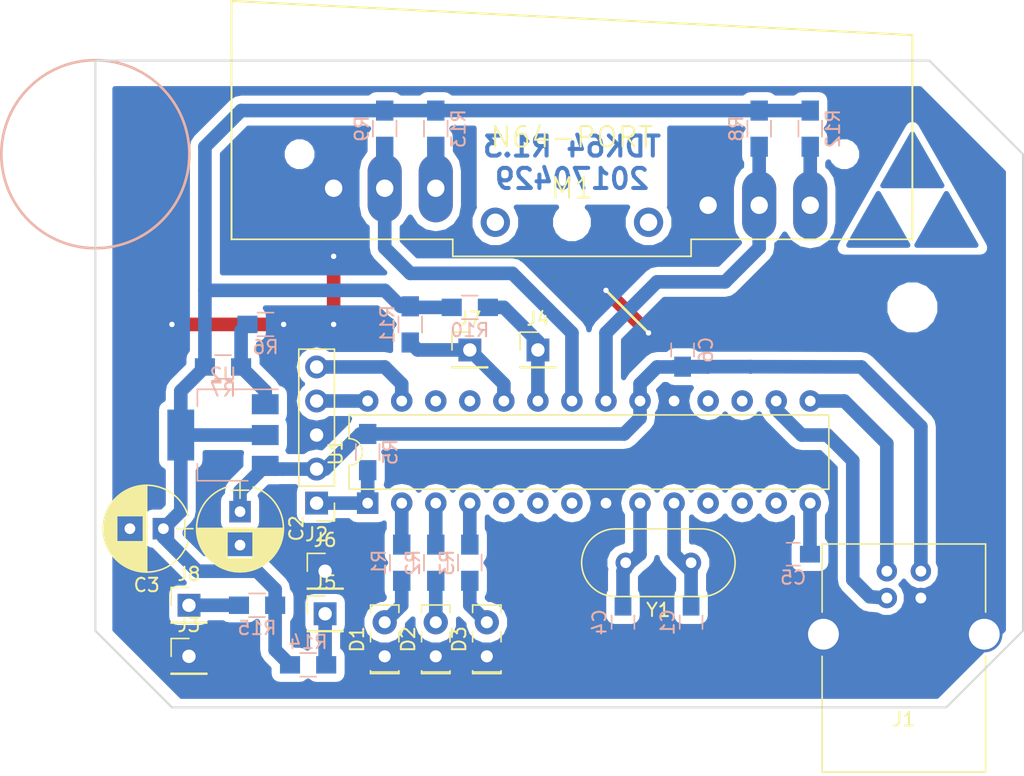
<source format=kicad_pcb>
(kicad_pcb (version 4) (host pcbnew 4.0.7)

  (general
    (links 67)
    (no_connects 0)
    (area 15.164999 17.069999 84.530001 65.480001)
    (thickness 1.6)
    (drawings 21)
    (tracks 142)
    (zones 0)
    (modules 36)
    (nets 37)
  )

  (page A4 portrait)
  (title_block
    (title TDK64)
    (date 2017-05-04)
    (rev 1.3)
  )

  (layers
    (0 F.Cu jumper)
    (31 B.Cu signal)
    (32 B.Adhes user)
    (33 F.Adhes user)
    (34 B.Paste user)
    (35 F.Paste user)
    (36 B.SilkS user)
    (37 F.SilkS user hide)
    (38 B.Mask user)
    (39 F.Mask user)
    (40 Dwgs.User user)
    (41 Cmts.User user)
    (42 Eco1.User user)
    (43 Eco2.User user)
    (44 Edge.Cuts user)
    (45 Margin user)
    (46 B.CrtYd user)
    (47 F.CrtYd user)
    (48 B.Fab user)
    (49 F.Fab user)
  )

  (setup
    (last_trace_width 1.016)
    (trace_clearance 0.6096)
    (zone_clearance 0.5)
    (zone_45_only no)
    (trace_min 0.2)
    (segment_width 0.2)
    (edge_width 0.15)
    (via_size 0.6)
    (via_drill 0.4)
    (via_min_size 0.4)
    (via_min_drill 0.3)
    (uvia_size 0.3)
    (uvia_drill 0.1)
    (uvias_allowed no)
    (uvia_min_size 0.2)
    (uvia_min_drill 0.1)
    (pcb_text_width 0.3)
    (pcb_text_size 1.5 1.5)
    (mod_edge_width 0.15)
    (mod_text_size 1 1)
    (mod_text_width 0.15)
    (pad_size 2.18186 2.18186)
    (pad_drill 1.29794)
    (pad_to_mask_clearance 0.2)
    (aux_axis_origin 0 0)
    (grid_origin 33.02 36.83)
    (visible_elements 7FFFFFFF)
    (pcbplotparams
      (layerselection 0x00000_80000000)
      (usegerberextensions false)
      (excludeedgelayer true)
      (linewidth 0.100000)
      (plotframeref false)
      (viasonmask false)
      (mode 1)
      (useauxorigin false)
      (hpglpennumber 1)
      (hpglpenspeed 20)
      (hpglpendiameter 15)
      (hpglpenoverlay 2)
      (psnegative false)
      (psa4output false)
      (plotreference true)
      (plotvalue true)
      (plotinvisibletext false)
      (padsonsilk false)
      (subtractmaskfromsilk false)
      (outputformat 4)
      (mirror false)
      (drillshape 0)
      (scaleselection 1)
      (outputdirectory ""))
  )

  (net 0 "")
  (net 1 GND)
  (net 2 +3V3)
  (net 3 "Net-(D1-Pad2)")
  (net 4 "Net-(D2-Pad2)")
  (net 5 "Net-(D3-Pad2)")
  (net 6 D-)
  (net 7 D+)
  (net 8 VPP)
  (net 9 PGD)
  (net 10 PGC)
  (net 11 "Net-(U1-Pad17)")
  (net 12 "Net-(U1-Pad18)")
  (net 13 "Net-(U1-Pad6)")
  (net 14 "Net-(U1-Pad7)")
  (net 15 "Net-(U1-Pad11)")
  (net 16 "Net-(U1-Pad25)")
  (net 17 "Net-(U1-Pad12)")
  (net 18 "Net-(U1-Pad26)")
  (net 19 "Net-(U1-Pad13)")
  (net 20 "Net-(C4-Pad1)")
  (net 21 "Net-(C1-Pad1)")
  (net 22 5V)
  (net 23 "Net-(C5-Pad2)")
  (net 24 /PIC/J1)
  (net 25 /PIC/J2)
  (net 26 /PIC/S1)
  (net 27 /PIC/S2)
  (net 28 /PIC/S3)
  (net 29 "Net-(R6-Pad1)")
  (net 30 /PIC/J3)
  (net 31 /PIC/J4)
  (net 32 "Net-(J5-Pad1)")
  (net 33 "Net-(J8-Pad1)")
  (net 34 "Net-(M1-PadJ1+)")
  (net 35 "Net-(M1-PadJ2+)")
  (net 36 "Net-(U1-Pad5)")

  (net_class Default "This is the default net class."
    (clearance 0.6096)
    (trace_width 1.016)
    (via_dia 0.6)
    (via_drill 0.4)
    (uvia_dia 0.3)
    (uvia_drill 0.1)
    (add_net +3V3)
    (add_net /PIC/J1)
    (add_net /PIC/J2)
    (add_net /PIC/J3)
    (add_net /PIC/J4)
    (add_net /PIC/S1)
    (add_net /PIC/S2)
    (add_net /PIC/S3)
    (add_net 5V)
    (add_net D+)
    (add_net D-)
    (add_net GND)
    (add_net "Net-(C1-Pad1)")
    (add_net "Net-(C4-Pad1)")
    (add_net "Net-(C5-Pad2)")
    (add_net "Net-(D1-Pad2)")
    (add_net "Net-(D2-Pad2)")
    (add_net "Net-(D3-Pad2)")
    (add_net "Net-(J5-Pad1)")
    (add_net "Net-(J8-Pad1)")
    (add_net "Net-(M1-PadJ1+)")
    (add_net "Net-(M1-PadJ2+)")
    (add_net "Net-(R6-Pad1)")
    (add_net "Net-(U1-Pad11)")
    (add_net "Net-(U1-Pad12)")
    (add_net "Net-(U1-Pad13)")
    (add_net "Net-(U1-Pad17)")
    (add_net "Net-(U1-Pad18)")
    (add_net "Net-(U1-Pad25)")
    (add_net "Net-(U1-Pad26)")
    (add_net "Net-(U1-Pad5)")
    (add_net "Net-(U1-Pad6)")
    (add_net "Net-(U1-Pad7)")
    (add_net PGC)
    (add_net PGD)
    (add_net VPP)
  )

  (module TO_SOT_Packages_SMD:SOT-223-3Lead_TabPin2 (layer B.Cu) (tedit 58CE4E7E) (tstamp 59AA6290)
    (at 24.765 45.085 180)
    (descr "module CMS SOT223 4 pins")
    (tags "CMS SOT")
    (path /59AA6574)
    (attr smd)
    (fp_text reference U2 (at 0 4.5 180) (layer B.SilkS)
      (effects (font (size 1 1) (thickness 0.15)) (justify mirror))
    )
    (fp_text value LM1117-ADJ (at 0 -4.5 180) (layer B.Fab)
      (effects (font (size 1 1) (thickness 0.15)) (justify mirror))
    )
    (fp_text user %R (at 0 0 450) (layer B.Fab)
      (effects (font (size 0.8 0.8) (thickness 0.12)) (justify mirror))
    )
    (fp_line (start 1.91 -3.41) (end 1.91 -2.15) (layer B.SilkS) (width 0.12))
    (fp_line (start 1.91 3.41) (end 1.91 2.15) (layer B.SilkS) (width 0.12))
    (fp_line (start 4.4 3.6) (end -4.4 3.6) (layer B.CrtYd) (width 0.05))
    (fp_line (start 4.4 -3.6) (end 4.4 3.6) (layer B.CrtYd) (width 0.05))
    (fp_line (start -4.4 -3.6) (end 4.4 -3.6) (layer B.CrtYd) (width 0.05))
    (fp_line (start -4.4 3.6) (end -4.4 -3.6) (layer B.CrtYd) (width 0.05))
    (fp_line (start -1.85 2.35) (end -0.85 3.35) (layer B.Fab) (width 0.1))
    (fp_line (start -1.85 2.35) (end -1.85 -3.35) (layer B.Fab) (width 0.1))
    (fp_line (start -1.85 -3.41) (end 1.91 -3.41) (layer B.SilkS) (width 0.12))
    (fp_line (start -0.85 3.35) (end 1.85 3.35) (layer B.Fab) (width 0.1))
    (fp_line (start -4.1 3.41) (end 1.91 3.41) (layer B.SilkS) (width 0.12))
    (fp_line (start -1.85 -3.35) (end 1.85 -3.35) (layer B.Fab) (width 0.1))
    (fp_line (start 1.85 3.35) (end 1.85 -3.35) (layer B.Fab) (width 0.1))
    (pad 2 smd rect (at 3.15 0 180) (size 2 3.8) (layers B.Cu B.Paste B.Mask)
      (net 2 +3V3))
    (pad 2 smd rect (at -3.15 0 180) (size 2 1.5) (layers B.Cu B.Paste B.Mask)
      (net 2 +3V3))
    (pad 3 smd rect (at -3.15 -2.3 180) (size 2 1.5) (layers B.Cu B.Paste B.Mask)
      (net 22 5V))
    (pad 1 smd rect (at -3.15 2.3 180) (size 2 1.5) (layers B.Cu B.Paste B.Mask)
      (net 29 "Net-(R6-Pad1)"))
    (model ${KISYS3DMOD}/TO_SOT_Packages_SMD.3dshapes/SOT-223.wrl
      (at (xyz 0 0 0))
      (scale (xyz 1 1 1))
      (rotate (xyz 0 0 0))
    )
  )

  (module Resistors_SMD:R_0805_HandSoldering (layer B.Cu) (tedit 58E0A804) (tstamp 590A841A)
    (at 27.305 57.785)
    (descr "Resistor SMD 0805, hand soldering")
    (tags "resistor 0805")
    (path /590A81AF)
    (attr smd)
    (fp_text reference R15 (at 0 1.7) (layer B.SilkS)
      (effects (font (size 1 1) (thickness 0.15)) (justify mirror))
    )
    (fp_text value 100Ω (at 0 -1.75) (layer B.Fab)
      (effects (font (size 1 1) (thickness 0.15)) (justify mirror))
    )
    (fp_text user %R (at 0 0) (layer B.Fab)
      (effects (font (size 0.5 0.5) (thickness 0.075)) (justify mirror))
    )
    (fp_line (start -1 -0.62) (end -1 0.62) (layer B.Fab) (width 0.1))
    (fp_line (start 1 -0.62) (end -1 -0.62) (layer B.Fab) (width 0.1))
    (fp_line (start 1 0.62) (end 1 -0.62) (layer B.Fab) (width 0.1))
    (fp_line (start -1 0.62) (end 1 0.62) (layer B.Fab) (width 0.1))
    (fp_line (start 0.6 -0.88) (end -0.6 -0.88) (layer B.SilkS) (width 0.12))
    (fp_line (start -0.6 0.88) (end 0.6 0.88) (layer B.SilkS) (width 0.12))
    (fp_line (start -2.35 0.9) (end 2.35 0.9) (layer B.CrtYd) (width 0.05))
    (fp_line (start -2.35 0.9) (end -2.35 -0.9) (layer B.CrtYd) (width 0.05))
    (fp_line (start 2.35 -0.9) (end 2.35 0.9) (layer B.CrtYd) (width 0.05))
    (fp_line (start 2.35 -0.9) (end -2.35 -0.9) (layer B.CrtYd) (width 0.05))
    (pad 1 smd rect (at -1.35 0) (size 1.5 1.3) (layers B.Cu B.Paste B.Mask)
      (net 33 "Net-(J8-Pad1)"))
    (pad 2 smd rect (at 1.35 0) (size 1.5 1.3) (layers B.Cu B.Paste B.Mask)
      (net 2 +3V3))
    (model ${KISYS3DMOD}/Resistors_SMD.3dshapes/R_0805.wrl
      (at (xyz 0 0 0))
      (scale (xyz 1 1 1))
      (rotate (xyz 0 0 0))
    )
  )

  (module Connectors:USB_B (layer F.Cu) (tedit 55B36073) (tstamp 58F8650A)
    (at 76.835 55.245 270)
    (descr "USB B connector")
    (tags "USB_B USB_DEV")
    (path /58F84E25)
    (clearance 0.01)
    (fp_text reference J1 (at 11.05 1.27 360) (layer F.SilkS)
      (effects (font (size 1 1) (thickness 0.15)))
    )
    (fp_text value USB_B (at 4.7 1.27 360) (layer F.Fab)
      (effects (font (size 1 1) (thickness 0.15)))
    )
    (fp_line (start 15.25 8.9) (end -2.3 8.9) (layer F.CrtYd) (width 0.05))
    (fp_line (start -2.3 8.9) (end -2.3 -6.35) (layer F.CrtYd) (width 0.05))
    (fp_line (start -2.3 -6.35) (end 15.25 -6.35) (layer F.CrtYd) (width 0.05))
    (fp_line (start 15.25 -6.35) (end 15.25 8.9) (layer F.CrtYd) (width 0.05))
    (fp_line (start 6.35 7.37) (end 14.99 7.37) (layer F.SilkS) (width 0.12))
    (fp_line (start -2.03 7.37) (end 3.05 7.37) (layer F.SilkS) (width 0.12))
    (fp_line (start 6.35 -4.83) (end 14.99 -4.83) (layer F.SilkS) (width 0.12))
    (fp_line (start -2.03 -4.83) (end 3.05 -4.83) (layer F.SilkS) (width 0.12))
    (fp_line (start 14.99 -4.83) (end 14.99 7.37) (layer F.SilkS) (width 0.12))
    (fp_line (start -2.03 7.37) (end -2.03 -4.83) (layer F.SilkS) (width 0.12))
    (pad 2 thru_hole circle (at 0 2.54 180) (size 1.52 1.52) (drill 0.81) (layers *.Cu *.Mask)
      (net 6 D-))
    (pad 1 thru_hole circle (at 0 0 180) (size 1.52 1.52) (drill 0.81) (layers *.Cu *.Mask)
      (net 22 5V))
    (pad 4 thru_hole circle (at 2 0 180) (size 1.52 1.52) (drill 0.81) (layers *.Cu *.Mask)
      (net 1 GND))
    (pad 3 thru_hole circle (at 2 2.54 180) (size 1.52 1.52) (drill 0.81) (layers *.Cu *.Mask)
      (net 7 D+))
    (pad 5 thru_hole circle (at 4.7 7.27 180) (size 2.7 2.7) (drill 2.3) (layers *.Cu *.Mask)
      (net 1 GND))
    (pad 5 thru_hole circle (at 4.7 -4.73 180) (size 2.7 2.7) (drill 2.3) (layers *.Cu *.Mask)
      (net 1 GND))
    (model Connectors.3dshapes/USB_B.wrl
      (at (xyz 0.18 -0.05 0))
      (scale (xyz 0.39 0.39 0.39))
      (rotate (xyz 0 0 -90))
    )
  )

  (module n64:n64-N64-DUAL-PORT-LEFT (layer F.Cu) (tedit 5905176E) (tstamp 59045D4A)
    (at 50.8 27.94)
    (path /5901A9A9)
    (attr virtual)
    (fp_text reference M1 (at 0 -1.27) (layer F.SilkS)
      (effects (font (thickness 0.15)))
    )
    (fp_text value N64-PORT (at 0 -5.08) (layer F.SilkS)
      (effects (font (thickness 0.15)))
    )
    (fp_line (start 25.4 -12.7) (end 25.4 2.54) (layer F.SilkS) (width 0.15))
    (fp_line (start 25.4 -12.7) (end -25.4 -15.24) (layer F.SilkS) (width 0.15))
    (fp_line (start -25.4 -15.24) (end -25.4 2.54) (layer F.SilkS) (width 0.15))
    (fp_line (start -25.4 -15.24) (end -25.4 2.54) (layer F.Fab) (width 0.15))
    (fp_line (start -25.4 2.54) (end -8.89 2.54) (layer F.Fab) (width 0.15))
    (fp_line (start -8.89 2.54) (end -8.89 3.81) (layer F.Fab) (width 0.15))
    (fp_line (start -8.89 3.81) (end 8.89 3.81) (layer F.Fab) (width 0.15))
    (fp_line (start 8.89 3.81) (end 8.89 2.54) (layer F.Fab) (width 0.15))
    (fp_line (start 8.89 2.54) (end 25.4 2.54) (layer F.Fab) (width 0.15))
    (fp_line (start 25.4 2.54) (end 25.4 -12.7) (layer F.Fab) (width 0.15))
    (fp_line (start 25.4 -12.7) (end -25.4 -15.24) (layer F.Fab) (width 0.15))
    (fp_line (start -25.4 -15.24) (end -25.4 -13.97) (layer F.Fab) (width 0.15))
    (fp_line (start 25.4 2.54) (end 8.89 2.54) (layer F.SilkS) (width 0.127))
    (fp_line (start 8.89 2.54) (end 8.89 3.81) (layer F.SilkS) (width 0.127))
    (fp_line (start 8.89 3.81) (end -8.89 3.81) (layer F.SilkS) (width 0.127))
    (fp_line (start -8.89 3.81) (end -8.89 2.54) (layer F.SilkS) (width 0.127))
    (fp_line (start -8.89 2.54) (end -25.4 2.54) (layer F.SilkS) (width 0.127))
    (pad J1+ thru_hole oval (at 17.78 0 180) (size 2.54 5.08) (drill 1.29794) (layers *.Cu *.Paste *.Mask)
      (net 34 "Net-(M1-PadJ1+)"))
    (pad J1- thru_hole oval (at 10.16 0 180) (size 2.54 5.08) (drill 1.29794) (layers *.Cu *.Paste *.Mask)
      (net 1 GND))
    (pad J1D thru_hole oval (at 13.97 0 180) (size 2.54 5.08) (drill 1.29794) (layers *.Cu *.Paste *.Mask)
      (net 24 /PIC/J1))
    (pad J2+ thru_hole oval (at -10.16 -1.27 180) (size 2.54 5.08) (drill 1.29794) (layers *.Cu *.Paste *.Mask)
      (net 35 "Net-(M1-PadJ2+)"))
    (pad J2- thru_hole oval (at -17.78 -1.27 180) (size 2.54 5.08) (drill 1.29794) (layers *.Cu *.Paste *.Mask)
      (net 1 GND))
    (pad J2D thru_hole oval (at -13.97 -1.27 180) (size 2.54 5.08) (drill 1.29794) (layers *.Cu *.Paste *.Mask)
      (net 25 /PIC/J2))
    (pad P$1 thru_hole circle (at 5.715 1.27 180) (size 2.18186 2.18186) (drill 1.29794) (layers *.Cu *.Paste *.Mask))
    (pad P$2 thru_hole circle (at -5.715 1.27 180) (size 2.18186 2.18186) (drill 1.29794) (layers *.Cu *.Paste *.Mask))
    (pad "" np_thru_hole circle (at 0 1.27) (size 1.59766 1.59766) (drill 1.59766) (layers *.Cu *.Mask))
    (pad "" np_thru_hole circle (at -20.32 -3.81) (size 0.99822 0.99822) (drill 0.99822) (layers *.Cu *.Mask))
    (pad "" np_thru_hole circle (at 20.32 -3.81) (size 0.99822 0.99822) (drill 0.99822) (layers *.Cu *.Mask))
  )

  (module Capacitors_SMD:C_0805_HandSoldering (layer B.Cu) (tedit 58AA84A8) (tstamp 58F864DC)
    (at 59.69 59.055 270)
    (descr "Capacitor SMD 0805, hand soldering")
    (tags "capacitor 0805")
    (path /59018025/5901CBCF)
    (attr smd)
    (fp_text reference C1 (at 0 1.75 270) (layer B.SilkS)
      (effects (font (size 1 1) (thickness 0.15)) (justify mirror))
    )
    (fp_text value C (at 0 -1.75 270) (layer B.Fab)
      (effects (font (size 1 1) (thickness 0.15)) (justify mirror))
    )
    (fp_text user %R (at 0 1.75 270) (layer B.Fab)
      (effects (font (size 1 1) (thickness 0.15)) (justify mirror))
    )
    (fp_line (start -1 -0.62) (end -1 0.62) (layer B.Fab) (width 0.1))
    (fp_line (start 1 -0.62) (end -1 -0.62) (layer B.Fab) (width 0.1))
    (fp_line (start 1 0.62) (end 1 -0.62) (layer B.Fab) (width 0.1))
    (fp_line (start -1 0.62) (end 1 0.62) (layer B.Fab) (width 0.1))
    (fp_line (start 0.5 0.85) (end -0.5 0.85) (layer B.SilkS) (width 0.12))
    (fp_line (start -0.5 -0.85) (end 0.5 -0.85) (layer B.SilkS) (width 0.12))
    (fp_line (start -2.25 0.88) (end 2.25 0.88) (layer B.CrtYd) (width 0.05))
    (fp_line (start -2.25 0.88) (end -2.25 -0.87) (layer B.CrtYd) (width 0.05))
    (fp_line (start 2.25 -0.87) (end 2.25 0.88) (layer B.CrtYd) (width 0.05))
    (fp_line (start 2.25 -0.87) (end -2.25 -0.87) (layer B.CrtYd) (width 0.05))
    (pad 1 smd rect (at -1.25 0 270) (size 1.5 1.25) (layers B.Cu B.Paste B.Mask)
      (net 21 "Net-(C1-Pad1)"))
    (pad 2 smd rect (at 1.25 0 270) (size 1.5 1.25) (layers B.Cu B.Paste B.Mask)
      (net 1 GND))
    (model Capacitors_SMD.3dshapes/C_0805.wrl
      (at (xyz 0 0 0))
      (scale (xyz 1 1 1))
      (rotate (xyz 0 0 0))
    )
  )

  (module Resistors_SMD:R_0805_HandSoldering (layer B.Cu) (tedit 58E0A804) (tstamp 58F86519)
    (at 38.1 54.61 270)
    (descr "Resistor SMD 0805, hand soldering")
    (tags "resistor 0805")
    (path /58F85D83)
    (attr smd)
    (fp_text reference R1 (at 0 1.7 270) (layer B.SilkS)
      (effects (font (size 1 1) (thickness 0.15)) (justify mirror))
    )
    (fp_text value R (at 0 -1.75 270) (layer B.Fab)
      (effects (font (size 1 1) (thickness 0.15)) (justify mirror))
    )
    (fp_text user %R (at 0 0 270) (layer B.Fab)
      (effects (font (size 0.5 0.5) (thickness 0.075)) (justify mirror))
    )
    (fp_line (start -1 -0.62) (end -1 0.62) (layer B.Fab) (width 0.1))
    (fp_line (start 1 -0.62) (end -1 -0.62) (layer B.Fab) (width 0.1))
    (fp_line (start 1 0.62) (end 1 -0.62) (layer B.Fab) (width 0.1))
    (fp_line (start -1 0.62) (end 1 0.62) (layer B.Fab) (width 0.1))
    (fp_line (start 0.6 -0.88) (end -0.6 -0.88) (layer B.SilkS) (width 0.12))
    (fp_line (start -0.6 0.88) (end 0.6 0.88) (layer B.SilkS) (width 0.12))
    (fp_line (start -2.35 0.9) (end 2.35 0.9) (layer B.CrtYd) (width 0.05))
    (fp_line (start -2.35 0.9) (end -2.35 -0.9) (layer B.CrtYd) (width 0.05))
    (fp_line (start 2.35 -0.9) (end 2.35 0.9) (layer B.CrtYd) (width 0.05))
    (fp_line (start 2.35 -0.9) (end -2.35 -0.9) (layer B.CrtYd) (width 0.05))
    (pad 1 smd rect (at -1.35 0 270) (size 1.5 1.3) (layers B.Cu B.Paste B.Mask)
      (net 26 /PIC/S1))
    (pad 2 smd rect (at 1.35 0 270) (size 1.5 1.3) (layers B.Cu B.Paste B.Mask)
      (net 3 "Net-(D1-Pad2)"))
    (model ${KISYS3DMOD}/Resistors_SMD.3dshapes/R_0805.wrl
      (at (xyz 0 0 0))
      (scale (xyz 1 1 1))
      (rotate (xyz 0 0 0))
    )
  )

  (module Resistors_SMD:R_0805_HandSoldering (layer B.Cu) (tedit 58E0A804) (tstamp 58F8651F)
    (at 40.64 54.61 270)
    (descr "Resistor SMD 0805, hand soldering")
    (tags "resistor 0805")
    (path /58F85F00)
    (attr smd)
    (fp_text reference R2 (at 0 1.7 270) (layer B.SilkS)
      (effects (font (size 1 1) (thickness 0.15)) (justify mirror))
    )
    (fp_text value R (at 0 -1.75 270) (layer B.Fab)
      (effects (font (size 1 1) (thickness 0.15)) (justify mirror))
    )
    (fp_text user %R (at 0 0 270) (layer B.Fab)
      (effects (font (size 0.5 0.5) (thickness 0.075)) (justify mirror))
    )
    (fp_line (start -1 -0.62) (end -1 0.62) (layer B.Fab) (width 0.1))
    (fp_line (start 1 -0.62) (end -1 -0.62) (layer B.Fab) (width 0.1))
    (fp_line (start 1 0.62) (end 1 -0.62) (layer B.Fab) (width 0.1))
    (fp_line (start -1 0.62) (end 1 0.62) (layer B.Fab) (width 0.1))
    (fp_line (start 0.6 -0.88) (end -0.6 -0.88) (layer B.SilkS) (width 0.12))
    (fp_line (start -0.6 0.88) (end 0.6 0.88) (layer B.SilkS) (width 0.12))
    (fp_line (start -2.35 0.9) (end 2.35 0.9) (layer B.CrtYd) (width 0.05))
    (fp_line (start -2.35 0.9) (end -2.35 -0.9) (layer B.CrtYd) (width 0.05))
    (fp_line (start 2.35 -0.9) (end 2.35 0.9) (layer B.CrtYd) (width 0.05))
    (fp_line (start 2.35 -0.9) (end -2.35 -0.9) (layer B.CrtYd) (width 0.05))
    (pad 1 smd rect (at -1.35 0 270) (size 1.5 1.3) (layers B.Cu B.Paste B.Mask)
      (net 27 /PIC/S2))
    (pad 2 smd rect (at 1.35 0 270) (size 1.5 1.3) (layers B.Cu B.Paste B.Mask)
      (net 4 "Net-(D2-Pad2)"))
    (model ${KISYS3DMOD}/Resistors_SMD.3dshapes/R_0805.wrl
      (at (xyz 0 0 0))
      (scale (xyz 1 1 1))
      (rotate (xyz 0 0 0))
    )
  )

  (module Resistors_SMD:R_0805_HandSoldering (layer B.Cu) (tedit 58E0A804) (tstamp 58F86525)
    (at 43.18 54.61 270)
    (descr "Resistor SMD 0805, hand soldering")
    (tags "resistor 0805")
    (path /58F85FB1)
    (attr smd)
    (fp_text reference R3 (at 0 1.7 270) (layer B.SilkS)
      (effects (font (size 1 1) (thickness 0.15)) (justify mirror))
    )
    (fp_text value R (at 0 -1.75 270) (layer B.Fab)
      (effects (font (size 1 1) (thickness 0.15)) (justify mirror))
    )
    (fp_text user %R (at 0 0 270) (layer B.Fab)
      (effects (font (size 0.5 0.5) (thickness 0.075)) (justify mirror))
    )
    (fp_line (start -1 -0.62) (end -1 0.62) (layer B.Fab) (width 0.1))
    (fp_line (start 1 -0.62) (end -1 -0.62) (layer B.Fab) (width 0.1))
    (fp_line (start 1 0.62) (end 1 -0.62) (layer B.Fab) (width 0.1))
    (fp_line (start -1 0.62) (end 1 0.62) (layer B.Fab) (width 0.1))
    (fp_line (start 0.6 -0.88) (end -0.6 -0.88) (layer B.SilkS) (width 0.12))
    (fp_line (start -0.6 0.88) (end 0.6 0.88) (layer B.SilkS) (width 0.12))
    (fp_line (start -2.35 0.9) (end 2.35 0.9) (layer B.CrtYd) (width 0.05))
    (fp_line (start -2.35 0.9) (end -2.35 -0.9) (layer B.CrtYd) (width 0.05))
    (fp_line (start 2.35 -0.9) (end 2.35 0.9) (layer B.CrtYd) (width 0.05))
    (fp_line (start 2.35 -0.9) (end -2.35 -0.9) (layer B.CrtYd) (width 0.05))
    (pad 1 smd rect (at -1.35 0 270) (size 1.5 1.3) (layers B.Cu B.Paste B.Mask)
      (net 28 /PIC/S3))
    (pad 2 smd rect (at 1.35 0 270) (size 1.5 1.3) (layers B.Cu B.Paste B.Mask)
      (net 5 "Net-(D3-Pad2)"))
    (model ${KISYS3DMOD}/Resistors_SMD.3dshapes/R_0805.wrl
      (at (xyz 0 0 0))
      (scale (xyz 1 1 1))
      (rotate (xyz 0 0 0))
    )
  )

  (module Resistors_SMD:R_0805_HandSoldering (layer B.Cu) (tedit 58E0A804) (tstamp 58F86531)
    (at 35.56 46.355 90)
    (descr "Resistor SMD 0805, hand soldering")
    (tags "resistor 0805")
    (path /59018025/5901CBA6)
    (attr smd)
    (fp_text reference R5 (at 0 1.7 90) (layer B.SilkS)
      (effects (font (size 1 1) (thickness 0.15)) (justify mirror))
    )
    (fp_text value R (at 0 -1.75 90) (layer B.Fab)
      (effects (font (size 1 1) (thickness 0.15)) (justify mirror))
    )
    (fp_text user %R (at 0 0 90) (layer B.Fab)
      (effects (font (size 0.5 0.5) (thickness 0.075)) (justify mirror))
    )
    (fp_line (start -1 -0.62) (end -1 0.62) (layer B.Fab) (width 0.1))
    (fp_line (start 1 -0.62) (end -1 -0.62) (layer B.Fab) (width 0.1))
    (fp_line (start 1 0.62) (end 1 -0.62) (layer B.Fab) (width 0.1))
    (fp_line (start -1 0.62) (end 1 0.62) (layer B.Fab) (width 0.1))
    (fp_line (start 0.6 -0.88) (end -0.6 -0.88) (layer B.SilkS) (width 0.12))
    (fp_line (start -0.6 0.88) (end 0.6 0.88) (layer B.SilkS) (width 0.12))
    (fp_line (start -2.35 0.9) (end 2.35 0.9) (layer B.CrtYd) (width 0.05))
    (fp_line (start -2.35 0.9) (end -2.35 -0.9) (layer B.CrtYd) (width 0.05))
    (fp_line (start 2.35 -0.9) (end 2.35 0.9) (layer B.CrtYd) (width 0.05))
    (fp_line (start 2.35 -0.9) (end -2.35 -0.9) (layer B.CrtYd) (width 0.05))
    (pad 1 smd rect (at -1.35 0 90) (size 1.5 1.3) (layers B.Cu B.Paste B.Mask)
      (net 8 VPP))
    (pad 2 smd rect (at 1.35 0 90) (size 1.5 1.3) (layers B.Cu B.Paste B.Mask)
      (net 22 5V))
    (model ${KISYS3DMOD}/Resistors_SMD.3dshapes/R_0805.wrl
      (at (xyz 0 0 0))
      (scale (xyz 1 1 1))
      (rotate (xyz 0 0 0))
    )
  )

  (module Housings_DIP:DIP-28_W7.62mm (layer F.Cu) (tedit 58CC8E2F) (tstamp 58F86551)
    (at 35.56 50.165 90)
    (descr "28-lead dip package, row spacing 7.62 mm (300 mils)")
    (tags "DIL DIP PDIP 2.54mm 7.62mm 300mil")
    (path /59018025/5901CB82)
    (fp_text reference U1 (at 3.81 -2.39 90) (layer F.SilkS)
      (effects (font (size 1 1) (thickness 0.15)))
    )
    (fp_text value PIC18F2550-I/SP (at 3.81 35.41 90) (layer F.Fab)
      (effects (font (size 1 1) (thickness 0.15)))
    )
    (fp_text user %R (at 3.81 16.51 90) (layer F.Fab)
      (effects (font (size 1 1) (thickness 0.15)))
    )
    (fp_line (start 1.635 -1.27) (end 6.985 -1.27) (layer F.Fab) (width 0.1))
    (fp_line (start 6.985 -1.27) (end 6.985 34.29) (layer F.Fab) (width 0.1))
    (fp_line (start 6.985 34.29) (end 0.635 34.29) (layer F.Fab) (width 0.1))
    (fp_line (start 0.635 34.29) (end 0.635 -0.27) (layer F.Fab) (width 0.1))
    (fp_line (start 0.635 -0.27) (end 1.635 -1.27) (layer F.Fab) (width 0.1))
    (fp_line (start 2.81 -1.39) (end 1.04 -1.39) (layer F.SilkS) (width 0.12))
    (fp_line (start 1.04 -1.39) (end 1.04 34.41) (layer F.SilkS) (width 0.12))
    (fp_line (start 1.04 34.41) (end 6.58 34.41) (layer F.SilkS) (width 0.12))
    (fp_line (start 6.58 34.41) (end 6.58 -1.39) (layer F.SilkS) (width 0.12))
    (fp_line (start 6.58 -1.39) (end 4.81 -1.39) (layer F.SilkS) (width 0.12))
    (fp_line (start -1.1 -1.6) (end -1.1 34.6) (layer F.CrtYd) (width 0.05))
    (fp_line (start -1.1 34.6) (end 8.7 34.6) (layer F.CrtYd) (width 0.05))
    (fp_line (start 8.7 34.6) (end 8.7 -1.6) (layer F.CrtYd) (width 0.05))
    (fp_line (start 8.7 -1.6) (end -1.1 -1.6) (layer F.CrtYd) (width 0.05))
    (fp_arc (start 3.81 -1.39) (end 2.81 -1.39) (angle -180) (layer F.SilkS) (width 0.12))
    (pad 1 thru_hole rect (at 0 0 90) (size 1.6 1.6) (drill 0.8) (layers *.Cu *.Mask)
      (net 8 VPP))
    (pad 15 thru_hole oval (at 7.62 33.02 90) (size 1.6 1.6) (drill 0.8) (layers *.Cu *.Mask)
      (net 6 D-))
    (pad 2 thru_hole oval (at 0 2.54 90) (size 1.6 1.6) (drill 0.8) (layers *.Cu *.Mask)
      (net 26 /PIC/S1))
    (pad 16 thru_hole oval (at 7.62 30.48 90) (size 1.6 1.6) (drill 0.8) (layers *.Cu *.Mask)
      (net 7 D+))
    (pad 3 thru_hole oval (at 0 5.08 90) (size 1.6 1.6) (drill 0.8) (layers *.Cu *.Mask)
      (net 27 /PIC/S2))
    (pad 17 thru_hole oval (at 7.62 27.94 90) (size 1.6 1.6) (drill 0.8) (layers *.Cu *.Mask)
      (net 11 "Net-(U1-Pad17)"))
    (pad 4 thru_hole oval (at 0 7.62 90) (size 1.6 1.6) (drill 0.8) (layers *.Cu *.Mask)
      (net 28 /PIC/S3))
    (pad 18 thru_hole oval (at 7.62 25.4 90) (size 1.6 1.6) (drill 0.8) (layers *.Cu *.Mask)
      (net 12 "Net-(U1-Pad18)"))
    (pad 5 thru_hole oval (at 0 10.16 90) (size 1.6 1.6) (drill 0.8) (layers *.Cu *.Mask)
      (net 36 "Net-(U1-Pad5)"))
    (pad 19 thru_hole oval (at 7.62 22.86 90) (size 1.6 1.6) (drill 0.8) (layers *.Cu *.Mask)
      (net 1 GND))
    (pad 6 thru_hole oval (at 0 12.7 90) (size 1.6 1.6) (drill 0.8) (layers *.Cu *.Mask)
      (net 13 "Net-(U1-Pad6)"))
    (pad 20 thru_hole oval (at 7.62 20.32 90) (size 1.6 1.6) (drill 0.8) (layers *.Cu *.Mask)
      (net 22 5V))
    (pad 7 thru_hole oval (at 0 15.24 90) (size 1.6 1.6) (drill 0.8) (layers *.Cu *.Mask)
      (net 14 "Net-(U1-Pad7)"))
    (pad 21 thru_hole oval (at 7.62 17.78 90) (size 1.6 1.6) (drill 0.8) (layers *.Cu *.Mask)
      (net 24 /PIC/J1))
    (pad 8 thru_hole oval (at 0 17.78 90) (size 1.6 1.6) (drill 0.8) (layers *.Cu *.Mask)
      (net 1 GND))
    (pad 22 thru_hole oval (at 7.62 15.24 90) (size 1.6 1.6) (drill 0.8) (layers *.Cu *.Mask)
      (net 25 /PIC/J2))
    (pad 9 thru_hole oval (at 0 20.32 90) (size 1.6 1.6) (drill 0.8) (layers *.Cu *.Mask)
      (net 20 "Net-(C4-Pad1)"))
    (pad 23 thru_hole oval (at 7.62 12.7 90) (size 1.6 1.6) (drill 0.8) (layers *.Cu *.Mask)
      (net 30 /PIC/J3))
    (pad 10 thru_hole oval (at 0 22.86 90) (size 1.6 1.6) (drill 0.8) (layers *.Cu *.Mask)
      (net 21 "Net-(C1-Pad1)"))
    (pad 24 thru_hole oval (at 7.62 10.16 90) (size 1.6 1.6) (drill 0.8) (layers *.Cu *.Mask)
      (net 31 /PIC/J4))
    (pad 11 thru_hole oval (at 0 25.4 90) (size 1.6 1.6) (drill 0.8) (layers *.Cu *.Mask)
      (net 15 "Net-(U1-Pad11)"))
    (pad 25 thru_hole oval (at 7.62 7.62 90) (size 1.6 1.6) (drill 0.8) (layers *.Cu *.Mask)
      (net 16 "Net-(U1-Pad25)"))
    (pad 12 thru_hole oval (at 0 27.94 90) (size 1.6 1.6) (drill 0.8) (layers *.Cu *.Mask)
      (net 17 "Net-(U1-Pad12)"))
    (pad 26 thru_hole oval (at 7.62 5.08 90) (size 1.6 1.6) (drill 0.8) (layers *.Cu *.Mask)
      (net 18 "Net-(U1-Pad26)"))
    (pad 13 thru_hole oval (at 0 30.48 90) (size 1.6 1.6) (drill 0.8) (layers *.Cu *.Mask)
      (net 19 "Net-(U1-Pad13)"))
    (pad 27 thru_hole oval (at 7.62 2.54 90) (size 1.6 1.6) (drill 0.8) (layers *.Cu *.Mask)
      (net 10 PGC))
    (pad 14 thru_hole oval (at 0 33.02 90) (size 1.6 1.6) (drill 0.8) (layers *.Cu *.Mask)
      (net 23 "Net-(C5-Pad2)"))
    (pad 28 thru_hole oval (at 7.62 0 90) (size 1.6 1.6) (drill 0.8) (layers *.Cu *.Mask)
      (net 9 PGD))
    (model Housings_DIP.3dshapes/DIP-28_W7.62mm.wrl
      (at (xyz 0 0 0))
      (scale (xyz 1 1 1))
      (rotate (xyz 0 0 0))
    )
  )

  (module Capacitors_SMD:C_0805_HandSoldering (layer B.Cu) (tedit 58AA84A8) (tstamp 58F92425)
    (at 54.61 59.055 270)
    (descr "Capacitor SMD 0805, hand soldering")
    (tags "capacitor 0805")
    (path /59018025/5901CBD6)
    (attr smd)
    (fp_text reference C4 (at 0 1.75 270) (layer B.SilkS)
      (effects (font (size 1 1) (thickness 0.15)) (justify mirror))
    )
    (fp_text value C (at 0 -1.75 270) (layer B.Fab)
      (effects (font (size 1 1) (thickness 0.15)) (justify mirror))
    )
    (fp_text user %R (at 0 1.75 270) (layer B.Fab)
      (effects (font (size 1 1) (thickness 0.15)) (justify mirror))
    )
    (fp_line (start -1 -0.62) (end -1 0.62) (layer B.Fab) (width 0.1))
    (fp_line (start 1 -0.62) (end -1 -0.62) (layer B.Fab) (width 0.1))
    (fp_line (start 1 0.62) (end 1 -0.62) (layer B.Fab) (width 0.1))
    (fp_line (start -1 0.62) (end 1 0.62) (layer B.Fab) (width 0.1))
    (fp_line (start 0.5 0.85) (end -0.5 0.85) (layer B.SilkS) (width 0.12))
    (fp_line (start -0.5 -0.85) (end 0.5 -0.85) (layer B.SilkS) (width 0.12))
    (fp_line (start -2.25 0.88) (end 2.25 0.88) (layer B.CrtYd) (width 0.05))
    (fp_line (start -2.25 0.88) (end -2.25 -0.87) (layer B.CrtYd) (width 0.05))
    (fp_line (start 2.25 -0.87) (end 2.25 0.88) (layer B.CrtYd) (width 0.05))
    (fp_line (start 2.25 -0.87) (end -2.25 -0.87) (layer B.CrtYd) (width 0.05))
    (pad 1 smd rect (at -1.25 0 270) (size 1.5 1.25) (layers B.Cu B.Paste B.Mask)
      (net 20 "Net-(C4-Pad1)"))
    (pad 2 smd rect (at 1.25 0 270) (size 1.5 1.25) (layers B.Cu B.Paste B.Mask)
      (net 1 GND))
    (model Capacitors_SMD.3dshapes/C_0805.wrl
      (at (xyz 0 0 0))
      (scale (xyz 1 1 1))
      (rotate (xyz 0 0 0))
    )
  )

  (module Capacitors_SMD:C_0805_HandSoldering (layer B.Cu) (tedit 58AA84A8) (tstamp 58F9242B)
    (at 67.31 53.975)
    (descr "Capacitor SMD 0805, hand soldering")
    (tags "capacitor 0805")
    (path /59018025/5901CBAD)
    (attr smd)
    (fp_text reference C5 (at 0 1.75) (layer B.SilkS)
      (effects (font (size 1 1) (thickness 0.15)) (justify mirror))
    )
    (fp_text value C (at 0 -1.75) (layer B.Fab)
      (effects (font (size 1 1) (thickness 0.15)) (justify mirror))
    )
    (fp_text user %R (at 0 1.75) (layer B.Fab)
      (effects (font (size 1 1) (thickness 0.15)) (justify mirror))
    )
    (fp_line (start -1 -0.62) (end -1 0.62) (layer B.Fab) (width 0.1))
    (fp_line (start 1 -0.62) (end -1 -0.62) (layer B.Fab) (width 0.1))
    (fp_line (start 1 0.62) (end 1 -0.62) (layer B.Fab) (width 0.1))
    (fp_line (start -1 0.62) (end 1 0.62) (layer B.Fab) (width 0.1))
    (fp_line (start 0.5 0.85) (end -0.5 0.85) (layer B.SilkS) (width 0.12))
    (fp_line (start -0.5 -0.85) (end 0.5 -0.85) (layer B.SilkS) (width 0.12))
    (fp_line (start -2.25 0.88) (end 2.25 0.88) (layer B.CrtYd) (width 0.05))
    (fp_line (start -2.25 0.88) (end -2.25 -0.87) (layer B.CrtYd) (width 0.05))
    (fp_line (start 2.25 -0.87) (end 2.25 0.88) (layer B.CrtYd) (width 0.05))
    (fp_line (start 2.25 -0.87) (end -2.25 -0.87) (layer B.CrtYd) (width 0.05))
    (pad 1 smd rect (at -1.25 0) (size 1.5 1.25) (layers B.Cu B.Paste B.Mask)
      (net 1 GND))
    (pad 2 smd rect (at 1.25 0) (size 1.5 1.25) (layers B.Cu B.Paste B.Mask)
      (net 23 "Net-(C5-Pad2)"))
    (model Capacitors_SMD.3dshapes/C_0805.wrl
      (at (xyz 0 0 0))
      (scale (xyz 1 1 1))
      (rotate (xyz 0 0 0))
    )
  )

  (module Resistors_SMD:R_0805_HandSoldering (layer B.Cu) (tedit 58E0A804) (tstamp 5901ACF3)
    (at 27.94 36.83)
    (descr "Resistor SMD 0805, hand soldering")
    (tags "resistor 0805")
    (path /590373AB)
    (attr smd)
    (fp_text reference R6 (at 0 1.7) (layer B.SilkS)
      (effects (font (size 1 1) (thickness 0.15)) (justify mirror))
    )
    (fp_text value R (at 0 -1.75) (layer B.Fab)
      (effects (font (size 1 1) (thickness 0.15)) (justify mirror))
    )
    (fp_text user %R (at 0 0) (layer B.Fab)
      (effects (font (size 0.5 0.5) (thickness 0.075)) (justify mirror))
    )
    (fp_line (start -1 -0.62) (end -1 0.62) (layer B.Fab) (width 0.1))
    (fp_line (start 1 -0.62) (end -1 -0.62) (layer B.Fab) (width 0.1))
    (fp_line (start 1 0.62) (end 1 -0.62) (layer B.Fab) (width 0.1))
    (fp_line (start -1 0.62) (end 1 0.62) (layer B.Fab) (width 0.1))
    (fp_line (start 0.6 -0.88) (end -0.6 -0.88) (layer B.SilkS) (width 0.12))
    (fp_line (start -0.6 0.88) (end 0.6 0.88) (layer B.SilkS) (width 0.12))
    (fp_line (start -2.35 0.9) (end 2.35 0.9) (layer B.CrtYd) (width 0.05))
    (fp_line (start -2.35 0.9) (end -2.35 -0.9) (layer B.CrtYd) (width 0.05))
    (fp_line (start 2.35 -0.9) (end 2.35 0.9) (layer B.CrtYd) (width 0.05))
    (fp_line (start 2.35 -0.9) (end -2.35 -0.9) (layer B.CrtYd) (width 0.05))
    (pad 1 smd rect (at -1.35 0) (size 1.5 1.3) (layers B.Cu B.Paste B.Mask)
      (net 29 "Net-(R6-Pad1)"))
    (pad 2 smd rect (at 1.35 0) (size 1.5 1.3) (layers B.Cu B.Paste B.Mask)
      (net 1 GND))
    (model ${KISYS3DMOD}/Resistors_SMD.3dshapes/R_0805.wrl
      (at (xyz 0 0 0))
      (scale (xyz 1 1 1))
      (rotate (xyz 0 0 0))
    )
  )

  (module Resistors_SMD:R_0805_HandSoldering (layer B.Cu) (tedit 58E0A804) (tstamp 5901ACF9)
    (at 24.765 40.005)
    (descr "Resistor SMD 0805, hand soldering")
    (tags "resistor 0805")
    (path /5903731E)
    (attr smd)
    (fp_text reference R7 (at 0 1.7) (layer B.SilkS)
      (effects (font (size 1 1) (thickness 0.15)) (justify mirror))
    )
    (fp_text value R (at 0 -1.75) (layer B.Fab)
      (effects (font (size 1 1) (thickness 0.15)) (justify mirror))
    )
    (fp_text user %R (at 0 0) (layer B.Fab)
      (effects (font (size 0.5 0.5) (thickness 0.075)) (justify mirror))
    )
    (fp_line (start -1 -0.62) (end -1 0.62) (layer B.Fab) (width 0.1))
    (fp_line (start 1 -0.62) (end -1 -0.62) (layer B.Fab) (width 0.1))
    (fp_line (start 1 0.62) (end 1 -0.62) (layer B.Fab) (width 0.1))
    (fp_line (start -1 0.62) (end 1 0.62) (layer B.Fab) (width 0.1))
    (fp_line (start 0.6 -0.88) (end -0.6 -0.88) (layer B.SilkS) (width 0.12))
    (fp_line (start -0.6 0.88) (end 0.6 0.88) (layer B.SilkS) (width 0.12))
    (fp_line (start -2.35 0.9) (end 2.35 0.9) (layer B.CrtYd) (width 0.05))
    (fp_line (start -2.35 0.9) (end -2.35 -0.9) (layer B.CrtYd) (width 0.05))
    (fp_line (start 2.35 -0.9) (end 2.35 0.9) (layer B.CrtYd) (width 0.05))
    (fp_line (start 2.35 -0.9) (end -2.35 -0.9) (layer B.CrtYd) (width 0.05))
    (pad 1 smd rect (at -1.35 0) (size 1.5 1.3) (layers B.Cu B.Paste B.Mask)
      (net 2 +3V3))
    (pad 2 smd rect (at 1.35 0) (size 1.5 1.3) (layers B.Cu B.Paste B.Mask)
      (net 29 "Net-(R6-Pad1)"))
    (model ${KISYS3DMOD}/Resistors_SMD.3dshapes/R_0805.wrl
      (at (xyz 0 0 0))
      (scale (xyz 1 1 1))
      (rotate (xyz 0 0 0))
    )
  )

  (module Mounting_Holes:MountingHole_2.5mm (layer F.Cu) (tedit 59044B78) (tstamp 5901B31D)
    (at 76.2 35.56)
    (descr "Mounting Hole 2.5mm, no annular")
    (tags "mounting hole 2.5mm no annular")
    (fp_text reference "" (at 0 -3.5) (layer F.SilkS)
      (effects (font (size 1 1) (thickness 0.15)))
    )
    (fp_text value MountingHole_2.5mm (at 0 3.5) (layer F.Fab)
      (effects (font (size 1 1) (thickness 0.15)))
    )
    (fp_circle (center 0 0) (end 2.5 0) (layer Cmts.User) (width 0.15))
    (fp_circle (center 0 0) (end 2.75 0) (layer F.CrtYd) (width 0.05))
    (pad 1 np_thru_hole circle (at 0 0) (size 2.5 2.5) (drill 2.5) (layers *.Cu *.Mask))
  )

  (module Pin_Headers:Pin_Header_Straight_1x01_Pitch2.54mm (layer F.Cu) (tedit 58CD4EC1) (tstamp 5901BC50)
    (at 22.225 61.595)
    (descr "Through hole straight pin header, 1x01, 2.54mm pitch, single row")
    (tags "Through hole pin header THT 1x01 2.54mm single row")
    (path /5901E0EE)
    (fp_text reference J3 (at 0 -2.33) (layer F.SilkS)
      (effects (font (size 1 1) (thickness 0.15)))
    )
    (fp_text value J3- (at 0 2.33) (layer F.Fab)
      (effects (font (size 1 1) (thickness 0.15)))
    )
    (fp_line (start -1.27 -1.27) (end -1.27 1.27) (layer F.Fab) (width 0.1))
    (fp_line (start -1.27 1.27) (end 1.27 1.27) (layer F.Fab) (width 0.1))
    (fp_line (start 1.27 1.27) (end 1.27 -1.27) (layer F.Fab) (width 0.1))
    (fp_line (start 1.27 -1.27) (end -1.27 -1.27) (layer F.Fab) (width 0.1))
    (fp_line (start -1.33 1.27) (end -1.33 1.33) (layer F.SilkS) (width 0.12))
    (fp_line (start -1.33 1.33) (end 1.33 1.33) (layer F.SilkS) (width 0.12))
    (fp_line (start 1.33 1.33) (end 1.33 1.27) (layer F.SilkS) (width 0.12))
    (fp_line (start 1.33 1.27) (end -1.33 1.27) (layer F.SilkS) (width 0.12))
    (fp_line (start -1.33 0) (end -1.33 -1.33) (layer F.SilkS) (width 0.12))
    (fp_line (start -1.33 -1.33) (end 0 -1.33) (layer F.SilkS) (width 0.12))
    (fp_line (start -1.8 -1.8) (end -1.8 1.8) (layer F.CrtYd) (width 0.05))
    (fp_line (start -1.8 1.8) (end 1.8 1.8) (layer F.CrtYd) (width 0.05))
    (fp_line (start 1.8 1.8) (end 1.8 -1.8) (layer F.CrtYd) (width 0.05))
    (fp_line (start 1.8 -1.8) (end -1.8 -1.8) (layer F.CrtYd) (width 0.05))
    (fp_text user %R (at 0 -2.33) (layer F.Fab)
      (effects (font (size 1 1) (thickness 0.15)))
    )
    (pad 1 thru_hole rect (at 0 0) (size 1.7 1.7) (drill 1) (layers *.Cu *.Mask)
      (net 1 GND))
    (model ${KISYS3DMOD}/Pin_Headers.3dshapes/Pin_Header_Straight_1x01_Pitch2.54mm.wrl
      (at (xyz 0 0 0))
      (scale (xyz 1 1 1))
      (rotate (xyz 0 0 90))
    )
  )

  (module Pin_Headers:Pin_Header_Straight_1x01_Pitch2.54mm (layer F.Cu) (tedit 58CD4EC1) (tstamp 5901BC55)
    (at 48.26 38.735)
    (descr "Through hole straight pin header, 1x01, 2.54mm pitch, single row")
    (tags "Through hole pin header THT 1x01 2.54mm single row")
    (path /5901E8A8)
    (fp_text reference J4 (at 0 -2.33) (layer F.SilkS)
      (effects (font (size 1 1) (thickness 0.15)))
    )
    (fp_text value J3D (at 0 2.33) (layer F.Fab)
      (effects (font (size 1 1) (thickness 0.15)))
    )
    (fp_line (start -1.27 -1.27) (end -1.27 1.27) (layer F.Fab) (width 0.1))
    (fp_line (start -1.27 1.27) (end 1.27 1.27) (layer F.Fab) (width 0.1))
    (fp_line (start 1.27 1.27) (end 1.27 -1.27) (layer F.Fab) (width 0.1))
    (fp_line (start 1.27 -1.27) (end -1.27 -1.27) (layer F.Fab) (width 0.1))
    (fp_line (start -1.33 1.27) (end -1.33 1.33) (layer F.SilkS) (width 0.12))
    (fp_line (start -1.33 1.33) (end 1.33 1.33) (layer F.SilkS) (width 0.12))
    (fp_line (start 1.33 1.33) (end 1.33 1.27) (layer F.SilkS) (width 0.12))
    (fp_line (start 1.33 1.27) (end -1.33 1.27) (layer F.SilkS) (width 0.12))
    (fp_line (start -1.33 0) (end -1.33 -1.33) (layer F.SilkS) (width 0.12))
    (fp_line (start -1.33 -1.33) (end 0 -1.33) (layer F.SilkS) (width 0.12))
    (fp_line (start -1.8 -1.8) (end -1.8 1.8) (layer F.CrtYd) (width 0.05))
    (fp_line (start -1.8 1.8) (end 1.8 1.8) (layer F.CrtYd) (width 0.05))
    (fp_line (start 1.8 1.8) (end 1.8 -1.8) (layer F.CrtYd) (width 0.05))
    (fp_line (start 1.8 -1.8) (end -1.8 -1.8) (layer F.CrtYd) (width 0.05))
    (fp_text user %R (at 0 -2.33) (layer F.Fab)
      (effects (font (size 1 1) (thickness 0.15)))
    )
    (pad 1 thru_hole rect (at 0 0) (size 1.7 1.7) (drill 1) (layers *.Cu *.Mask)
      (net 30 /PIC/J3))
    (model ${KISYS3DMOD}/Pin_Headers.3dshapes/Pin_Header_Straight_1x01_Pitch2.54mm.wrl
      (at (xyz 0 0 0))
      (scale (xyz 1 1 1))
      (rotate (xyz 0 0 90))
    )
  )

  (module Pin_Headers:Pin_Header_Straight_1x01_Pitch2.54mm (layer F.Cu) (tedit 58CD4EC1) (tstamp 5901BC5A)
    (at 32.385 58.42)
    (descr "Through hole straight pin header, 1x01, 2.54mm pitch, single row")
    (tags "Through hole pin header THT 1x01 2.54mm single row")
    (path /5901E950)
    (fp_text reference J5 (at 0 -2.33) (layer F.SilkS)
      (effects (font (size 1 1) (thickness 0.15)))
    )
    (fp_text value J3+ (at 0 2.33) (layer F.Fab)
      (effects (font (size 1 1) (thickness 0.15)))
    )
    (fp_line (start -1.27 -1.27) (end -1.27 1.27) (layer F.Fab) (width 0.1))
    (fp_line (start -1.27 1.27) (end 1.27 1.27) (layer F.Fab) (width 0.1))
    (fp_line (start 1.27 1.27) (end 1.27 -1.27) (layer F.Fab) (width 0.1))
    (fp_line (start 1.27 -1.27) (end -1.27 -1.27) (layer F.Fab) (width 0.1))
    (fp_line (start -1.33 1.27) (end -1.33 1.33) (layer F.SilkS) (width 0.12))
    (fp_line (start -1.33 1.33) (end 1.33 1.33) (layer F.SilkS) (width 0.12))
    (fp_line (start 1.33 1.33) (end 1.33 1.27) (layer F.SilkS) (width 0.12))
    (fp_line (start 1.33 1.27) (end -1.33 1.27) (layer F.SilkS) (width 0.12))
    (fp_line (start -1.33 0) (end -1.33 -1.33) (layer F.SilkS) (width 0.12))
    (fp_line (start -1.33 -1.33) (end 0 -1.33) (layer F.SilkS) (width 0.12))
    (fp_line (start -1.8 -1.8) (end -1.8 1.8) (layer F.CrtYd) (width 0.05))
    (fp_line (start -1.8 1.8) (end 1.8 1.8) (layer F.CrtYd) (width 0.05))
    (fp_line (start 1.8 1.8) (end 1.8 -1.8) (layer F.CrtYd) (width 0.05))
    (fp_line (start 1.8 -1.8) (end -1.8 -1.8) (layer F.CrtYd) (width 0.05))
    (fp_text user %R (at 0 -2.33) (layer F.Fab)
      (effects (font (size 1 1) (thickness 0.15)))
    )
    (pad 1 thru_hole rect (at 0 0) (size 1.7 1.7) (drill 1) (layers *.Cu *.Mask)
      (net 32 "Net-(J5-Pad1)"))
    (model ${KISYS3DMOD}/Pin_Headers.3dshapes/Pin_Header_Straight_1x01_Pitch2.54mm.wrl
      (at (xyz 0 0 0))
      (scale (xyz 1 1 1))
      (rotate (xyz 0 0 90))
    )
  )

  (module Pin_Headers:Pin_Header_Straight_1x01_Pitch2.54mm (layer F.Cu) (tedit 58CD4EC1) (tstamp 5901BC5F)
    (at 32.385 55.245)
    (descr "Through hole straight pin header, 1x01, 2.54mm pitch, single row")
    (tags "Through hole pin header THT 1x01 2.54mm single row")
    (path /5901E9DB)
    (fp_text reference J6 (at 0 -2.33) (layer F.SilkS)
      (effects (font (size 1 1) (thickness 0.15)))
    )
    (fp_text value J4- (at 0 2.33) (layer F.Fab)
      (effects (font (size 1 1) (thickness 0.15)))
    )
    (fp_line (start -1.27 -1.27) (end -1.27 1.27) (layer F.Fab) (width 0.1))
    (fp_line (start -1.27 1.27) (end 1.27 1.27) (layer F.Fab) (width 0.1))
    (fp_line (start 1.27 1.27) (end 1.27 -1.27) (layer F.Fab) (width 0.1))
    (fp_line (start 1.27 -1.27) (end -1.27 -1.27) (layer F.Fab) (width 0.1))
    (fp_line (start -1.33 1.27) (end -1.33 1.33) (layer F.SilkS) (width 0.12))
    (fp_line (start -1.33 1.33) (end 1.33 1.33) (layer F.SilkS) (width 0.12))
    (fp_line (start 1.33 1.33) (end 1.33 1.27) (layer F.SilkS) (width 0.12))
    (fp_line (start 1.33 1.27) (end -1.33 1.27) (layer F.SilkS) (width 0.12))
    (fp_line (start -1.33 0) (end -1.33 -1.33) (layer F.SilkS) (width 0.12))
    (fp_line (start -1.33 -1.33) (end 0 -1.33) (layer F.SilkS) (width 0.12))
    (fp_line (start -1.8 -1.8) (end -1.8 1.8) (layer F.CrtYd) (width 0.05))
    (fp_line (start -1.8 1.8) (end 1.8 1.8) (layer F.CrtYd) (width 0.05))
    (fp_line (start 1.8 1.8) (end 1.8 -1.8) (layer F.CrtYd) (width 0.05))
    (fp_line (start 1.8 -1.8) (end -1.8 -1.8) (layer F.CrtYd) (width 0.05))
    (fp_text user %R (at 0 -2.33) (layer F.Fab)
      (effects (font (size 1 1) (thickness 0.15)))
    )
    (pad 1 thru_hole rect (at 0 0) (size 1.7 1.7) (drill 1) (layers *.Cu *.Mask)
      (net 1 GND))
    (model ${KISYS3DMOD}/Pin_Headers.3dshapes/Pin_Header_Straight_1x01_Pitch2.54mm.wrl
      (at (xyz 0 0 0))
      (scale (xyz 1 1 1))
      (rotate (xyz 0 0 90))
    )
  )

  (module Pin_Headers:Pin_Header_Straight_1x01_Pitch2.54mm (layer F.Cu) (tedit 58CD4EC1) (tstamp 5901BC64)
    (at 43.18 38.735)
    (descr "Through hole straight pin header, 1x01, 2.54mm pitch, single row")
    (tags "Through hole pin header THT 1x01 2.54mm single row")
    (path /5901EA73)
    (fp_text reference J7 (at 0 -2.33) (layer F.SilkS)
      (effects (font (size 1 1) (thickness 0.15)))
    )
    (fp_text value J4D (at 0 2.33) (layer F.Fab)
      (effects (font (size 1 1) (thickness 0.15)))
    )
    (fp_line (start -1.27 -1.27) (end -1.27 1.27) (layer F.Fab) (width 0.1))
    (fp_line (start -1.27 1.27) (end 1.27 1.27) (layer F.Fab) (width 0.1))
    (fp_line (start 1.27 1.27) (end 1.27 -1.27) (layer F.Fab) (width 0.1))
    (fp_line (start 1.27 -1.27) (end -1.27 -1.27) (layer F.Fab) (width 0.1))
    (fp_line (start -1.33 1.27) (end -1.33 1.33) (layer F.SilkS) (width 0.12))
    (fp_line (start -1.33 1.33) (end 1.33 1.33) (layer F.SilkS) (width 0.12))
    (fp_line (start 1.33 1.33) (end 1.33 1.27) (layer F.SilkS) (width 0.12))
    (fp_line (start 1.33 1.27) (end -1.33 1.27) (layer F.SilkS) (width 0.12))
    (fp_line (start -1.33 0) (end -1.33 -1.33) (layer F.SilkS) (width 0.12))
    (fp_line (start -1.33 -1.33) (end 0 -1.33) (layer F.SilkS) (width 0.12))
    (fp_line (start -1.8 -1.8) (end -1.8 1.8) (layer F.CrtYd) (width 0.05))
    (fp_line (start -1.8 1.8) (end 1.8 1.8) (layer F.CrtYd) (width 0.05))
    (fp_line (start 1.8 1.8) (end 1.8 -1.8) (layer F.CrtYd) (width 0.05))
    (fp_line (start 1.8 -1.8) (end -1.8 -1.8) (layer F.CrtYd) (width 0.05))
    (fp_text user %R (at 0 -2.33) (layer F.Fab)
      (effects (font (size 1 1) (thickness 0.15)))
    )
    (pad 1 thru_hole rect (at 0 0) (size 1.7 1.7) (drill 1) (layers *.Cu *.Mask)
      (net 31 /PIC/J4))
    (model ${KISYS3DMOD}/Pin_Headers.3dshapes/Pin_Header_Straight_1x01_Pitch2.54mm.wrl
      (at (xyz 0 0 0))
      (scale (xyz 1 1 1))
      (rotate (xyz 0 0 90))
    )
  )

  (module Pin_Headers:Pin_Header_Straight_1x01_Pitch2.54mm (layer F.Cu) (tedit 58CD4EC1) (tstamp 5901BC69)
    (at 22.225 57.785)
    (descr "Through hole straight pin header, 1x01, 2.54mm pitch, single row")
    (tags "Through hole pin header THT 1x01 2.54mm single row")
    (path /5901EB0A)
    (fp_text reference J8 (at 0 -2.33) (layer F.SilkS)
      (effects (font (size 1 1) (thickness 0.15)))
    )
    (fp_text value J4+ (at 0 2.33) (layer F.Fab)
      (effects (font (size 1 1) (thickness 0.15)))
    )
    (fp_line (start -1.27 -1.27) (end -1.27 1.27) (layer F.Fab) (width 0.1))
    (fp_line (start -1.27 1.27) (end 1.27 1.27) (layer F.Fab) (width 0.1))
    (fp_line (start 1.27 1.27) (end 1.27 -1.27) (layer F.Fab) (width 0.1))
    (fp_line (start 1.27 -1.27) (end -1.27 -1.27) (layer F.Fab) (width 0.1))
    (fp_line (start -1.33 1.27) (end -1.33 1.33) (layer F.SilkS) (width 0.12))
    (fp_line (start -1.33 1.33) (end 1.33 1.33) (layer F.SilkS) (width 0.12))
    (fp_line (start 1.33 1.33) (end 1.33 1.27) (layer F.SilkS) (width 0.12))
    (fp_line (start 1.33 1.27) (end -1.33 1.27) (layer F.SilkS) (width 0.12))
    (fp_line (start -1.33 0) (end -1.33 -1.33) (layer F.SilkS) (width 0.12))
    (fp_line (start -1.33 -1.33) (end 0 -1.33) (layer F.SilkS) (width 0.12))
    (fp_line (start -1.8 -1.8) (end -1.8 1.8) (layer F.CrtYd) (width 0.05))
    (fp_line (start -1.8 1.8) (end 1.8 1.8) (layer F.CrtYd) (width 0.05))
    (fp_line (start 1.8 1.8) (end 1.8 -1.8) (layer F.CrtYd) (width 0.05))
    (fp_line (start 1.8 -1.8) (end -1.8 -1.8) (layer F.CrtYd) (width 0.05))
    (fp_text user %R (at 0 -2.33) (layer F.Fab)
      (effects (font (size 1 1) (thickness 0.15)))
    )
    (pad 1 thru_hole rect (at 0 0) (size 1.7 1.7) (drill 1) (layers *.Cu *.Mask)
      (net 33 "Net-(J8-Pad1)"))
    (model ${KISYS3DMOD}/Pin_Headers.3dshapes/Pin_Header_Straight_1x01_Pitch2.54mm.wrl
      (at (xyz 0 0 0))
      (scale (xyz 1 1 1))
      (rotate (xyz 0 0 90))
    )
  )

  (module LEDs:LED_Rectangular_W5.0mm_H2.0mm (layer F.Cu) (tedit 587A3A7B) (tstamp 5901DA56)
    (at 36.83 61.595 90)
    (descr "LED_Rectangular, Rectangular,  Rectangular size 5.0x2.0mm^2, 2 pins, http://www.kingbright.com/attachments/file/psearch/000/00/00/L-169XCGDK(Ver.9B).pdf")
    (tags "LED_Rectangular Rectangular  Rectangular size 5.0x2.0mm^2 2 pins")
    (path /58F856BE)
    (fp_text reference D1 (at 1.27 -2.06 90) (layer F.SilkS)
      (effects (font (size 1 1) (thickness 0.15)))
    )
    (fp_text value R (at 1.27 2.06 90) (layer F.Fab)
      (effects (font (size 1 1) (thickness 0.15)))
    )
    (fp_line (start -1.23 -1) (end -1.23 1) (layer F.Fab) (width 0.1))
    (fp_line (start -1.23 1) (end 3.77 1) (layer F.Fab) (width 0.1))
    (fp_line (start 3.77 1) (end 3.77 -1) (layer F.Fab) (width 0.1))
    (fp_line (start 3.77 -1) (end -1.23 -1) (layer F.Fab) (width 0.1))
    (fp_line (start -1.29 -1.06) (end -1.08 -1.06) (layer F.SilkS) (width 0.12))
    (fp_line (start 1.08 -1.06) (end 1.811 -1.06) (layer F.SilkS) (width 0.12))
    (fp_line (start 3.27 -1.06) (end 3.83 -1.06) (layer F.SilkS) (width 0.12))
    (fp_line (start -1.29 1.06) (end -1.08 1.06) (layer F.SilkS) (width 0.12))
    (fp_line (start 1.08 1.06) (end 1.811 1.06) (layer F.SilkS) (width 0.12))
    (fp_line (start 3.27 1.06) (end 3.83 1.06) (layer F.SilkS) (width 0.12))
    (fp_line (start -1.29 -1.06) (end -1.29 1.06) (layer F.SilkS) (width 0.12))
    (fp_line (start 3.83 -1.06) (end 3.83 1.06) (layer F.SilkS) (width 0.12))
    (fp_line (start -1.17 -1.06) (end -1.17 1.06) (layer F.SilkS) (width 0.12))
    (fp_line (start -1.55 -1.35) (end -1.55 1.35) (layer F.CrtYd) (width 0.05))
    (fp_line (start -1.55 1.35) (end 4.1 1.35) (layer F.CrtYd) (width 0.05))
    (fp_line (start 4.1 1.35) (end 4.1 -1.35) (layer F.CrtYd) (width 0.05))
    (fp_line (start 4.1 -1.35) (end -1.55 -1.35) (layer F.CrtYd) (width 0.05))
    (pad 1 thru_hole rect (at 0 0 90) (size 1.8 1.8) (drill 0.9) (layers *.Cu *.Mask)
      (net 1 GND))
    (pad 2 thru_hole circle (at 2.54 0 90) (size 1.8 1.8) (drill 0.9) (layers *.Cu *.Mask)
      (net 3 "Net-(D1-Pad2)"))
    (model LEDs.3dshapes/LED_Rectangular_W5.0mm_H2.0mm.wrl
      (at (xyz 0 0 0))
      (scale (xyz 0.393701 0.393701 0.393701))
      (rotate (xyz 0 0 0))
    )
  )

  (module LEDs:LED_Rectangular_W5.0mm_H2.0mm (layer F.Cu) (tedit 587A3A7B) (tstamp 5901DA5C)
    (at 40.64 61.595 90)
    (descr "LED_Rectangular, Rectangular,  Rectangular size 5.0x2.0mm^2, 2 pins, http://www.kingbright.com/attachments/file/psearch/000/00/00/L-169XCGDK(Ver.9B).pdf")
    (tags "LED_Rectangular Rectangular  Rectangular size 5.0x2.0mm^2 2 pins")
    (path /58F857CB)
    (fp_text reference D2 (at 1.27 -2.06 90) (layer F.SilkS)
      (effects (font (size 1 1) (thickness 0.15)))
    )
    (fp_text value G (at 1.27 2.06 90) (layer F.Fab)
      (effects (font (size 1 1) (thickness 0.15)))
    )
    (fp_line (start -1.23 -1) (end -1.23 1) (layer F.Fab) (width 0.1))
    (fp_line (start -1.23 1) (end 3.77 1) (layer F.Fab) (width 0.1))
    (fp_line (start 3.77 1) (end 3.77 -1) (layer F.Fab) (width 0.1))
    (fp_line (start 3.77 -1) (end -1.23 -1) (layer F.Fab) (width 0.1))
    (fp_line (start -1.29 -1.06) (end -1.08 -1.06) (layer F.SilkS) (width 0.12))
    (fp_line (start 1.08 -1.06) (end 1.811 -1.06) (layer F.SilkS) (width 0.12))
    (fp_line (start 3.27 -1.06) (end 3.83 -1.06) (layer F.SilkS) (width 0.12))
    (fp_line (start -1.29 1.06) (end -1.08 1.06) (layer F.SilkS) (width 0.12))
    (fp_line (start 1.08 1.06) (end 1.811 1.06) (layer F.SilkS) (width 0.12))
    (fp_line (start 3.27 1.06) (end 3.83 1.06) (layer F.SilkS) (width 0.12))
    (fp_line (start -1.29 -1.06) (end -1.29 1.06) (layer F.SilkS) (width 0.12))
    (fp_line (start 3.83 -1.06) (end 3.83 1.06) (layer F.SilkS) (width 0.12))
    (fp_line (start -1.17 -1.06) (end -1.17 1.06) (layer F.SilkS) (width 0.12))
    (fp_line (start -1.55 -1.35) (end -1.55 1.35) (layer F.CrtYd) (width 0.05))
    (fp_line (start -1.55 1.35) (end 4.1 1.35) (layer F.CrtYd) (width 0.05))
    (fp_line (start 4.1 1.35) (end 4.1 -1.35) (layer F.CrtYd) (width 0.05))
    (fp_line (start 4.1 -1.35) (end -1.55 -1.35) (layer F.CrtYd) (width 0.05))
    (pad 1 thru_hole rect (at 0 0 90) (size 1.8 1.8) (drill 0.9) (layers *.Cu *.Mask)
      (net 1 GND))
    (pad 2 thru_hole circle (at 2.54 0 90) (size 1.8 1.8) (drill 0.9) (layers *.Cu *.Mask)
      (net 4 "Net-(D2-Pad2)"))
    (model LEDs.3dshapes/LED_Rectangular_W5.0mm_H2.0mm.wrl
      (at (xyz 0 0 0))
      (scale (xyz 0.393701 0.393701 0.393701))
      (rotate (xyz 0 0 0))
    )
  )

  (module LEDs:LED_Rectangular_W5.0mm_H2.0mm (layer F.Cu) (tedit 587A3A7B) (tstamp 5901DA62)
    (at 44.45 61.595 90)
    (descr "LED_Rectangular, Rectangular,  Rectangular size 5.0x2.0mm^2, 2 pins, http://www.kingbright.com/attachments/file/psearch/000/00/00/L-169XCGDK(Ver.9B).pdf")
    (tags "LED_Rectangular Rectangular  Rectangular size 5.0x2.0mm^2 2 pins")
    (path /58F8581C)
    (fp_text reference D3 (at 1.27 -2.06 90) (layer F.SilkS)
      (effects (font (size 1 1) (thickness 0.15)))
    )
    (fp_text value B (at 1.27 2.06 90) (layer F.Fab)
      (effects (font (size 1 1) (thickness 0.15)))
    )
    (fp_line (start -1.23 -1) (end -1.23 1) (layer F.Fab) (width 0.1))
    (fp_line (start -1.23 1) (end 3.77 1) (layer F.Fab) (width 0.1))
    (fp_line (start 3.77 1) (end 3.77 -1) (layer F.Fab) (width 0.1))
    (fp_line (start 3.77 -1) (end -1.23 -1) (layer F.Fab) (width 0.1))
    (fp_line (start -1.29 -1.06) (end -1.08 -1.06) (layer F.SilkS) (width 0.12))
    (fp_line (start 1.08 -1.06) (end 1.811 -1.06) (layer F.SilkS) (width 0.12))
    (fp_line (start 3.27 -1.06) (end 3.83 -1.06) (layer F.SilkS) (width 0.12))
    (fp_line (start -1.29 1.06) (end -1.08 1.06) (layer F.SilkS) (width 0.12))
    (fp_line (start 1.08 1.06) (end 1.811 1.06) (layer F.SilkS) (width 0.12))
    (fp_line (start 3.27 1.06) (end 3.83 1.06) (layer F.SilkS) (width 0.12))
    (fp_line (start -1.29 -1.06) (end -1.29 1.06) (layer F.SilkS) (width 0.12))
    (fp_line (start 3.83 -1.06) (end 3.83 1.06) (layer F.SilkS) (width 0.12))
    (fp_line (start -1.17 -1.06) (end -1.17 1.06) (layer F.SilkS) (width 0.12))
    (fp_line (start -1.55 -1.35) (end -1.55 1.35) (layer F.CrtYd) (width 0.05))
    (fp_line (start -1.55 1.35) (end 4.1 1.35) (layer F.CrtYd) (width 0.05))
    (fp_line (start 4.1 1.35) (end 4.1 -1.35) (layer F.CrtYd) (width 0.05))
    (fp_line (start 4.1 -1.35) (end -1.55 -1.35) (layer F.CrtYd) (width 0.05))
    (pad 1 thru_hole rect (at 0 0 90) (size 1.8 1.8) (drill 0.9) (layers *.Cu *.Mask)
      (net 1 GND))
    (pad 2 thru_hole circle (at 2.54 0 90) (size 1.8 1.8) (drill 0.9) (layers *.Cu *.Mask)
      (net 5 "Net-(D3-Pad2)"))
    (model LEDs.3dshapes/LED_Rectangular_W5.0mm_H2.0mm.wrl
      (at (xyz 0 0 0))
      (scale (xyz 0.393701 0.393701 0.393701))
      (rotate (xyz 0 0 0))
    )
  )

  (module Capacitors_SMD:C_0805_HandSoldering (layer B.Cu) (tedit 58AA84A8) (tstamp 5901DE66)
    (at 59.055 38.735 90)
    (descr "Capacitor SMD 0805, hand soldering")
    (tags "capacitor 0805")
    (path /59018025/5901E333)
    (attr smd)
    (fp_text reference C6 (at 0 1.75 90) (layer B.SilkS)
      (effects (font (size 1 1) (thickness 0.15)) (justify mirror))
    )
    (fp_text value C (at 0 -1.75 90) (layer B.Fab)
      (effects (font (size 1 1) (thickness 0.15)) (justify mirror))
    )
    (fp_text user %R (at 0 1.75 90) (layer B.Fab)
      (effects (font (size 1 1) (thickness 0.15)) (justify mirror))
    )
    (fp_line (start -1 -0.62) (end -1 0.62) (layer B.Fab) (width 0.1))
    (fp_line (start 1 -0.62) (end -1 -0.62) (layer B.Fab) (width 0.1))
    (fp_line (start 1 0.62) (end 1 -0.62) (layer B.Fab) (width 0.1))
    (fp_line (start -1 0.62) (end 1 0.62) (layer B.Fab) (width 0.1))
    (fp_line (start 0.5 0.85) (end -0.5 0.85) (layer B.SilkS) (width 0.12))
    (fp_line (start -0.5 -0.85) (end 0.5 -0.85) (layer B.SilkS) (width 0.12))
    (fp_line (start -2.25 0.88) (end 2.25 0.88) (layer B.CrtYd) (width 0.05))
    (fp_line (start -2.25 0.88) (end -2.25 -0.87) (layer B.CrtYd) (width 0.05))
    (fp_line (start 2.25 -0.87) (end 2.25 0.88) (layer B.CrtYd) (width 0.05))
    (fp_line (start 2.25 -0.87) (end -2.25 -0.87) (layer B.CrtYd) (width 0.05))
    (pad 1 smd rect (at -1.25 0 90) (size 1.5 1.25) (layers B.Cu B.Paste B.Mask)
      (net 22 5V))
    (pad 2 smd rect (at 1.25 0 90) (size 1.5 1.25) (layers B.Cu B.Paste B.Mask)
      (net 1 GND))
    (model Capacitors_SMD.3dshapes/C_0805.wrl
      (at (xyz 0 0 0))
      (scale (xyz 1 1 1))
      (rotate (xyz 0 0 0))
    )
  )

  (module Crystals:Crystal_HC49-4H_Vertical (layer F.Cu) (tedit 59043D7A) (tstamp 59043E24)
    (at 59.69 54.61 180)
    (descr "Crystal THT HC-49-4H http://5hertz.com/pdfs/04404_D.pdf")
    (tags "THT crystalHC-49-4H")
    (path /59018025/5901CBC8)
    (fp_text reference Y1 (at 2.44 -3.525 180) (layer F.SilkS)
      (effects (font (size 1 1) (thickness 0.15)))
    )
    (fp_text value Crystal (at 2.44 3.525 180) (layer F.Fab)
      (effects (font (size 1 1) (thickness 0.15)))
    )
    (fp_text user %R (at 2.44 0 180) (layer F.Fab)
      (effects (font (size 1 1) (thickness 0.15)))
    )
    (fp_line (start -0.76 -2.325) (end 5.64 -2.325) (layer F.Fab) (width 0.1))
    (fp_line (start -0.76 2.325) (end 5.64 2.325) (layer F.Fab) (width 0.1))
    (fp_line (start -0.56 -2) (end 5.44 -2) (layer F.Fab) (width 0.1))
    (fp_line (start -0.56 2) (end 5.44 2) (layer F.Fab) (width 0.1))
    (fp_line (start -0.76 -2.525) (end 5.64 -2.525) (layer F.SilkS) (width 0.12))
    (fp_line (start -0.76 2.525) (end 5.64 2.525) (layer F.SilkS) (width 0.12))
    (fp_line (start -3.6 -2.8) (end -3.6 2.8) (layer F.CrtYd) (width 0.05))
    (fp_line (start -3.6 2.8) (end 8.5 2.8) (layer F.CrtYd) (width 0.05))
    (fp_line (start 8.5 2.8) (end 8.5 -2.8) (layer F.CrtYd) (width 0.05))
    (fp_line (start 8.5 -2.8) (end -3.6 -2.8) (layer F.CrtYd) (width 0.05))
    (fp_arc (start -0.76 0) (end -0.76 -2.325) (angle -180) (layer F.Fab) (width 0.1))
    (fp_arc (start 5.64 0) (end 5.64 -2.325) (angle 180) (layer F.Fab) (width 0.1))
    (fp_arc (start -0.56 0) (end -0.56 -2) (angle -180) (layer F.Fab) (width 0.1))
    (fp_arc (start 5.44 0) (end 5.44 -2) (angle 180) (layer F.Fab) (width 0.1))
    (fp_arc (start -0.76 0) (end -0.76 -2.525) (angle -180) (layer F.SilkS) (width 0.12))
    (fp_arc (start 5.64 0) (end 5.64 -2.525) (angle 180) (layer F.SilkS) (width 0.12))
    (pad 1 thru_hole circle (at 0 0 180) (size 1.5 1.5) (drill 0.8) (layers *.Cu *.Mask)
      (net 21 "Net-(C1-Pad1)"))
    (pad 2 thru_hole circle (at 4.88 0 180) (size 1.5 1.5) (drill 0.8) (layers *.Cu *.Mask)
      (net 20 "Net-(C4-Pad1)"))
    (model ${KISYS3DMOD}/Crystals.3dshapes/Crystal_HC49-4H_Vertical.wrl
      (at (xyz 0 0 0))
      (scale (xyz 0.393701 0.393701 0.393701))
      (rotate (xyz 0 0 0))
    )
  )

  (module Capacitors_THT:CP_Radial_D6.3mm_P2.50mm (layer F.Cu) (tedit 58765D06) (tstamp 590448B7)
    (at 26.035 50.8 270)
    (descr "CP, Radial series, Radial, pin pitch=2.50mm, , diameter=6.3mm, Electrolytic Capacitor")
    (tags "CP Radial series Radial pin pitch 2.50mm  diameter 6.3mm Electrolytic Capacitor")
    (path /58F8B3D5)
    (fp_text reference C2 (at 1.25 -4.21 270) (layer F.SilkS)
      (effects (font (size 1 1) (thickness 0.15)))
    )
    (fp_text value CP (at 1.25 4.21 270) (layer F.Fab)
      (effects (font (size 1 1) (thickness 0.15)))
    )
    (fp_arc (start 1.25 0) (end -1.838236 -0.98) (angle 144.8) (layer F.SilkS) (width 0.12))
    (fp_arc (start 1.25 0) (end -1.838236 0.98) (angle -144.8) (layer F.SilkS) (width 0.12))
    (fp_arc (start 1.25 0) (end 4.338236 -0.98) (angle 35.2) (layer F.SilkS) (width 0.12))
    (fp_circle (center 1.25 0) (end 4.4 0) (layer F.Fab) (width 0.1))
    (fp_line (start -2.2 0) (end -1 0) (layer F.Fab) (width 0.1))
    (fp_line (start -1.6 -0.65) (end -1.6 0.65) (layer F.Fab) (width 0.1))
    (fp_line (start 1.25 -3.2) (end 1.25 3.2) (layer F.SilkS) (width 0.12))
    (fp_line (start 1.29 -3.2) (end 1.29 3.2) (layer F.SilkS) (width 0.12))
    (fp_line (start 1.33 -3.2) (end 1.33 3.2) (layer F.SilkS) (width 0.12))
    (fp_line (start 1.37 -3.198) (end 1.37 3.198) (layer F.SilkS) (width 0.12))
    (fp_line (start 1.41 -3.197) (end 1.41 3.197) (layer F.SilkS) (width 0.12))
    (fp_line (start 1.45 -3.194) (end 1.45 3.194) (layer F.SilkS) (width 0.12))
    (fp_line (start 1.49 -3.192) (end 1.49 3.192) (layer F.SilkS) (width 0.12))
    (fp_line (start 1.53 -3.188) (end 1.53 -0.98) (layer F.SilkS) (width 0.12))
    (fp_line (start 1.53 0.98) (end 1.53 3.188) (layer F.SilkS) (width 0.12))
    (fp_line (start 1.57 -3.185) (end 1.57 -0.98) (layer F.SilkS) (width 0.12))
    (fp_line (start 1.57 0.98) (end 1.57 3.185) (layer F.SilkS) (width 0.12))
    (fp_line (start 1.61 -3.18) (end 1.61 -0.98) (layer F.SilkS) (width 0.12))
    (fp_line (start 1.61 0.98) (end 1.61 3.18) (layer F.SilkS) (width 0.12))
    (fp_line (start 1.65 -3.176) (end 1.65 -0.98) (layer F.SilkS) (width 0.12))
    (fp_line (start 1.65 0.98) (end 1.65 3.176) (layer F.SilkS) (width 0.12))
    (fp_line (start 1.69 -3.17) (end 1.69 -0.98) (layer F.SilkS) (width 0.12))
    (fp_line (start 1.69 0.98) (end 1.69 3.17) (layer F.SilkS) (width 0.12))
    (fp_line (start 1.73 -3.165) (end 1.73 -0.98) (layer F.SilkS) (width 0.12))
    (fp_line (start 1.73 0.98) (end 1.73 3.165) (layer F.SilkS) (width 0.12))
    (fp_line (start 1.77 -3.158) (end 1.77 -0.98) (layer F.SilkS) (width 0.12))
    (fp_line (start 1.77 0.98) (end 1.77 3.158) (layer F.SilkS) (width 0.12))
    (fp_line (start 1.81 -3.152) (end 1.81 -0.98) (layer F.SilkS) (width 0.12))
    (fp_line (start 1.81 0.98) (end 1.81 3.152) (layer F.SilkS) (width 0.12))
    (fp_line (start 1.85 -3.144) (end 1.85 -0.98) (layer F.SilkS) (width 0.12))
    (fp_line (start 1.85 0.98) (end 1.85 3.144) (layer F.SilkS) (width 0.12))
    (fp_line (start 1.89 -3.137) (end 1.89 -0.98) (layer F.SilkS) (width 0.12))
    (fp_line (start 1.89 0.98) (end 1.89 3.137) (layer F.SilkS) (width 0.12))
    (fp_line (start 1.93 -3.128) (end 1.93 -0.98) (layer F.SilkS) (width 0.12))
    (fp_line (start 1.93 0.98) (end 1.93 3.128) (layer F.SilkS) (width 0.12))
    (fp_line (start 1.971 -3.119) (end 1.971 -0.98) (layer F.SilkS) (width 0.12))
    (fp_line (start 1.971 0.98) (end 1.971 3.119) (layer F.SilkS) (width 0.12))
    (fp_line (start 2.011 -3.11) (end 2.011 -0.98) (layer F.SilkS) (width 0.12))
    (fp_line (start 2.011 0.98) (end 2.011 3.11) (layer F.SilkS) (width 0.12))
    (fp_line (start 2.051 -3.1) (end 2.051 -0.98) (layer F.SilkS) (width 0.12))
    (fp_line (start 2.051 0.98) (end 2.051 3.1) (layer F.SilkS) (width 0.12))
    (fp_line (start 2.091 -3.09) (end 2.091 -0.98) (layer F.SilkS) (width 0.12))
    (fp_line (start 2.091 0.98) (end 2.091 3.09) (layer F.SilkS) (width 0.12))
    (fp_line (start 2.131 -3.079) (end 2.131 -0.98) (layer F.SilkS) (width 0.12))
    (fp_line (start 2.131 0.98) (end 2.131 3.079) (layer F.SilkS) (width 0.12))
    (fp_line (start 2.171 -3.067) (end 2.171 -0.98) (layer F.SilkS) (width 0.12))
    (fp_line (start 2.171 0.98) (end 2.171 3.067) (layer F.SilkS) (width 0.12))
    (fp_line (start 2.211 -3.055) (end 2.211 -0.98) (layer F.SilkS) (width 0.12))
    (fp_line (start 2.211 0.98) (end 2.211 3.055) (layer F.SilkS) (width 0.12))
    (fp_line (start 2.251 -3.042) (end 2.251 -0.98) (layer F.SilkS) (width 0.12))
    (fp_line (start 2.251 0.98) (end 2.251 3.042) (layer F.SilkS) (width 0.12))
    (fp_line (start 2.291 -3.029) (end 2.291 -0.98) (layer F.SilkS) (width 0.12))
    (fp_line (start 2.291 0.98) (end 2.291 3.029) (layer F.SilkS) (width 0.12))
    (fp_line (start 2.331 -3.015) (end 2.331 -0.98) (layer F.SilkS) (width 0.12))
    (fp_line (start 2.331 0.98) (end 2.331 3.015) (layer F.SilkS) (width 0.12))
    (fp_line (start 2.371 -3.001) (end 2.371 -0.98) (layer F.SilkS) (width 0.12))
    (fp_line (start 2.371 0.98) (end 2.371 3.001) (layer F.SilkS) (width 0.12))
    (fp_line (start 2.411 -2.986) (end 2.411 -0.98) (layer F.SilkS) (width 0.12))
    (fp_line (start 2.411 0.98) (end 2.411 2.986) (layer F.SilkS) (width 0.12))
    (fp_line (start 2.451 -2.97) (end 2.451 -0.98) (layer F.SilkS) (width 0.12))
    (fp_line (start 2.451 0.98) (end 2.451 2.97) (layer F.SilkS) (width 0.12))
    (fp_line (start 2.491 -2.954) (end 2.491 -0.98) (layer F.SilkS) (width 0.12))
    (fp_line (start 2.491 0.98) (end 2.491 2.954) (layer F.SilkS) (width 0.12))
    (fp_line (start 2.531 -2.937) (end 2.531 -0.98) (layer F.SilkS) (width 0.12))
    (fp_line (start 2.531 0.98) (end 2.531 2.937) (layer F.SilkS) (width 0.12))
    (fp_line (start 2.571 -2.919) (end 2.571 -0.98) (layer F.SilkS) (width 0.12))
    (fp_line (start 2.571 0.98) (end 2.571 2.919) (layer F.SilkS) (width 0.12))
    (fp_line (start 2.611 -2.901) (end 2.611 -0.98) (layer F.SilkS) (width 0.12))
    (fp_line (start 2.611 0.98) (end 2.611 2.901) (layer F.SilkS) (width 0.12))
    (fp_line (start 2.651 -2.882) (end 2.651 -0.98) (layer F.SilkS) (width 0.12))
    (fp_line (start 2.651 0.98) (end 2.651 2.882) (layer F.SilkS) (width 0.12))
    (fp_line (start 2.691 -2.863) (end 2.691 -0.98) (layer F.SilkS) (width 0.12))
    (fp_line (start 2.691 0.98) (end 2.691 2.863) (layer F.SilkS) (width 0.12))
    (fp_line (start 2.731 -2.843) (end 2.731 -0.98) (layer F.SilkS) (width 0.12))
    (fp_line (start 2.731 0.98) (end 2.731 2.843) (layer F.SilkS) (width 0.12))
    (fp_line (start 2.771 -2.822) (end 2.771 -0.98) (layer F.SilkS) (width 0.12))
    (fp_line (start 2.771 0.98) (end 2.771 2.822) (layer F.SilkS) (width 0.12))
    (fp_line (start 2.811 -2.8) (end 2.811 -0.98) (layer F.SilkS) (width 0.12))
    (fp_line (start 2.811 0.98) (end 2.811 2.8) (layer F.SilkS) (width 0.12))
    (fp_line (start 2.851 -2.778) (end 2.851 -0.98) (layer F.SilkS) (width 0.12))
    (fp_line (start 2.851 0.98) (end 2.851 2.778) (layer F.SilkS) (width 0.12))
    (fp_line (start 2.891 -2.755) (end 2.891 -0.98) (layer F.SilkS) (width 0.12))
    (fp_line (start 2.891 0.98) (end 2.891 2.755) (layer F.SilkS) (width 0.12))
    (fp_line (start 2.931 -2.731) (end 2.931 -0.98) (layer F.SilkS) (width 0.12))
    (fp_line (start 2.931 0.98) (end 2.931 2.731) (layer F.SilkS) (width 0.12))
    (fp_line (start 2.971 -2.706) (end 2.971 -0.98) (layer F.SilkS) (width 0.12))
    (fp_line (start 2.971 0.98) (end 2.971 2.706) (layer F.SilkS) (width 0.12))
    (fp_line (start 3.011 -2.681) (end 3.011 -0.98) (layer F.SilkS) (width 0.12))
    (fp_line (start 3.011 0.98) (end 3.011 2.681) (layer F.SilkS) (width 0.12))
    (fp_line (start 3.051 -2.654) (end 3.051 -0.98) (layer F.SilkS) (width 0.12))
    (fp_line (start 3.051 0.98) (end 3.051 2.654) (layer F.SilkS) (width 0.12))
    (fp_line (start 3.091 -2.627) (end 3.091 -0.98) (layer F.SilkS) (width 0.12))
    (fp_line (start 3.091 0.98) (end 3.091 2.627) (layer F.SilkS) (width 0.12))
    (fp_line (start 3.131 -2.599) (end 3.131 -0.98) (layer F.SilkS) (width 0.12))
    (fp_line (start 3.131 0.98) (end 3.131 2.599) (layer F.SilkS) (width 0.12))
    (fp_line (start 3.171 -2.57) (end 3.171 -0.98) (layer F.SilkS) (width 0.12))
    (fp_line (start 3.171 0.98) (end 3.171 2.57) (layer F.SilkS) (width 0.12))
    (fp_line (start 3.211 -2.54) (end 3.211 -0.98) (layer F.SilkS) (width 0.12))
    (fp_line (start 3.211 0.98) (end 3.211 2.54) (layer F.SilkS) (width 0.12))
    (fp_line (start 3.251 -2.51) (end 3.251 -0.98) (layer F.SilkS) (width 0.12))
    (fp_line (start 3.251 0.98) (end 3.251 2.51) (layer F.SilkS) (width 0.12))
    (fp_line (start 3.291 -2.478) (end 3.291 -0.98) (layer F.SilkS) (width 0.12))
    (fp_line (start 3.291 0.98) (end 3.291 2.478) (layer F.SilkS) (width 0.12))
    (fp_line (start 3.331 -2.445) (end 3.331 -0.98) (layer F.SilkS) (width 0.12))
    (fp_line (start 3.331 0.98) (end 3.331 2.445) (layer F.SilkS) (width 0.12))
    (fp_line (start 3.371 -2.411) (end 3.371 -0.98) (layer F.SilkS) (width 0.12))
    (fp_line (start 3.371 0.98) (end 3.371 2.411) (layer F.SilkS) (width 0.12))
    (fp_line (start 3.411 -2.375) (end 3.411 -0.98) (layer F.SilkS) (width 0.12))
    (fp_line (start 3.411 0.98) (end 3.411 2.375) (layer F.SilkS) (width 0.12))
    (fp_line (start 3.451 -2.339) (end 3.451 -0.98) (layer F.SilkS) (width 0.12))
    (fp_line (start 3.451 0.98) (end 3.451 2.339) (layer F.SilkS) (width 0.12))
    (fp_line (start 3.491 -2.301) (end 3.491 2.301) (layer F.SilkS) (width 0.12))
    (fp_line (start 3.531 -2.262) (end 3.531 2.262) (layer F.SilkS) (width 0.12))
    (fp_line (start 3.571 -2.222) (end 3.571 2.222) (layer F.SilkS) (width 0.12))
    (fp_line (start 3.611 -2.18) (end 3.611 2.18) (layer F.SilkS) (width 0.12))
    (fp_line (start 3.651 -2.137) (end 3.651 2.137) (layer F.SilkS) (width 0.12))
    (fp_line (start 3.691 -2.092) (end 3.691 2.092) (layer F.SilkS) (width 0.12))
    (fp_line (start 3.731 -2.045) (end 3.731 2.045) (layer F.SilkS) (width 0.12))
    (fp_line (start 3.771 -1.997) (end 3.771 1.997) (layer F.SilkS) (width 0.12))
    (fp_line (start 3.811 -1.946) (end 3.811 1.946) (layer F.SilkS) (width 0.12))
    (fp_line (start 3.851 -1.894) (end 3.851 1.894) (layer F.SilkS) (width 0.12))
    (fp_line (start 3.891 -1.839) (end 3.891 1.839) (layer F.SilkS) (width 0.12))
    (fp_line (start 3.931 -1.781) (end 3.931 1.781) (layer F.SilkS) (width 0.12))
    (fp_line (start 3.971 -1.721) (end 3.971 1.721) (layer F.SilkS) (width 0.12))
    (fp_line (start 4.011 -1.658) (end 4.011 1.658) (layer F.SilkS) (width 0.12))
    (fp_line (start 4.051 -1.591) (end 4.051 1.591) (layer F.SilkS) (width 0.12))
    (fp_line (start 4.091 -1.52) (end 4.091 1.52) (layer F.SilkS) (width 0.12))
    (fp_line (start 4.131 -1.445) (end 4.131 1.445) (layer F.SilkS) (width 0.12))
    (fp_line (start 4.171 -1.364) (end 4.171 1.364) (layer F.SilkS) (width 0.12))
    (fp_line (start 4.211 -1.278) (end 4.211 1.278) (layer F.SilkS) (width 0.12))
    (fp_line (start 4.251 -1.184) (end 4.251 1.184) (layer F.SilkS) (width 0.12))
    (fp_line (start 4.291 -1.081) (end 4.291 1.081) (layer F.SilkS) (width 0.12))
    (fp_line (start 4.331 -0.966) (end 4.331 0.966) (layer F.SilkS) (width 0.12))
    (fp_line (start 4.371 -0.834) (end 4.371 0.834) (layer F.SilkS) (width 0.12))
    (fp_line (start 4.411 -0.676) (end 4.411 0.676) (layer F.SilkS) (width 0.12))
    (fp_line (start 4.451 -0.468) (end 4.451 0.468) (layer F.SilkS) (width 0.12))
    (fp_line (start -2.2 0) (end -1 0) (layer F.SilkS) (width 0.12))
    (fp_line (start -1.6 -0.65) (end -1.6 0.65) (layer F.SilkS) (width 0.12))
    (fp_line (start -2.25 -3.5) (end -2.25 3.5) (layer F.CrtYd) (width 0.05))
    (fp_line (start -2.25 3.5) (end 4.75 3.5) (layer F.CrtYd) (width 0.05))
    (fp_line (start 4.75 3.5) (end 4.75 -3.5) (layer F.CrtYd) (width 0.05))
    (fp_line (start 4.75 -3.5) (end -2.25 -3.5) (layer F.CrtYd) (width 0.05))
    (pad 1 thru_hole rect (at 0 0 270) (size 1.6 1.6) (drill 0.8) (layers *.Cu *.Mask)
      (net 22 5V))
    (pad 2 thru_hole circle (at 2.5 0 270) (size 1.6 1.6) (drill 0.8) (layers *.Cu *.Mask)
      (net 1 GND))
    (model Capacitors_THT.3dshapes/CP_Radial_D6.3mm_P2.50mm.wrl
      (at (xyz 0 0 0))
      (scale (xyz 1 1 1))
      (rotate (xyz 0 0 0))
    )
  )

  (module Capacitors_THT:CP_Radial_D6.3mm_P2.50mm (layer F.Cu) (tedit 58765D06) (tstamp 5904494B)
    (at 20.32 52.07 180)
    (descr "CP, Radial series, Radial, pin pitch=2.50mm, , diameter=6.3mm, Electrolytic Capacitor")
    (tags "CP Radial series Radial pin pitch 2.50mm  diameter 6.3mm Electrolytic Capacitor")
    (path /58F8B420)
    (fp_text reference C3 (at 1.25 -4.21 180) (layer F.SilkS)
      (effects (font (size 1 1) (thickness 0.15)))
    )
    (fp_text value CP (at 1.25 4.21 180) (layer F.Fab)
      (effects (font (size 1 1) (thickness 0.15)))
    )
    (fp_arc (start 1.25 0) (end -1.838236 -0.98) (angle 144.8) (layer F.SilkS) (width 0.12))
    (fp_arc (start 1.25 0) (end -1.838236 0.98) (angle -144.8) (layer F.SilkS) (width 0.12))
    (fp_arc (start 1.25 0) (end 4.338236 -0.98) (angle 35.2) (layer F.SilkS) (width 0.12))
    (fp_circle (center 1.25 0) (end 4.4 0) (layer F.Fab) (width 0.1))
    (fp_line (start -2.2 0) (end -1 0) (layer F.Fab) (width 0.1))
    (fp_line (start -1.6 -0.65) (end -1.6 0.65) (layer F.Fab) (width 0.1))
    (fp_line (start 1.25 -3.2) (end 1.25 3.2) (layer F.SilkS) (width 0.12))
    (fp_line (start 1.29 -3.2) (end 1.29 3.2) (layer F.SilkS) (width 0.12))
    (fp_line (start 1.33 -3.2) (end 1.33 3.2) (layer F.SilkS) (width 0.12))
    (fp_line (start 1.37 -3.198) (end 1.37 3.198) (layer F.SilkS) (width 0.12))
    (fp_line (start 1.41 -3.197) (end 1.41 3.197) (layer F.SilkS) (width 0.12))
    (fp_line (start 1.45 -3.194) (end 1.45 3.194) (layer F.SilkS) (width 0.12))
    (fp_line (start 1.49 -3.192) (end 1.49 3.192) (layer F.SilkS) (width 0.12))
    (fp_line (start 1.53 -3.188) (end 1.53 -0.98) (layer F.SilkS) (width 0.12))
    (fp_line (start 1.53 0.98) (end 1.53 3.188) (layer F.SilkS) (width 0.12))
    (fp_line (start 1.57 -3.185) (end 1.57 -0.98) (layer F.SilkS) (width 0.12))
    (fp_line (start 1.57 0.98) (end 1.57 3.185) (layer F.SilkS) (width 0.12))
    (fp_line (start 1.61 -3.18) (end 1.61 -0.98) (layer F.SilkS) (width 0.12))
    (fp_line (start 1.61 0.98) (end 1.61 3.18) (layer F.SilkS) (width 0.12))
    (fp_line (start 1.65 -3.176) (end 1.65 -0.98) (layer F.SilkS) (width 0.12))
    (fp_line (start 1.65 0.98) (end 1.65 3.176) (layer F.SilkS) (width 0.12))
    (fp_line (start 1.69 -3.17) (end 1.69 -0.98) (layer F.SilkS) (width 0.12))
    (fp_line (start 1.69 0.98) (end 1.69 3.17) (layer F.SilkS) (width 0.12))
    (fp_line (start 1.73 -3.165) (end 1.73 -0.98) (layer F.SilkS) (width 0.12))
    (fp_line (start 1.73 0.98) (end 1.73 3.165) (layer F.SilkS) (width 0.12))
    (fp_line (start 1.77 -3.158) (end 1.77 -0.98) (layer F.SilkS) (width 0.12))
    (fp_line (start 1.77 0.98) (end 1.77 3.158) (layer F.SilkS) (width 0.12))
    (fp_line (start 1.81 -3.152) (end 1.81 -0.98) (layer F.SilkS) (width 0.12))
    (fp_line (start 1.81 0.98) (end 1.81 3.152) (layer F.SilkS) (width 0.12))
    (fp_line (start 1.85 -3.144) (end 1.85 -0.98) (layer F.SilkS) (width 0.12))
    (fp_line (start 1.85 0.98) (end 1.85 3.144) (layer F.SilkS) (width 0.12))
    (fp_line (start 1.89 -3.137) (end 1.89 -0.98) (layer F.SilkS) (width 0.12))
    (fp_line (start 1.89 0.98) (end 1.89 3.137) (layer F.SilkS) (width 0.12))
    (fp_line (start 1.93 -3.128) (end 1.93 -0.98) (layer F.SilkS) (width 0.12))
    (fp_line (start 1.93 0.98) (end 1.93 3.128) (layer F.SilkS) (width 0.12))
    (fp_line (start 1.971 -3.119) (end 1.971 -0.98) (layer F.SilkS) (width 0.12))
    (fp_line (start 1.971 0.98) (end 1.971 3.119) (layer F.SilkS) (width 0.12))
    (fp_line (start 2.011 -3.11) (end 2.011 -0.98) (layer F.SilkS) (width 0.12))
    (fp_line (start 2.011 0.98) (end 2.011 3.11) (layer F.SilkS) (width 0.12))
    (fp_line (start 2.051 -3.1) (end 2.051 -0.98) (layer F.SilkS) (width 0.12))
    (fp_line (start 2.051 0.98) (end 2.051 3.1) (layer F.SilkS) (width 0.12))
    (fp_line (start 2.091 -3.09) (end 2.091 -0.98) (layer F.SilkS) (width 0.12))
    (fp_line (start 2.091 0.98) (end 2.091 3.09) (layer F.SilkS) (width 0.12))
    (fp_line (start 2.131 -3.079) (end 2.131 -0.98) (layer F.SilkS) (width 0.12))
    (fp_line (start 2.131 0.98) (end 2.131 3.079) (layer F.SilkS) (width 0.12))
    (fp_line (start 2.171 -3.067) (end 2.171 -0.98) (layer F.SilkS) (width 0.12))
    (fp_line (start 2.171 0.98) (end 2.171 3.067) (layer F.SilkS) (width 0.12))
    (fp_line (start 2.211 -3.055) (end 2.211 -0.98) (layer F.SilkS) (width 0.12))
    (fp_line (start 2.211 0.98) (end 2.211 3.055) (layer F.SilkS) (width 0.12))
    (fp_line (start 2.251 -3.042) (end 2.251 -0.98) (layer F.SilkS) (width 0.12))
    (fp_line (start 2.251 0.98) (end 2.251 3.042) (layer F.SilkS) (width 0.12))
    (fp_line (start 2.291 -3.029) (end 2.291 -0.98) (layer F.SilkS) (width 0.12))
    (fp_line (start 2.291 0.98) (end 2.291 3.029) (layer F.SilkS) (width 0.12))
    (fp_line (start 2.331 -3.015) (end 2.331 -0.98) (layer F.SilkS) (width 0.12))
    (fp_line (start 2.331 0.98) (end 2.331 3.015) (layer F.SilkS) (width 0.12))
    (fp_line (start 2.371 -3.001) (end 2.371 -0.98) (layer F.SilkS) (width 0.12))
    (fp_line (start 2.371 0.98) (end 2.371 3.001) (layer F.SilkS) (width 0.12))
    (fp_line (start 2.411 -2.986) (end 2.411 -0.98) (layer F.SilkS) (width 0.12))
    (fp_line (start 2.411 0.98) (end 2.411 2.986) (layer F.SilkS) (width 0.12))
    (fp_line (start 2.451 -2.97) (end 2.451 -0.98) (layer F.SilkS) (width 0.12))
    (fp_line (start 2.451 0.98) (end 2.451 2.97) (layer F.SilkS) (width 0.12))
    (fp_line (start 2.491 -2.954) (end 2.491 -0.98) (layer F.SilkS) (width 0.12))
    (fp_line (start 2.491 0.98) (end 2.491 2.954) (layer F.SilkS) (width 0.12))
    (fp_line (start 2.531 -2.937) (end 2.531 -0.98) (layer F.SilkS) (width 0.12))
    (fp_line (start 2.531 0.98) (end 2.531 2.937) (layer F.SilkS) (width 0.12))
    (fp_line (start 2.571 -2.919) (end 2.571 -0.98) (layer F.SilkS) (width 0.12))
    (fp_line (start 2.571 0.98) (end 2.571 2.919) (layer F.SilkS) (width 0.12))
    (fp_line (start 2.611 -2.901) (end 2.611 -0.98) (layer F.SilkS) (width 0.12))
    (fp_line (start 2.611 0.98) (end 2.611 2.901) (layer F.SilkS) (width 0.12))
    (fp_line (start 2.651 -2.882) (end 2.651 -0.98) (layer F.SilkS) (width 0.12))
    (fp_line (start 2.651 0.98) (end 2.651 2.882) (layer F.SilkS) (width 0.12))
    (fp_line (start 2.691 -2.863) (end 2.691 -0.98) (layer F.SilkS) (width 0.12))
    (fp_line (start 2.691 0.98) (end 2.691 2.863) (layer F.SilkS) (width 0.12))
    (fp_line (start 2.731 -2.843) (end 2.731 -0.98) (layer F.SilkS) (width 0.12))
    (fp_line (start 2.731 0.98) (end 2.731 2.843) (layer F.SilkS) (width 0.12))
    (fp_line (start 2.771 -2.822) (end 2.771 -0.98) (layer F.SilkS) (width 0.12))
    (fp_line (start 2.771 0.98) (end 2.771 2.822) (layer F.SilkS) (width 0.12))
    (fp_line (start 2.811 -2.8) (end 2.811 -0.98) (layer F.SilkS) (width 0.12))
    (fp_line (start 2.811 0.98) (end 2.811 2.8) (layer F.SilkS) (width 0.12))
    (fp_line (start 2.851 -2.778) (end 2.851 -0.98) (layer F.SilkS) (width 0.12))
    (fp_line (start 2.851 0.98) (end 2.851 2.778) (layer F.SilkS) (width 0.12))
    (fp_line (start 2.891 -2.755) (end 2.891 -0.98) (layer F.SilkS) (width 0.12))
    (fp_line (start 2.891 0.98) (end 2.891 2.755) (layer F.SilkS) (width 0.12))
    (fp_line (start 2.931 -2.731) (end 2.931 -0.98) (layer F.SilkS) (width 0.12))
    (fp_line (start 2.931 0.98) (end 2.931 2.731) (layer F.SilkS) (width 0.12))
    (fp_line (start 2.971 -2.706) (end 2.971 -0.98) (layer F.SilkS) (width 0.12))
    (fp_line (start 2.971 0.98) (end 2.971 2.706) (layer F.SilkS) (width 0.12))
    (fp_line (start 3.011 -2.681) (end 3.011 -0.98) (layer F.SilkS) (width 0.12))
    (fp_line (start 3.011 0.98) (end 3.011 2.681) (layer F.SilkS) (width 0.12))
    (fp_line (start 3.051 -2.654) (end 3.051 -0.98) (layer F.SilkS) (width 0.12))
    (fp_line (start 3.051 0.98) (end 3.051 2.654) (layer F.SilkS) (width 0.12))
    (fp_line (start 3.091 -2.627) (end 3.091 -0.98) (layer F.SilkS) (width 0.12))
    (fp_line (start 3.091 0.98) (end 3.091 2.627) (layer F.SilkS) (width 0.12))
    (fp_line (start 3.131 -2.599) (end 3.131 -0.98) (layer F.SilkS) (width 0.12))
    (fp_line (start 3.131 0.98) (end 3.131 2.599) (layer F.SilkS) (width 0.12))
    (fp_line (start 3.171 -2.57) (end 3.171 -0.98) (layer F.SilkS) (width 0.12))
    (fp_line (start 3.171 0.98) (end 3.171 2.57) (layer F.SilkS) (width 0.12))
    (fp_line (start 3.211 -2.54) (end 3.211 -0.98) (layer F.SilkS) (width 0.12))
    (fp_line (start 3.211 0.98) (end 3.211 2.54) (layer F.SilkS) (width 0.12))
    (fp_line (start 3.251 -2.51) (end 3.251 -0.98) (layer F.SilkS) (width 0.12))
    (fp_line (start 3.251 0.98) (end 3.251 2.51) (layer F.SilkS) (width 0.12))
    (fp_line (start 3.291 -2.478) (end 3.291 -0.98) (layer F.SilkS) (width 0.12))
    (fp_line (start 3.291 0.98) (end 3.291 2.478) (layer F.SilkS) (width 0.12))
    (fp_line (start 3.331 -2.445) (end 3.331 -0.98) (layer F.SilkS) (width 0.12))
    (fp_line (start 3.331 0.98) (end 3.331 2.445) (layer F.SilkS) (width 0.12))
    (fp_line (start 3.371 -2.411) (end 3.371 -0.98) (layer F.SilkS) (width 0.12))
    (fp_line (start 3.371 0.98) (end 3.371 2.411) (layer F.SilkS) (width 0.12))
    (fp_line (start 3.411 -2.375) (end 3.411 -0.98) (layer F.SilkS) (width 0.12))
    (fp_line (start 3.411 0.98) (end 3.411 2.375) (layer F.SilkS) (width 0.12))
    (fp_line (start 3.451 -2.339) (end 3.451 -0.98) (layer F.SilkS) (width 0.12))
    (fp_line (start 3.451 0.98) (end 3.451 2.339) (layer F.SilkS) (width 0.12))
    (fp_line (start 3.491 -2.301) (end 3.491 2.301) (layer F.SilkS) (width 0.12))
    (fp_line (start 3.531 -2.262) (end 3.531 2.262) (layer F.SilkS) (width 0.12))
    (fp_line (start 3.571 -2.222) (end 3.571 2.222) (layer F.SilkS) (width 0.12))
    (fp_line (start 3.611 -2.18) (end 3.611 2.18) (layer F.SilkS) (width 0.12))
    (fp_line (start 3.651 -2.137) (end 3.651 2.137) (layer F.SilkS) (width 0.12))
    (fp_line (start 3.691 -2.092) (end 3.691 2.092) (layer F.SilkS) (width 0.12))
    (fp_line (start 3.731 -2.045) (end 3.731 2.045) (layer F.SilkS) (width 0.12))
    (fp_line (start 3.771 -1.997) (end 3.771 1.997) (layer F.SilkS) (width 0.12))
    (fp_line (start 3.811 -1.946) (end 3.811 1.946) (layer F.SilkS) (width 0.12))
    (fp_line (start 3.851 -1.894) (end 3.851 1.894) (layer F.SilkS) (width 0.12))
    (fp_line (start 3.891 -1.839) (end 3.891 1.839) (layer F.SilkS) (width 0.12))
    (fp_line (start 3.931 -1.781) (end 3.931 1.781) (layer F.SilkS) (width 0.12))
    (fp_line (start 3.971 -1.721) (end 3.971 1.721) (layer F.SilkS) (width 0.12))
    (fp_line (start 4.011 -1.658) (end 4.011 1.658) (layer F.SilkS) (width 0.12))
    (fp_line (start 4.051 -1.591) (end 4.051 1.591) (layer F.SilkS) (width 0.12))
    (fp_line (start 4.091 -1.52) (end 4.091 1.52) (layer F.SilkS) (width 0.12))
    (fp_line (start 4.131 -1.445) (end 4.131 1.445) (layer F.SilkS) (width 0.12))
    (fp_line (start 4.171 -1.364) (end 4.171 1.364) (layer F.SilkS) (width 0.12))
    (fp_line (start 4.211 -1.278) (end 4.211 1.278) (layer F.SilkS) (width 0.12))
    (fp_line (start 4.251 -1.184) (end 4.251 1.184) (layer F.SilkS) (width 0.12))
    (fp_line (start 4.291 -1.081) (end 4.291 1.081) (layer F.SilkS) (width 0.12))
    (fp_line (start 4.331 -0.966) (end 4.331 0.966) (layer F.SilkS) (width 0.12))
    (fp_line (start 4.371 -0.834) (end 4.371 0.834) (layer F.SilkS) (width 0.12))
    (fp_line (start 4.411 -0.676) (end 4.411 0.676) (layer F.SilkS) (width 0.12))
    (fp_line (start 4.451 -0.468) (end 4.451 0.468) (layer F.SilkS) (width 0.12))
    (fp_line (start -2.2 0) (end -1 0) (layer F.SilkS) (width 0.12))
    (fp_line (start -1.6 -0.65) (end -1.6 0.65) (layer F.SilkS) (width 0.12))
    (fp_line (start -2.25 -3.5) (end -2.25 3.5) (layer F.CrtYd) (width 0.05))
    (fp_line (start -2.25 3.5) (end 4.75 3.5) (layer F.CrtYd) (width 0.05))
    (fp_line (start 4.75 3.5) (end 4.75 -3.5) (layer F.CrtYd) (width 0.05))
    (fp_line (start 4.75 -3.5) (end -2.25 -3.5) (layer F.CrtYd) (width 0.05))
    (pad 1 thru_hole rect (at 0 0 180) (size 1.6 1.6) (drill 0.8) (layers *.Cu *.Mask)
      (net 2 +3V3))
    (pad 2 thru_hole circle (at 2.5 0 180) (size 1.6 1.6) (drill 0.8) (layers *.Cu *.Mask)
      (net 1 GND))
    (model Capacitors_THT.3dshapes/CP_Radial_D6.3mm_P2.50mm.wrl
      (at (xyz 0 0 0))
      (scale (xyz 1 1 1))
      (rotate (xyz 0 0 0))
    )
  )

  (module Resistors_SMD:R_0805_HandSoldering (layer B.Cu) (tedit 58E0A804) (tstamp 590A83F0)
    (at 64.77 22.225 270)
    (descr "Resistor SMD 0805, hand soldering")
    (tags "resistor 0805")
    (path /59057F1D)
    (attr smd)
    (fp_text reference R8 (at 0 1.7 270) (layer B.SilkS)
      (effects (font (size 1 1) (thickness 0.15)) (justify mirror))
    )
    (fp_text value "220 kΩ" (at 0 -1.75 270) (layer B.Fab)
      (effects (font (size 1 1) (thickness 0.15)) (justify mirror))
    )
    (fp_text user %R (at 0 0 270) (layer B.Fab)
      (effects (font (size 0.5 0.5) (thickness 0.075)) (justify mirror))
    )
    (fp_line (start -1 -0.62) (end -1 0.62) (layer B.Fab) (width 0.1))
    (fp_line (start 1 -0.62) (end -1 -0.62) (layer B.Fab) (width 0.1))
    (fp_line (start 1 0.62) (end 1 -0.62) (layer B.Fab) (width 0.1))
    (fp_line (start -1 0.62) (end 1 0.62) (layer B.Fab) (width 0.1))
    (fp_line (start 0.6 -0.88) (end -0.6 -0.88) (layer B.SilkS) (width 0.12))
    (fp_line (start -0.6 0.88) (end 0.6 0.88) (layer B.SilkS) (width 0.12))
    (fp_line (start -2.35 0.9) (end 2.35 0.9) (layer B.CrtYd) (width 0.05))
    (fp_line (start -2.35 0.9) (end -2.35 -0.9) (layer B.CrtYd) (width 0.05))
    (fp_line (start 2.35 -0.9) (end 2.35 0.9) (layer B.CrtYd) (width 0.05))
    (fp_line (start 2.35 -0.9) (end -2.35 -0.9) (layer B.CrtYd) (width 0.05))
    (pad 1 smd rect (at -1.35 0 270) (size 1.5 1.3) (layers B.Cu B.Paste B.Mask)
      (net 2 +3V3))
    (pad 2 smd rect (at 1.35 0 270) (size 1.5 1.3) (layers B.Cu B.Paste B.Mask)
      (net 24 /PIC/J1))
    (model ${KISYS3DMOD}/Resistors_SMD.3dshapes/R_0805.wrl
      (at (xyz 0 0 0))
      (scale (xyz 1 1 1))
      (rotate (xyz 0 0 0))
    )
  )

  (module Resistors_SMD:R_0805_HandSoldering (layer B.Cu) (tedit 58E0A804) (tstamp 590A83F6)
    (at 36.83 22.225 270)
    (descr "Resistor SMD 0805, hand soldering")
    (tags "resistor 0805")
    (path /59057FEA)
    (attr smd)
    (fp_text reference R9 (at 0 1.7 270) (layer B.SilkS)
      (effects (font (size 1 1) (thickness 0.15)) (justify mirror))
    )
    (fp_text value "220 kΩ" (at 0 -1.75 270) (layer B.Fab)
      (effects (font (size 1 1) (thickness 0.15)) (justify mirror))
    )
    (fp_text user %R (at 0 0 270) (layer B.Fab)
      (effects (font (size 0.5 0.5) (thickness 0.075)) (justify mirror))
    )
    (fp_line (start -1 -0.62) (end -1 0.62) (layer B.Fab) (width 0.1))
    (fp_line (start 1 -0.62) (end -1 -0.62) (layer B.Fab) (width 0.1))
    (fp_line (start 1 0.62) (end 1 -0.62) (layer B.Fab) (width 0.1))
    (fp_line (start -1 0.62) (end 1 0.62) (layer B.Fab) (width 0.1))
    (fp_line (start 0.6 -0.88) (end -0.6 -0.88) (layer B.SilkS) (width 0.12))
    (fp_line (start -0.6 0.88) (end 0.6 0.88) (layer B.SilkS) (width 0.12))
    (fp_line (start -2.35 0.9) (end 2.35 0.9) (layer B.CrtYd) (width 0.05))
    (fp_line (start -2.35 0.9) (end -2.35 -0.9) (layer B.CrtYd) (width 0.05))
    (fp_line (start 2.35 -0.9) (end 2.35 0.9) (layer B.CrtYd) (width 0.05))
    (fp_line (start 2.35 -0.9) (end -2.35 -0.9) (layer B.CrtYd) (width 0.05))
    (pad 1 smd rect (at -1.35 0 270) (size 1.5 1.3) (layers B.Cu B.Paste B.Mask)
      (net 2 +3V3))
    (pad 2 smd rect (at 1.35 0 270) (size 1.5 1.3) (layers B.Cu B.Paste B.Mask)
      (net 25 /PIC/J2))
    (model ${KISYS3DMOD}/Resistors_SMD.3dshapes/R_0805.wrl
      (at (xyz 0 0 0))
      (scale (xyz 1 1 1))
      (rotate (xyz 0 0 0))
    )
  )

  (module Resistors_SMD:R_0805_HandSoldering (layer B.Cu) (tedit 58E0A804) (tstamp 590A83FC)
    (at 43.18 35.56)
    (descr "Resistor SMD 0805, hand soldering")
    (tags "resistor 0805")
    (path /59058089)
    (attr smd)
    (fp_text reference R10 (at 0 1.7) (layer B.SilkS)
      (effects (font (size 1 1) (thickness 0.15)) (justify mirror))
    )
    (fp_text value "220 kΩ" (at 0 -1.75) (layer B.Fab)
      (effects (font (size 1 1) (thickness 0.15)) (justify mirror))
    )
    (fp_text user %R (at 0 0) (layer B.Fab)
      (effects (font (size 0.5 0.5) (thickness 0.075)) (justify mirror))
    )
    (fp_line (start -1 -0.62) (end -1 0.62) (layer B.Fab) (width 0.1))
    (fp_line (start 1 -0.62) (end -1 -0.62) (layer B.Fab) (width 0.1))
    (fp_line (start 1 0.62) (end 1 -0.62) (layer B.Fab) (width 0.1))
    (fp_line (start -1 0.62) (end 1 0.62) (layer B.Fab) (width 0.1))
    (fp_line (start 0.6 -0.88) (end -0.6 -0.88) (layer B.SilkS) (width 0.12))
    (fp_line (start -0.6 0.88) (end 0.6 0.88) (layer B.SilkS) (width 0.12))
    (fp_line (start -2.35 0.9) (end 2.35 0.9) (layer B.CrtYd) (width 0.05))
    (fp_line (start -2.35 0.9) (end -2.35 -0.9) (layer B.CrtYd) (width 0.05))
    (fp_line (start 2.35 -0.9) (end 2.35 0.9) (layer B.CrtYd) (width 0.05))
    (fp_line (start 2.35 -0.9) (end -2.35 -0.9) (layer B.CrtYd) (width 0.05))
    (pad 1 smd rect (at -1.35 0) (size 1.5 1.3) (layers B.Cu B.Paste B.Mask)
      (net 2 +3V3))
    (pad 2 smd rect (at 1.35 0) (size 1.5 1.3) (layers B.Cu B.Paste B.Mask)
      (net 30 /PIC/J3))
    (model ${KISYS3DMOD}/Resistors_SMD.3dshapes/R_0805.wrl
      (at (xyz 0 0 0))
      (scale (xyz 1 1 1))
      (rotate (xyz 0 0 0))
    )
  )

  (module Resistors_SMD:R_0805_HandSoldering (layer B.Cu) (tedit 58E0A804) (tstamp 590A8402)
    (at 38.735 36.83 270)
    (descr "Resistor SMD 0805, hand soldering")
    (tags "resistor 0805")
    (path /59058126)
    (attr smd)
    (fp_text reference R11 (at 0 1.7 270) (layer B.SilkS)
      (effects (font (size 1 1) (thickness 0.15)) (justify mirror))
    )
    (fp_text value "220 kΩ" (at 0 -1.75 270) (layer B.Fab)
      (effects (font (size 1 1) (thickness 0.15)) (justify mirror))
    )
    (fp_text user %R (at 0 0 270) (layer B.Fab)
      (effects (font (size 0.5 0.5) (thickness 0.075)) (justify mirror))
    )
    (fp_line (start -1 -0.62) (end -1 0.62) (layer B.Fab) (width 0.1))
    (fp_line (start 1 -0.62) (end -1 -0.62) (layer B.Fab) (width 0.1))
    (fp_line (start 1 0.62) (end 1 -0.62) (layer B.Fab) (width 0.1))
    (fp_line (start -1 0.62) (end 1 0.62) (layer B.Fab) (width 0.1))
    (fp_line (start 0.6 -0.88) (end -0.6 -0.88) (layer B.SilkS) (width 0.12))
    (fp_line (start -0.6 0.88) (end 0.6 0.88) (layer B.SilkS) (width 0.12))
    (fp_line (start -2.35 0.9) (end 2.35 0.9) (layer B.CrtYd) (width 0.05))
    (fp_line (start -2.35 0.9) (end -2.35 -0.9) (layer B.CrtYd) (width 0.05))
    (fp_line (start 2.35 -0.9) (end 2.35 0.9) (layer B.CrtYd) (width 0.05))
    (fp_line (start 2.35 -0.9) (end -2.35 -0.9) (layer B.CrtYd) (width 0.05))
    (pad 1 smd rect (at -1.35 0 270) (size 1.5 1.3) (layers B.Cu B.Paste B.Mask)
      (net 2 +3V3))
    (pad 2 smd rect (at 1.35 0 270) (size 1.5 1.3) (layers B.Cu B.Paste B.Mask)
      (net 31 /PIC/J4))
    (model ${KISYS3DMOD}/Resistors_SMD.3dshapes/R_0805.wrl
      (at (xyz 0 0 0))
      (scale (xyz 1 1 1))
      (rotate (xyz 0 0 0))
    )
  )

  (module Resistors_SMD:R_0805_HandSoldering (layer B.Cu) (tedit 58E0A804) (tstamp 590A8408)
    (at 68.58 22.225 90)
    (descr "Resistor SMD 0805, hand soldering")
    (tags "resistor 0805")
    (path /590A7F83)
    (attr smd)
    (fp_text reference R12 (at 0 1.7 90) (layer B.SilkS)
      (effects (font (size 1 1) (thickness 0.15)) (justify mirror))
    )
    (fp_text value 100Ω (at 0 -1.75 90) (layer B.Fab)
      (effects (font (size 1 1) (thickness 0.15)) (justify mirror))
    )
    (fp_text user %R (at 0 0 90) (layer B.Fab)
      (effects (font (size 0.5 0.5) (thickness 0.075)) (justify mirror))
    )
    (fp_line (start -1 -0.62) (end -1 0.62) (layer B.Fab) (width 0.1))
    (fp_line (start 1 -0.62) (end -1 -0.62) (layer B.Fab) (width 0.1))
    (fp_line (start 1 0.62) (end 1 -0.62) (layer B.Fab) (width 0.1))
    (fp_line (start -1 0.62) (end 1 0.62) (layer B.Fab) (width 0.1))
    (fp_line (start 0.6 -0.88) (end -0.6 -0.88) (layer B.SilkS) (width 0.12))
    (fp_line (start -0.6 0.88) (end 0.6 0.88) (layer B.SilkS) (width 0.12))
    (fp_line (start -2.35 0.9) (end 2.35 0.9) (layer B.CrtYd) (width 0.05))
    (fp_line (start -2.35 0.9) (end -2.35 -0.9) (layer B.CrtYd) (width 0.05))
    (fp_line (start 2.35 -0.9) (end 2.35 0.9) (layer B.CrtYd) (width 0.05))
    (fp_line (start 2.35 -0.9) (end -2.35 -0.9) (layer B.CrtYd) (width 0.05))
    (pad 1 smd rect (at -1.35 0 90) (size 1.5 1.3) (layers B.Cu B.Paste B.Mask)
      (net 34 "Net-(M1-PadJ1+)"))
    (pad 2 smd rect (at 1.35 0 90) (size 1.5 1.3) (layers B.Cu B.Paste B.Mask)
      (net 2 +3V3))
    (model ${KISYS3DMOD}/Resistors_SMD.3dshapes/R_0805.wrl
      (at (xyz 0 0 0))
      (scale (xyz 1 1 1))
      (rotate (xyz 0 0 0))
    )
  )

  (module Resistors_SMD:R_0805_HandSoldering (layer B.Cu) (tedit 58E0A804) (tstamp 590A840E)
    (at 40.64 22.225 90)
    (descr "Resistor SMD 0805, hand soldering")
    (tags "resistor 0805")
    (path /590A7EB4)
    (attr smd)
    (fp_text reference R13 (at 0 1.7 90) (layer B.SilkS)
      (effects (font (size 1 1) (thickness 0.15)) (justify mirror))
    )
    (fp_text value 100Ω (at 0 -1.75 90) (layer B.Fab)
      (effects (font (size 1 1) (thickness 0.15)) (justify mirror))
    )
    (fp_text user %R (at 0 0 90) (layer B.Fab)
      (effects (font (size 0.5 0.5) (thickness 0.075)) (justify mirror))
    )
    (fp_line (start -1 -0.62) (end -1 0.62) (layer B.Fab) (width 0.1))
    (fp_line (start 1 -0.62) (end -1 -0.62) (layer B.Fab) (width 0.1))
    (fp_line (start 1 0.62) (end 1 -0.62) (layer B.Fab) (width 0.1))
    (fp_line (start -1 0.62) (end 1 0.62) (layer B.Fab) (width 0.1))
    (fp_line (start 0.6 -0.88) (end -0.6 -0.88) (layer B.SilkS) (width 0.12))
    (fp_line (start -0.6 0.88) (end 0.6 0.88) (layer B.SilkS) (width 0.12))
    (fp_line (start -2.35 0.9) (end 2.35 0.9) (layer B.CrtYd) (width 0.05))
    (fp_line (start -2.35 0.9) (end -2.35 -0.9) (layer B.CrtYd) (width 0.05))
    (fp_line (start 2.35 -0.9) (end 2.35 0.9) (layer B.CrtYd) (width 0.05))
    (fp_line (start 2.35 -0.9) (end -2.35 -0.9) (layer B.CrtYd) (width 0.05))
    (pad 1 smd rect (at -1.35 0 90) (size 1.5 1.3) (layers B.Cu B.Paste B.Mask)
      (net 35 "Net-(M1-PadJ2+)"))
    (pad 2 smd rect (at 1.35 0 90) (size 1.5 1.3) (layers B.Cu B.Paste B.Mask)
      (net 2 +3V3))
    (model ${KISYS3DMOD}/Resistors_SMD.3dshapes/R_0805.wrl
      (at (xyz 0 0 0))
      (scale (xyz 1 1 1))
      (rotate (xyz 0 0 0))
    )
  )

  (module Resistors_SMD:R_0805_HandSoldering (layer B.Cu) (tedit 58E0A804) (tstamp 590A8414)
    (at 31.115 62.23 180)
    (descr "Resistor SMD 0805, hand soldering")
    (tags "resistor 0805")
    (path /590A80EC)
    (attr smd)
    (fp_text reference R14 (at 0 1.7 180) (layer B.SilkS)
      (effects (font (size 1 1) (thickness 0.15)) (justify mirror))
    )
    (fp_text value 100Ω (at 0 -1.75 180) (layer B.Fab)
      (effects (font (size 1 1) (thickness 0.15)) (justify mirror))
    )
    (fp_text user %R (at 0 0 180) (layer B.Fab)
      (effects (font (size 0.5 0.5) (thickness 0.075)) (justify mirror))
    )
    (fp_line (start -1 -0.62) (end -1 0.62) (layer B.Fab) (width 0.1))
    (fp_line (start 1 -0.62) (end -1 -0.62) (layer B.Fab) (width 0.1))
    (fp_line (start 1 0.62) (end 1 -0.62) (layer B.Fab) (width 0.1))
    (fp_line (start -1 0.62) (end 1 0.62) (layer B.Fab) (width 0.1))
    (fp_line (start 0.6 -0.88) (end -0.6 -0.88) (layer B.SilkS) (width 0.12))
    (fp_line (start -0.6 0.88) (end 0.6 0.88) (layer B.SilkS) (width 0.12))
    (fp_line (start -2.35 0.9) (end 2.35 0.9) (layer B.CrtYd) (width 0.05))
    (fp_line (start -2.35 0.9) (end -2.35 -0.9) (layer B.CrtYd) (width 0.05))
    (fp_line (start 2.35 -0.9) (end 2.35 0.9) (layer B.CrtYd) (width 0.05))
    (fp_line (start 2.35 -0.9) (end -2.35 -0.9) (layer B.CrtYd) (width 0.05))
    (pad 1 smd rect (at -1.35 0 180) (size 1.5 1.3) (layers B.Cu B.Paste B.Mask)
      (net 32 "Net-(J5-Pad1)"))
    (pad 2 smd rect (at 1.35 0 180) (size 1.5 1.3) (layers B.Cu B.Paste B.Mask)
      (net 2 +3V3))
    (model ${KISYS3DMOD}/Resistors_SMD.3dshapes/R_0805.wrl
      (at (xyz 0 0 0))
      (scale (xyz 1 1 1))
      (rotate (xyz 0 0 0))
    )
  )

  (module Pin_Headers:Pin_Header_Straight_1x05_Pitch2.54mm (layer F.Cu) (tedit 58CD4EC1) (tstamp 590A9AF3)
    (at 31.75 50.165 180)
    (descr "Through hole straight pin header, 1x05, 2.54mm pitch, single row")
    (tags "Through hole pin header THT 1x05 2.54mm single row")
    (path /59018025/590B6EE1)
    (fp_text reference J2 (at 0 -2.33 180) (layer F.SilkS)
      (effects (font (size 1 1) (thickness 0.15)))
    )
    (fp_text value ICSP (at 0 12.49 180) (layer F.Fab)
      (effects (font (size 1 1) (thickness 0.15)))
    )
    (fp_line (start -1.27 -1.27) (end -1.27 11.43) (layer F.Fab) (width 0.1))
    (fp_line (start -1.27 11.43) (end 1.27 11.43) (layer F.Fab) (width 0.1))
    (fp_line (start 1.27 11.43) (end 1.27 -1.27) (layer F.Fab) (width 0.1))
    (fp_line (start 1.27 -1.27) (end -1.27 -1.27) (layer F.Fab) (width 0.1))
    (fp_line (start -1.33 1.27) (end -1.33 11.49) (layer F.SilkS) (width 0.12))
    (fp_line (start -1.33 11.49) (end 1.33 11.49) (layer F.SilkS) (width 0.12))
    (fp_line (start 1.33 11.49) (end 1.33 1.27) (layer F.SilkS) (width 0.12))
    (fp_line (start 1.33 1.27) (end -1.33 1.27) (layer F.SilkS) (width 0.12))
    (fp_line (start -1.33 0) (end -1.33 -1.33) (layer F.SilkS) (width 0.12))
    (fp_line (start -1.33 -1.33) (end 0 -1.33) (layer F.SilkS) (width 0.12))
    (fp_line (start -1.8 -1.8) (end -1.8 11.95) (layer F.CrtYd) (width 0.05))
    (fp_line (start -1.8 11.95) (end 1.8 11.95) (layer F.CrtYd) (width 0.05))
    (fp_line (start 1.8 11.95) (end 1.8 -1.8) (layer F.CrtYd) (width 0.05))
    (fp_line (start 1.8 -1.8) (end -1.8 -1.8) (layer F.CrtYd) (width 0.05))
    (fp_text user %R (at 0 -2.33 180) (layer F.Fab)
      (effects (font (size 1 1) (thickness 0.15)))
    )
    (pad 1 thru_hole rect (at 0 0 180) (size 1.7 1.7) (drill 1) (layers *.Cu *.Mask)
      (net 8 VPP))
    (pad 2 thru_hole oval (at 0 2.54 180) (size 1.7 1.7) (drill 1) (layers *.Cu *.Mask)
      (net 22 5V))
    (pad 3 thru_hole oval (at 0 5.08 180) (size 1.7 1.7) (drill 1) (layers *.Cu *.Mask)
      (net 1 GND))
    (pad 4 thru_hole oval (at 0 7.62 180) (size 1.7 1.7) (drill 1) (layers *.Cu *.Mask)
      (net 9 PGD))
    (pad 5 thru_hole oval (at 0 10.16 180) (size 1.7 1.7) (drill 1) (layers *.Cu *.Mask)
      (net 10 PGC))
    (model ${KISYS3DMOD}/Pin_Headers.3dshapes/Pin_Header_Straight_1x05_Pitch2.54mm.wrl
      (at (xyz 0 0 0))
      (scale (xyz 1 1 1))
      (rotate (xyz 0 0 0))
    )
  )

  (gr_circle (center 15.24 24.13) (end 16.51 23.495) (layer Dwgs.User) (width 0.2))
  (gr_circle (center 16.51 41.275) (end 19.05 41.275) (layer Dwgs.User) (width 0.2))
  (gr_circle (center 15.24 24.13) (end 22.225 24.765) (layer B.SilkS) (width 0.2))
  (gr_circle (center 15.24 24.13) (end 22.225 24.765) (layer Dwgs.User) (width 0.2))
  (gr_line (start 79.375 24.13) (end 79.375 40.64) (angle 90) (layer Dwgs.User) (width 0.2))
  (gr_line (start 77.47 24.13) (end 79.375 24.13) (angle 90) (layer Dwgs.User) (width 0.2))
  (gr_line (start 50.8 20.955) (end 50.8 26.035) (angle 90) (layer Dwgs.User) (width 0.2))
  (gr_circle (center 76.2 35.56) (end 78.105 36.83) (layer Dwgs.User) (width 0.2))
  (gr_line (start 20.955 65.405) (end 15.24 59.69) (angle 90) (layer Edge.Cuts) (width 0.15))
  (gr_line (start 78.74 65.405) (end 20.955 65.405) (angle 90) (layer Edge.Cuts) (width 0.15))
  (gr_line (start 84.455 59.69) (end 78.74 65.405) (angle 90) (layer Edge.Cuts) (width 0.15))
  (gr_line (start 84.455 59.69) (end 84.455 24.13) (angle 90) (layer Edge.Cuts) (width 0.15))
  (gr_line (start 77.47 17.145) (end 84.455 24.13) (angle 90) (layer Edge.Cuts) (width 0.15))
  (gr_line (start 15.24 25.4) (end 15.24 57.15) (angle 90) (layer Edge.Cuts) (width 0.15))
  (gr_line (start 15.24 57.15) (end 15.24 59.69) (angle 90) (layer Edge.Cuts) (width 0.15))
  (gr_line (start 53.34 34.29) (end 56.515 37.465) (angle 90) (layer F.SilkS) (width 0.2))
  (gr_line (start 15.24 17.145) (end 15.24 24.13) (angle 90) (layer Edge.Cuts) (width 0.15))
  (gr_line (start 22.225 17.145) (end 15.24 17.145) (angle 90) (layer Edge.Cuts) (width 0.15))
  (gr_line (start 22.225 17.145) (end 77.47 17.145) (angle 90) (layer Edge.Cuts) (width 0.15))
  (gr_line (start 15.24 24.13) (end 15.24 25.4) (angle 90) (layer Edge.Cuts) (width 0.15))
  (gr_text "TDK64 R1.3\n20170429" (at 50.8 24.765) (layer B.Cu)
    (effects (font (size 1.5 1.5) (thickness 0.3)) (justify mirror))
  )

  (via (at 29.29 36.83) (size 0.6) (drill 0.4) (layers F.Cu B.Cu) (net 1) (status 400000))
  (segment (start 33.02 36.83) (end 29.29 36.83) (width 1.016) (layer B.Cu) (net 1) (tstamp 59AA67C4))
  (via (at 33.02 36.83) (size 0.6) (drill 0.4) (layers F.Cu B.Cu) (net 1))
  (segment (start 33.02 31.75) (end 33.02 36.83) (width 1.016) (layer F.Cu) (net 1) (tstamp 59AA67C1))
  (via (at 33.02 31.75) (size 0.6) (drill 0.4) (layers F.Cu B.Cu) (net 1))
  (segment (start 33.02 26.67) (end 33.02 31.75) (width 1.016) (layer B.Cu) (net 1))
  (via (at 20.955 36.83) (size 0.6) (drill 0.4) (layers F.Cu B.Cu) (net 1))
  (segment (start 29.29 36.83) (end 20.955 36.83) (width 1.016) (layer F.Cu) (net 1) (tstamp 59AA68B7))
  (segment (start 81.565 59.945) (end 81.535 59.945) (width 1.016) (layer B.Cu) (net 1) (status 30))
  (segment (start 60.96 27.94) (end 60.325 28.575) (width 1.016) (layer B.Cu) (net 1) (status 30))
  (segment (start 60.325 28.575) (end 60.325 30.48) (width 1.016) (layer B.Cu) (net 1) (tstamp 590AA1AF) (status 10))
  (segment (start 60.325 30.48) (end 59.055 31.75) (width 1.016) (layer B.Cu) (net 1) (tstamp 590AA1B1))
  (segment (start 59.055 31.75) (end 55.88 31.75) (width 1.016) (layer B.Cu) (net 1) (tstamp 590AA1B2))
  (segment (start 55.88 31.75) (end 53.34 34.29) (width 1.016) (layer B.Cu) (net 1) (tstamp 590AA1B5))
  (via (at 53.34 34.29) (size 0.6) (drill 0.4) (layers F.Cu B.Cu) (net 1))
  (segment (start 53.34 34.29) (end 53.975 34.925) (width 1.016) (layer F.Cu) (net 1) (tstamp 590AA1BD))
  (segment (start 53.975 34.925) (end 56.515 37.465) (width 1.016) (layer F.Cu) (net 1) (tstamp 590AA1BE))
  (via (at 56.515 37.465) (size 0.6) (drill 0.4) (layers F.Cu B.Cu) (net 1))
  (segment (start 56.515 37.465) (end 59.035 37.465) (width 1.016) (layer B.Cu) (net 1) (tstamp 590AA1C1))
  (segment (start 59.035 37.465) (end 59.055 37.485) (width 1.016) (layer B.Cu) (net 1) (tstamp 590AA1C2))
  (segment (start 38.735 35.48) (end 38.02 35.48) (width 1.016) (layer B.Cu) (net 2))
  (segment (start 38.02 35.48) (end 36.83 34.29) (width 1.016) (layer B.Cu) (net 2) (tstamp 59AA64D8))
  (segment (start 36.83 34.29) (end 23.415 34.29) (width 1.016) (layer B.Cu) (net 2) (tstamp 59AA64D9))
  (segment (start 28.655 57.785) (end 28.655 61.12) (width 1.016) (layer B.Cu) (net 2))
  (segment (start 28.655 61.12) (end 29.765 62.23) (width 1.016) (layer B.Cu) (net 2) (tstamp 59AA67B8))
  (segment (start 20.32 52.07) (end 20.32 52.705) (width 1.016) (layer B.Cu) (net 2))
  (segment (start 20.32 52.705) (end 22.86 55.245) (width 1.016) (layer B.Cu) (net 2) (tstamp 59AA67B2))
  (segment (start 28.655 56.595) (end 28.655 57.785) (width 1.016) (layer B.Cu) (net 2) (tstamp 59AA67B5))
  (segment (start 27.305 55.245) (end 28.655 56.595) (width 1.016) (layer B.Cu) (net 2) (tstamp 59AA67B4))
  (segment (start 22.86 55.245) (end 27.305 55.245) (width 1.016) (layer B.Cu) (net 2) (tstamp 59AA67B3))
  (segment (start 21.615 45.085) (end 21.615 50.775) (width 1.016) (layer B.Cu) (net 2))
  (segment (start 21.615 50.775) (end 20.32 52.07) (width 1.016) (layer B.Cu) (net 2) (tstamp 59AA675E))
  (segment (start 36.83 20.875) (end 26.115 20.875) (width 1.016) (layer B.Cu) (net 2))
  (segment (start 26.115 20.875) (end 23.415 23.575) (width 1.016) (layer B.Cu) (net 2) (tstamp 591D01F3))
  (segment (start 23.415 23.575) (end 23.415 34.29) (width 1.016) (layer B.Cu) (net 2) (tstamp 591D01F4))
  (segment (start 23.415 34.29) (end 23.415 40.005) (width 1.016) (layer B.Cu) (net 2) (tstamp 59AA64DC))
  (segment (start 21.615 45.085) (end 21.615 41.805) (width 1.016) (layer B.Cu) (net 2))
  (segment (start 21.615 41.805) (end 23.415 40.005) (width 1.016) (layer B.Cu) (net 2) (tstamp 591D01E9))
  (segment (start 21.615 45.085) (end 21.59 45.06) (width 1.016) (layer B.Cu) (net 2) (status 30))
  (segment (start 36.83 20.875) (end 36.75 20.955) (width 1.016) (layer B.Cu) (net 2))
  (segment (start 27.915 45.085) (end 21.615 45.085) (width 1.016) (layer B.Cu) (net 2) (status 30))
  (segment (start 41.83 35.56) (end 38.815 35.56) (width 1.016) (layer B.Cu) (net 2) (status 20))
  (segment (start 38.815 35.56) (end 38.735 35.48) (width 1.016) (layer B.Cu) (net 2) (tstamp 590A9DBF) (status 30))
  (segment (start 40.64 20.875) (end 36.83 20.875) (width 1.016) (layer B.Cu) (net 2) (status 10))
  (segment (start 64.77 20.875) (end 40.64 20.875) (width 1.016) (layer B.Cu) (net 2) (status 10))
  (segment (start 68.58 20.875) (end 64.77 20.875) (width 1.016) (layer B.Cu) (net 2) (status 10))
  (segment (start 36.83 59.055) (end 38.1 57.785) (width 1.016) (layer B.Cu) (net 3))
  (segment (start 38.1 57.785) (end 38.1 55.96) (width 1.016) (layer B.Cu) (net 3) (tstamp 591C48C1))
  (segment (start 40.64 55.96) (end 40.64 59.055) (width 1.016) (layer B.Cu) (net 4))
  (segment (start 43.18 55.96) (end 43.18 57.785) (width 1.016) (layer B.Cu) (net 5))
  (segment (start 43.18 57.785) (end 44.45 59.055) (width 1.016) (layer B.Cu) (net 5) (tstamp 591C4886))
  (segment (start 74.295 55.245) (end 74.295 45.72) (width 1.016) (layer B.Cu) (net 6) (status 10))
  (segment (start 74.295 45.72) (end 71.12 42.545) (width 1.016) (layer B.Cu) (net 6) (tstamp 59044DCE))
  (segment (start 71.12 42.545) (end 68.58 42.545) (width 1.016) (layer B.Cu) (net 6) (tstamp 59044DCF))
  (segment (start 68.58 42.786055) (end 68.58 42.545) (width 1.016) (layer B.Cu) (net 6))
  (segment (start 71.755 46.99) (end 71.755 55.88) (width 1.016) (layer B.Cu) (net 7) (tstamp 59044D90))
  (segment (start 73.025 57.15) (end 71.755 55.88) (width 1.016) (layer B.Cu) (net 7) (tstamp 59044DCB))
  (segment (start 67.945 45.085) (end 66.04 43.18) (width 1.016) (layer B.Cu) (net 7) (tstamp 59044D8B))
  (segment (start 74.295 57.245) (end 73.025 57.15) (width 1.016) (layer B.Cu) (net 7) (status 10))
  (segment (start 67.945 45.085) (end 69.85 45.085) (width 1.016) (layer B.Cu) (net 7) (tstamp 59044D8C))
  (segment (start 69.85 45.085) (end 71.755 46.99) (width 1.016) (layer B.Cu) (net 7) (tstamp 59044D8F))
  (segment (start 66.04 42.545) (end 66.04 43.18) (width 1.016) (layer B.Cu) (net 7))
  (segment (start 35.56 50.165) (end 35.56 47.705) (width 1.016) (layer B.Cu) (net 8))
  (segment (start 31.67 50.245) (end 31.75 50.165) (width 1.016) (layer B.Cu) (net 8) (tstamp 5901B312) (status 30))
  (segment (start 35.56 50.165) (end 31.75 50.165) (width 1.016) (layer B.Cu) (net 8) (status 20))
  (segment (start 31.75 42.545) (end 35.56 42.545) (width 1.016) (layer B.Cu) (net 9) (status 10))
  (segment (start 31.75 40.005) (end 36.83 40.005) (width 1.016) (layer B.Cu) (net 10) (status 10))
  (segment (start 38.1 41.275) (end 38.1 42.545) (width 1.016) (layer B.Cu) (net 10) (tstamp 5901B16B))
  (segment (start 36.83 40.005) (end 38.1 41.275) (width 1.016) (layer B.Cu) (net 10) (tstamp 5901B16A))
  (segment (start 54.61 57.785) (end 54.61 55.245) (width 1.016) (layer B.Cu) (net 20))
  (segment (start 54.61 55.245) (end 54.81 55.045) (width 1.016) (layer B.Cu) (net 20) (tstamp 5901B2AA))
  (segment (start 54.81 55.045) (end 54.81 54.845) (width 1.016) (layer B.Cu) (net 20))
  (segment (start 54.81 54.845) (end 55.88 53.975) (width 1.016) (layer B.Cu) (net 20) (tstamp 5901B2A3))
  (segment (start 55.88 53.975) (end 55.88 50.165) (width 1.016) (layer B.Cu) (net 20) (tstamp 5901B2A4))
  (segment (start 59.69 57.785) (end 59.69 55.245) (width 1.016) (layer B.Cu) (net 21))
  (segment (start 59.69 55.245) (end 58.42 53.975) (width 1.016) (layer B.Cu) (net 21))
  (segment (start 58.42 53.975) (end 58.42 50.165) (width 1.016) (layer B.Cu) (net 21) (tstamp 5901B2A7))
  (segment (start 31.75 47.625) (end 32.385 47.625) (width 1.016) (layer B.Cu) (net 22))
  (segment (start 32.385 47.625) (end 35.005 45.005) (width 1.016) (layer B.Cu) (net 22) (tstamp 59AA62BE))
  (segment (start 35.005 45.005) (end 35.56 45.005) (width 1.016) (layer B.Cu) (net 22) (tstamp 59AA62C0))
  (segment (start 35.005 45.005) (end 35.56 45.005) (width 1.016) (layer B.Cu) (net 22) (tstamp 59AA62B8))
  (segment (start 26.035 50.8) (end 26.035 49.265) (width 1.016) (layer B.Cu) (net 22))
  (segment (start 26.035 49.265) (end 27.915 47.385) (width 1.016) (layer B.Cu) (net 22) (tstamp 591D01BB))
  (segment (start 31.75 47.625) (end 29.21 47.625) (width 1.016) (layer B.Cu) (net 22) (status 10))
  (segment (start 27.94 47.625) (end 27.915 47.385) (width 1.016) (layer B.Cu) (net 22) (tstamp 591C43B2) (status 20))
  (segment (start 29.21 47.625) (end 27.94 47.625) (width 1.016) (layer B.Cu) (net 22) (tstamp 591C43B1))
  (segment (start 76.835 44.45) (end 76.835 55.245) (width 1.016) (layer B.Cu) (net 22) (tstamp 59044DD4) (status 20))
  (segment (start 64.135 39.985) (end 72.39 40.005) (width 1.016) (layer B.Cu) (net 22) (tstamp 5904506C))
  (segment (start 72.39 40.005) (end 76.835 44.45) (width 1.016) (layer B.Cu) (net 22) (tstamp 59044DD2))
  (segment (start 59.055 39.985) (end 64.115 39.985) (width 1.016) (layer B.Cu) (net 22) (status 10))
  (segment (start 60.94 39.985) (end 64.135 39.985) (width 1.016) (layer B.Cu) (net 22))
  (segment (start 64.115 39.985) (end 64.135 40.005) (width 1.016) (layer B.Cu) (net 22) (tstamp 59045069))
  (segment (start 64.135 40.005) (end 64.135 39.985) (width 1.016) (layer B.Cu) (net 22) (tstamp 5904506B))
  (segment (start 58.42 39.985) (end 60.94 39.985) (width 1.016) (layer B.Cu) (net 22))
  (segment (start 55.88 41.275) (end 57.15 40.005) (width 1.016) (layer B.Cu) (net 22) (tstamp 58F9276F))
  (segment (start 57.15 40.005) (end 60.96 40.005) (width 1.016) (layer B.Cu) (net 22) (tstamp 58F92770))
  (segment (start 55.88 42.545) (end 55.88 41.275) (width 1.016) (layer B.Cu) (net 22))
  (segment (start 60.94 39.985) (end 60.96 40.005) (width 1.016) (layer B.Cu) (net 22) (tstamp 5901DEA4))
  (segment (start 31.67 47.545) (end 31.75 47.625) (width 1.016) (layer B.Cu) (net 22) (tstamp 5901B30F) (status 30))
  (segment (start 54.69 45.005) (end 55.88 43.815) (width 1.016) (layer B.Cu) (net 22) (tstamp 58F92767))
  (segment (start 55.88 43.815) (end 55.88 42.545) (width 1.016) (layer B.Cu) (net 22) (tstamp 58F9276A))
  (segment (start 35.56 45.005) (end 54.69 45.005) (width 1.016) (layer B.Cu) (net 22))
  (segment (start 68.56 53.975) (end 68.56 50.185) (width 1.016) (layer B.Cu) (net 23))
  (segment (start 68.56 50.185) (end 68.58 50.165) (width 1.016) (layer B.Cu) (net 23) (tstamp 5901B2E8))
  (segment (start 68.56 50.185) (end 68.58 50.165) (width 1.016) (layer B.Cu) (net 23) (tstamp 58F86AD4))
  (segment (start 64.77 28.575) (end 64.77 23.575) (width 1.016) (layer B.Cu) (net 24) (status 10))
  (segment (start 53.34 42.545) (end 53.34 37.465) (width 1.016) (layer B.Cu) (net 24))
  (segment (start 64.77 31.115) (end 64.77 28.575) (width 1.016) (layer B.Cu) (net 24) (tstamp 5901AD66) (status 20))
  (segment (start 62.23 33.655) (end 64.77 31.115) (width 1.016) (layer B.Cu) (net 24) (tstamp 5901AD65))
  (segment (start 57.15 33.655) (end 62.23 33.655) (width 1.016) (layer B.Cu) (net 24) (tstamp 5901AD64))
  (segment (start 53.34 37.465) (end 57.15 33.655) (width 1.016) (layer B.Cu) (net 24) (tstamp 5901AD63))
  (segment (start 36.83 27.305) (end 36.83 23.575) (width 1.016) (layer B.Cu) (net 25) (status 10))
  (segment (start 50.8 42.545) (end 50.8 37.465) (width 1.016) (layer B.Cu) (net 25))
  (segment (start 36.83 31.115) (end 36.83 27.305) (width 1.016) (layer B.Cu) (net 25) (tstamp 5901AD60) (status 20))
  (segment (start 38.735 33.02) (end 36.83 31.115) (width 1.016) (layer B.Cu) (net 25) (tstamp 5901AD5F))
  (segment (start 46.355 33.02) (end 38.735 33.02) (width 1.016) (layer B.Cu) (net 25) (tstamp 5901AD5E))
  (segment (start 50.8 37.465) (end 46.355 33.02) (width 1.016) (layer B.Cu) (net 25) (tstamp 5901AD5D))
  (segment (start 38.1 53.26) (end 38.1 50.165) (width 1.016) (layer B.Cu) (net 26))
  (segment (start 40.64 53.26) (end 40.64 50.165) (width 1.016) (layer B.Cu) (net 27))
  (segment (start 40.48 50.325) (end 40.64 50.165) (width 1.016) (layer B.Cu) (net 27) (tstamp 58F9249E))
  (segment (start 43.18 53.26) (end 43.18 50.165) (width 1.016) (layer B.Cu) (net 28))
  (segment (start 26.115 40.005) (end 26.115 37.305) (width 1.016) (layer B.Cu) (net 29))
  (segment (start 26.115 37.305) (end 26.59 36.83) (width 1.016) (layer B.Cu) (net 29) (tstamp 591D01EF))
  (segment (start 26.115 40.005) (end 27.915 41.805) (width 1.016) (layer B.Cu) (net 29))
  (segment (start 27.915 41.805) (end 27.915 42.785) (width 1.016) (layer B.Cu) (net 29) (tstamp 591D01EC))
  (segment (start 28.02 42.68) (end 27.915 42.785) (width 1.016) (layer B.Cu) (net 29) (tstamp 591C4834) (status 30))
  (segment (start 27.86 42.73) (end 27.915 42.785) (width 1.016) (layer B.Cu) (net 29) (tstamp 591C43D6) (status 30))
  (segment (start 48.26 38.735) (end 48.26 38.1) (width 1.016) (layer B.Cu) (net 30))
  (segment (start 48.26 38.1) (end 45.72 35.56) (width 1.016) (layer B.Cu) (net 30) (tstamp 590A84D3))
  (segment (start 45.72 35.56) (end 44.53 35.56) (width 1.016) (layer B.Cu) (net 30) (tstamp 590A84D4))
  (segment (start 48.26 42.545) (end 48.26 38.735) (width 1.016) (layer B.Cu) (net 30))
  (segment (start 43.18 38.735) (end 39.29 38.735) (width 1.016) (layer B.Cu) (net 31) (status 20))
  (segment (start 39.29 38.735) (end 38.735 38.18) (width 1.016) (layer B.Cu) (net 31) (tstamp 590A9DBC) (status 30))
  (segment (start 45.72 42.545) (end 45.72 41.275) (width 1.016) (layer B.Cu) (net 31))
  (segment (start 45.72 41.275) (end 43.18 38.735) (width 1.016) (layer B.Cu) (net 31) (tstamp 5901EA56))
  (segment (start 32.385 62.15) (end 32.385 58.42) (width 1.016) (layer B.Cu) (net 32) (tstamp 59AA67CA))
  (segment (start 32.465 62.23) (end 32.385 62.15) (width 1.016) (layer B.Cu) (net 32))
  (segment (start 25.955 57.785) (end 22.225 57.785) (width 1.016) (layer B.Cu) (net 33))
  (segment (start 68.58 28.575) (end 68.58 23.575) (width 1.016) (layer B.Cu) (net 34) (status 10))
  (segment (start 40.64 27.305) (end 40.64 23.575) (width 1.016) (layer B.Cu) (net 35) (status 10))
  (segment (start 40.64 23.495) (end 40.64 27.305) (width 1.016) (layer B.Cu) (net 35) (tstamp 5901EA62) (status 20))
  (segment (start 40.64 23.495) (end 40.64 28.575) (width 1.016) (layer B.Cu) (net 35) (tstamp 5901B185) (status 20))

  (zone (net 1) (net_name GND) (layer B.Cu) (tstamp 58F8698E) (hatch edge 0.508)
    (connect_pads yes (clearance 0.5))
    (min_thickness 0.4)
    (fill yes (mode segment) (arc_segments 16) (thermal_gap 0.4) (thermal_bridge_width 0.6))
    (polygon
      (pts
        (xy 16.51 59.69) (xy 21.59 64.77) (xy 78.105 64.77) (xy 83.185 59.69) (xy 83.185 25.4)
        (xy 76.835 19.05) (xy 22.86 19.05) (xy 16.51 19.05)
      )
    )
    (filled_polygon
      (pts
        (xy 82.985 25.482842) (xy 82.985 59.607158) (xy 78.022158 64.57) (xy 21.672842 64.57) (xy 16.71 59.607158)
        (xy 16.71 51.27) (xy 18.694539 51.27) (xy 18.694539 52.87) (xy 18.750992 53.17002) (xy 18.928303 53.44557)
        (xy 19.198849 53.630426) (xy 19.42858 53.676948) (xy 21.861171 56.109539) (xy 21.375 56.109539) (xy 21.07498 56.165992)
        (xy 20.79943 56.343303) (xy 20.614574 56.613849) (xy 20.549539 56.935) (xy 20.549539 58.635) (xy 20.605992 58.93502)
        (xy 20.783303 59.21057) (xy 21.053849 59.395426) (xy 21.375 59.460461) (xy 23.075 59.460461) (xy 23.37502 59.404008)
        (xy 23.65057 59.226697) (xy 23.735362 59.1026) (xy 24.747994 59.1026) (xy 24.883849 59.195426) (xy 25.205 59.260461)
        (xy 26.705 59.260461) (xy 27.00502 59.204008) (xy 27.28057 59.026697) (xy 27.302772 58.994204) (xy 27.313303 59.01057)
        (xy 27.3374 59.027035) (xy 27.3374 61.12) (xy 27.437696 61.624224) (xy 27.723316 62.051684) (xy 28.189539 62.517907)
        (xy 28.189539 62.88) (xy 28.245992 63.18002) (xy 28.423303 63.45557) (xy 28.693849 63.640426) (xy 29.015 63.705461)
        (xy 30.515 63.705461) (xy 30.81502 63.649008) (xy 31.09057 63.471697) (xy 31.112772 63.439204) (xy 31.123303 63.45557)
        (xy 31.393849 63.640426) (xy 31.715 63.705461) (xy 33.215 63.705461) (xy 33.51502 63.649008) (xy 33.79057 63.471697)
        (xy 33.975426 63.201151) (xy 34.040461 62.88) (xy 34.040461 61.58) (xy 33.984008 61.27998) (xy 33.806697 61.00443)
        (xy 33.7026 60.933304) (xy 33.7026 59.931174) (xy 33.81057 59.861697) (xy 33.995426 59.591151) (xy 34.060461 59.27)
        (xy 34.060461 57.57) (xy 34.004008 57.26998) (xy 33.826697 56.99443) (xy 33.556151 56.809574) (xy 33.235 56.744539)
        (xy 31.535 56.744539) (xy 31.23498 56.800992) (xy 30.95943 56.978303) (xy 30.774574 57.248849) (xy 30.709539 57.57)
        (xy 30.709539 59.27) (xy 30.765992 59.57002) (xy 30.943303 59.84557) (xy 31.0674 59.930362) (xy 31.0674 60.97758)
        (xy 30.836151 60.819574) (xy 30.515 60.754539) (xy 30.152907 60.754539) (xy 29.9726 60.574232) (xy 29.9726 59.031826)
        (xy 29.98057 59.026697) (xy 30.165426 58.756151) (xy 30.230461 58.435) (xy 30.230461 57.135) (xy 30.174008 56.83498)
        (xy 29.996697 56.55943) (xy 29.960622 56.534781) (xy 29.872304 56.090776) (xy 29.586684 55.663316) (xy 28.236684 54.313316)
        (xy 27.809224 54.027696) (xy 27.305 53.9274) (xy 23.405768 53.9274) (xy 21.945461 52.467093) (xy 21.945461 52.307907)
        (xy 22.546684 51.706684) (xy 22.657678 51.54057) (xy 22.832304 51.279224) (xy 22.9326 50.775) (xy 22.9326 47.742696)
        (xy 23.19057 47.576697) (xy 23.375426 47.306151) (xy 23.440461 46.985) (xy 23.440461 46.4026) (xy 26.136601 46.4026)
        (xy 26.089539 46.635) (xy 26.089539 47.347093) (xy 25.103316 48.333316) (xy 24.817696 48.760776) (xy 24.7174 49.265)
        (xy 24.7174 49.371) (xy 24.65943 49.408303) (xy 24.474574 49.678849) (xy 24.409539 50) (xy 24.409539 51.6)
        (xy 24.465992 51.90002) (xy 24.643303 52.17557) (xy 24.913849 52.360426) (xy 25.235 52.425461) (xy 26.835 52.425461)
        (xy 27.13502 52.369008) (xy 27.41057 52.191697) (xy 27.595426 51.921151) (xy 27.660461 51.6) (xy 27.660461 50)
        (xy 27.604008 49.69998) (xy 27.54895 49.614418) (xy 28.202907 48.960461) (xy 28.915 48.960461) (xy 29.009922 48.9426)
        (xy 30.174591 48.9426) (xy 30.139574 48.993849) (xy 30.074539 49.315) (xy 30.074539 51.015) (xy 30.130992 51.31502)
        (xy 30.308303 51.59057) (xy 30.578849 51.775426) (xy 30.9 51.840461) (xy 32.6 51.840461) (xy 32.90002 51.784008)
        (xy 33.17557 51.606697) (xy 33.260362 51.4826) (xy 34.131 51.4826) (xy 34.168303 51.54057) (xy 34.438849 51.725426)
        (xy 34.76 51.790461) (xy 36.36 51.790461) (xy 36.66002 51.734008) (xy 36.7824 51.655259) (xy 36.7824 52.052994)
        (xy 36.689574 52.188849) (xy 36.624539 52.51) (xy 36.624539 54.01) (xy 36.680992 54.31002) (xy 36.858303 54.58557)
        (xy 36.890796 54.607772) (xy 36.87443 54.618303) (xy 36.689574 54.888849) (xy 36.624539 55.21) (xy 36.624539 56.71)
        (xy 36.680992 57.01002) (xy 36.7824 57.167613) (xy 36.7824 57.239232) (xy 36.676367 57.345265) (xy 36.491431 57.345104)
        (xy 35.862855 57.604827) (xy 35.381517 58.085325) (xy 35.120697 58.713448) (xy 35.120104 59.393569) (xy 35.379827 60.022145)
        (xy 35.860325 60.503483) (xy 36.488448 60.764303) (xy 37.168569 60.764896) (xy 37.797145 60.505173) (xy 38.278483 60.024675)
        (xy 38.539303 59.396552) (xy 38.539467 59.208901) (xy 38.930606 58.817762) (xy 38.930104 59.393569) (xy 39.189827 60.022145)
        (xy 39.670325 60.503483) (xy 40.298448 60.764303) (xy 40.978569 60.764896) (xy 41.607145 60.505173) (xy 42.088483 60.024675)
        (xy 42.349303 59.396552) (xy 42.349807 58.818175) (xy 42.740265 59.208633) (xy 42.740104 59.393569) (xy 42.999827 60.022145)
        (xy 43.480325 60.503483) (xy 44.108448 60.764303) (xy 44.788569 60.764896) (xy 45.417145 60.505173) (xy 45.898483 60.024675)
        (xy 46.159303 59.396552) (xy 46.159896 58.716431) (xy 45.900173 58.087855) (xy 45.419675 57.606517) (xy 44.791552 57.345697)
        (xy 44.603901 57.345533) (xy 44.4976 57.239232) (xy 44.4976 57.167006) (xy 44.57413 57.055) (xy 53.159539 57.055)
        (xy 53.159539 58.555) (xy 53.215992 58.85502) (xy 53.393303 59.13057) (xy 53.663849 59.315426) (xy 53.985 59.380461)
        (xy 55.235 59.380461) (xy 55.53502 59.324008) (xy 55.81057 59.146697) (xy 55.995426 58.876151) (xy 56.060461 58.555)
        (xy 56.060461 57.055) (xy 56.004008 56.75498) (xy 55.9276 56.636238) (xy 55.9276 55.698441) (xy 55.928419 55.697216)
        (xy 56.131393 55.494596) (xy 56.147583 55.455606) (xy 56.711229 54.997315) (xy 56.75484 54.944666) (xy 56.811684 54.906684)
        (xy 56.917583 54.748195) (xy 57.039179 54.601399) (xy 57.059323 54.536067) (xy 57.097304 54.479224) (xy 57.13449 54.292275)
        (xy 57.153346 54.231122) (xy 57.202696 54.479224) (xy 57.488316 54.906684) (xy 58.3724 55.790768) (xy 58.3724 56.634582)
        (xy 58.304574 56.733849) (xy 58.239539 57.055) (xy 58.239539 58.555) (xy 58.295992 58.85502) (xy 58.473303 59.13057)
        (xy 58.743849 59.315426) (xy 59.065 59.380461) (xy 60.315 59.380461) (xy 60.61502 59.324008) (xy 60.89057 59.146697)
        (xy 61.075426 58.876151) (xy 61.140461 58.555) (xy 61.140461 57.055) (xy 61.084008 56.75498) (xy 61.0076 56.636238)
        (xy 61.0076 55.498382) (xy 61.011393 55.494596) (xy 61.249328 54.921585) (xy 61.24987 54.301137) (xy 61.012935 53.727712)
        (xy 60.574596 53.288607) (xy 60.001585 53.050672) (xy 59.7376 53.050441) (xy 59.7376 51.208617) (xy 59.821841 51.334693)
        (xy 60.344033 51.68361) (xy 60.96 51.806134) (xy 61.575967 51.68361) (xy 62.098159 51.334693) (xy 62.23 51.137379)
        (xy 62.361841 51.334693) (xy 62.884033 51.68361) (xy 63.5 51.806134) (xy 64.115967 51.68361) (xy 64.638159 51.334693)
        (xy 64.77 51.137379) (xy 64.901841 51.334693) (xy 65.424033 51.68361) (xy 66.04 51.806134) (xy 66.655967 51.68361)
        (xy 67.178159 51.334693) (xy 67.2424 51.238549) (xy 67.2424 52.753174) (xy 67.23443 52.758303) (xy 67.049574 53.028849)
        (xy 66.984539 53.35) (xy 66.984539 54.6) (xy 67.040992 54.90002) (xy 67.218303 55.17557) (xy 67.488849 55.360426)
        (xy 67.81 55.425461) (xy 69.31 55.425461) (xy 69.61002 55.369008) (xy 69.88557 55.191697) (xy 70.070426 54.921151)
        (xy 70.135461 54.6) (xy 70.135461 53.35) (xy 70.079008 53.04998) (xy 69.901697 52.77443) (xy 69.8776 52.757965)
        (xy 69.8776 51.096072) (xy 70.067076 50.812501) (xy 70.1896 50.196534) (xy 70.1896 50.133466) (xy 70.067076 49.517499)
        (xy 69.718159 48.995307) (xy 69.195967 48.64639) (xy 68.58 48.523866) (xy 67.964033 48.64639) (xy 67.441841 48.995307)
        (xy 67.31 49.192621) (xy 67.178159 48.995307) (xy 66.655967 48.64639) (xy 66.04 48.523866) (xy 65.424033 48.64639)
        (xy 64.901841 48.995307) (xy 64.77 49.192621) (xy 64.638159 48.995307) (xy 64.115967 48.64639) (xy 63.5 48.523866)
        (xy 62.884033 48.64639) (xy 62.361841 48.995307) (xy 62.23 49.192621) (xy 62.098159 48.995307) (xy 61.575967 48.64639)
        (xy 60.96 48.523866) (xy 60.344033 48.64639) (xy 59.821841 48.995307) (xy 59.69 49.192621) (xy 59.558159 48.995307)
        (xy 59.035967 48.64639) (xy 58.42 48.523866) (xy 57.804033 48.64639) (xy 57.281841 48.995307) (xy 57.15 49.192621)
        (xy 57.018159 48.995307) (xy 56.495967 48.64639) (xy 55.88 48.523866) (xy 55.264033 48.64639) (xy 54.741841 48.995307)
        (xy 54.392924 49.517499) (xy 54.2704 50.133466) (xy 54.2704 50.196534) (xy 54.392924 50.812501) (xy 54.5624 51.06614)
        (xy 54.5624 53.050184) (xy 54.501137 53.05013) (xy 53.927712 53.287065) (xy 53.488607 53.725404) (xy 53.250672 54.298415)
        (xy 53.25013 54.918863) (xy 53.322455 55.093903) (xy 53.2924 55.245) (xy 53.2924 56.634582) (xy 53.224574 56.733849)
        (xy 53.159539 57.055) (xy 44.57413 57.055) (xy 44.590426 57.031151) (xy 44.655461 56.71) (xy 44.655461 55.21)
        (xy 44.599008 54.90998) (xy 44.421697 54.63443) (xy 44.389204 54.612228) (xy 44.40557 54.601697) (xy 44.590426 54.331151)
        (xy 44.655461 54.01) (xy 44.655461 52.51) (xy 44.599008 52.20998) (xy 44.4976 52.052387) (xy 44.4976 51.208617)
        (xy 44.581841 51.334693) (xy 45.104033 51.68361) (xy 45.72 51.806134) (xy 46.335967 51.68361) (xy 46.858159 51.334693)
        (xy 46.99 51.137379) (xy 47.121841 51.334693) (xy 47.644033 51.68361) (xy 48.26 51.806134) (xy 48.875967 51.68361)
        (xy 49.398159 51.334693) (xy 49.53 51.137379) (xy 49.661841 51.334693) (xy 50.184033 51.68361) (xy 50.8 51.806134)
        (xy 51.415967 51.68361) (xy 51.938159 51.334693) (xy 52.287076 50.812501) (xy 52.4096 50.196534) (xy 52.4096 50.133466)
        (xy 52.287076 49.517499) (xy 51.938159 48.995307) (xy 51.415967 48.64639) (xy 50.8 48.523866) (xy 50.184033 48.64639)
        (xy 49.661841 48.995307) (xy 49.53 49.192621) (xy 49.398159 48.995307) (xy 48.875967 48.64639) (xy 48.26 48.523866)
        (xy 47.644033 48.64639) (xy 47.121841 48.995307) (xy 46.99 49.192621) (xy 46.858159 48.995307) (xy 46.335967 48.64639)
        (xy 45.72 48.523866) (xy 45.104033 48.64639) (xy 44.581841 48.995307) (xy 44.45 49.192621) (xy 44.318159 48.995307)
        (xy 43.795967 48.64639) (xy 43.18 48.523866) (xy 42.564033 48.64639) (xy 42.041841 48.995307) (xy 41.91 49.192621)
        (xy 41.778159 48.995307) (xy 41.255967 48.64639) (xy 40.64 48.523866) (xy 40.024033 48.64639) (xy 39.501841 48.995307)
        (xy 39.37 49.192621) (xy 39.238159 48.995307) (xy 38.715967 48.64639) (xy 38.1 48.523866) (xy 37.484033 48.64639)
        (xy 37.047392 48.938144) (xy 36.95638 48.796708) (xy 36.970426 48.776151) (xy 37.035461 48.455) (xy 37.035461 46.955)
        (xy 36.979008 46.65498) (xy 36.801697 46.37943) (xy 36.769204 46.357228) (xy 36.78557 46.346697) (xy 36.802035 46.3226)
        (xy 54.69 46.3226) (xy 55.194224 46.222304) (xy 55.621684 45.936684) (xy 56.811684 44.746684) (xy 57.097304 44.319224)
        (xy 57.1976 43.815) (xy 57.1976 43.44614) (xy 57.367076 43.192501) (xy 57.4896 42.576534) (xy 57.4896 42.513466)
        (xy 57.367076 41.897499) (xy 57.268459 41.749909) (xy 57.695768 41.3226) (xy 57.85591 41.3226) (xy 58.108849 41.495426)
        (xy 58.43 41.560461) (xy 59.68 41.560461) (xy 59.700732 41.55656) (xy 59.472924 41.897499) (xy 59.3504 42.513466)
        (xy 59.3504 42.576534) (xy 59.472924 43.192501) (xy 59.821841 43.714693) (xy 60.344033 44.06361) (xy 60.96 44.186134)
        (xy 61.575967 44.06361) (xy 62.098159 43.714693) (xy 62.23 43.517379) (xy 62.361841 43.714693) (xy 62.884033 44.06361)
        (xy 63.5 44.186134) (xy 64.115967 44.06361) (xy 64.638159 43.714693) (xy 64.77 43.517379) (xy 64.797778 43.558951)
        (xy 64.822696 43.684224) (xy 65.108316 44.111684) (xy 67.013316 46.016684) (xy 67.440776 46.302304) (xy 67.945 46.4026)
        (xy 69.304232 46.4026) (xy 70.4374 47.535768) (xy 70.4374 55.88) (xy 70.537696 56.384224) (xy 70.823316 56.811684)
        (xy 72.093316 58.081684) (xy 72.266911 58.197677) (xy 72.431376 58.3263) (xy 72.479364 58.339633) (xy 72.520776 58.367304)
        (xy 72.725551 58.408036) (xy 72.926714 58.463929) (xy 73.532491 58.509243) (xy 74.003314 58.704746) (xy 74.584138 58.705253)
        (xy 75.120943 58.483449) (xy 75.532006 58.073103) (xy 75.754746 57.536686) (xy 75.755253 56.955862) (xy 75.533449 56.419057)
        (xy 75.359752 56.245057) (xy 75.532006 56.073103) (xy 75.564805 55.994113) (xy 75.596551 56.070943) (xy 76.006897 56.482006)
        (xy 76.543314 56.704746) (xy 77.124138 56.705253) (xy 77.660943 56.483449) (xy 78.072006 56.073103) (xy 78.294746 55.536686)
        (xy 78.295253 54.955862) (xy 78.1526 54.610616) (xy 78.1526 44.45) (xy 78.052304 43.945776) (xy 77.766684 43.518316)
        (xy 73.321684 39.073316) (xy 73.109255 38.931375) (xy 72.897172 38.788921) (xy 72.895576 38.7886) (xy 72.894224 38.787696)
        (xy 72.643657 38.737855) (xy 72.393192 38.687404) (xy 64.138192 38.667404) (xy 64.136596 38.667717) (xy 64.135 38.6674)
        (xy 60.276826 38.6674) (xy 60.271697 38.65943) (xy 60.001151 38.474574) (xy 59.68 38.409539) (xy 58.43 38.409539)
        (xy 58.12998 38.465992) (xy 57.85443 38.643303) (xy 57.8243 38.6874) (xy 57.15 38.6874) (xy 56.645776 38.787696)
        (xy 56.218316 39.073316) (xy 54.948316 40.343316) (xy 54.662696 40.770776) (xy 54.6576 40.796395) (xy 54.6576 38.010768)
        (xy 56.700486 35.967882) (xy 74.140043 35.967882) (xy 74.452938 36.725146) (xy 75.031807 37.305026) (xy 75.788523 37.619242)
        (xy 76.607882 37.619957) (xy 77.365146 37.307062) (xy 77.945026 36.728193) (xy 78.259242 35.971477) (xy 78.259957 35.152118)
        (xy 77.947062 34.394854) (xy 77.368193 33.814974) (xy 76.611477 33.500758) (xy 75.792118 33.500043) (xy 75.034854 33.812938)
        (xy 74.454974 34.391807) (xy 74.140758 35.148523) (xy 74.140043 35.967882) (xy 56.700486 35.967882) (xy 57.695768 34.9726)
        (xy 62.23 34.9726) (xy 62.734224 34.872304) (xy 63.161684 34.586684) (xy 65.701684 32.046684) (xy 65.987304 31.619224)
        (xy 66.0876 31.115) (xy 66.0876 30.848286) (xy 66.240499 30.746122) (xy 66.675 30.095846) (xy 67.109501 30.746122)
        (xy 67.784172 31.196923) (xy 68.58 31.355223) (xy 69.375828 31.196923) (xy 69.527707 31.09544) (xy 70.41227 31.09544)
        (xy 70.46042 31.372328) (xy 70.6125 31.608668) (xy 70.844548 31.76722) (xy 71.12 31.823) (xy 81.28 31.823)
        (xy 81.61415 31.739186) (xy 81.830667 31.560006) (xy 81.960414 31.310706) (xy 81.982947 31.030567) (xy 81.894716 30.763734)
        (xy 76.814716 21.873734) (xy 76.568115 21.620223) (xy 76.30382 21.524653) (xy 76.023167 21.539439) (xy 75.770377 21.662249)
        (xy 75.585284 21.873734) (xy 70.505284 30.763734) (xy 70.41227 31.09544) (xy 69.527707 31.09544) (xy 70.050499 30.746122)
        (xy 70.5013 30.071451) (xy 70.6596 29.275623) (xy 70.6596 26.604377) (xy 70.5013 25.808549) (xy 70.050499 25.133878)
        (xy 69.8976 25.031714) (xy 69.8976 24.782006) (xy 69.944821 24.712895) (xy 70.009883 24.870356) (xy 70.377708 25.238823)
        (xy 70.858539 25.438482) (xy 71.379176 25.438937) (xy 71.860356 25.240117) (xy 72.228823 24.872292) (xy 72.428482 24.391461)
        (xy 72.428937 23.870824) (xy 72.230117 23.389644) (xy 71.862292 23.021177) (xy 71.381461 22.821518) (xy 70.860824 22.821063)
        (xy 70.379644 23.019883) (xy 70.055461 23.343501) (xy 70.055461 22.825) (xy 69.999008 22.52498) (xy 69.821697 22.24943)
        (xy 69.789204 22.227228) (xy 69.80557 22.216697) (xy 69.990426 21.946151) (xy 70.055461 21.625) (xy 70.055461 20.125)
        (xy 69.999008 19.82498) (xy 69.821697 19.54943) (xy 69.551151 19.364574) (xy 69.23 19.299539) (xy 67.93 19.299539)
        (xy 67.62998 19.355992) (xy 67.35443 19.533303) (xy 67.337965 19.5574) (xy 66.016826 19.5574) (xy 66.011697 19.54943)
        (xy 65.741151 19.364574) (xy 65.42 19.299539) (xy 64.12 19.299539) (xy 63.81998 19.355992) (xy 63.54443 19.533303)
        (xy 63.527965 19.5574) (xy 41.886826 19.5574) (xy 41.881697 19.54943) (xy 41.611151 19.364574) (xy 41.29 19.299539)
        (xy 39.99 19.299539) (xy 39.68998 19.355992) (xy 39.41443 19.533303) (xy 39.397965 19.5574) (xy 38.076826 19.5574)
        (xy 38.071697 19.54943) (xy 37.801151 19.364574) (xy 37.48 19.299539) (xy 36.18 19.299539) (xy 35.87998 19.355992)
        (xy 35.60443 19.533303) (xy 35.587965 19.5574) (xy 26.115 19.5574) (xy 25.610776 19.657696) (xy 25.183316 19.943316)
        (xy 22.483316 22.643316) (xy 22.197696 23.070776) (xy 22.0974 23.575) (xy 22.0974 38.758174) (xy 22.08943 38.763303)
        (xy 21.904574 39.033849) (xy 21.839539 39.355) (xy 21.839539 39.717093) (xy 20.683316 40.873316) (xy 20.397696 41.300776)
        (xy 20.2974 41.805) (xy 20.2974 42.427304) (xy 20.03943 42.593303) (xy 19.854574 42.863849) (xy 19.789539 43.185)
        (xy 19.789539 46.985) (xy 19.845992 47.28502) (xy 20.023303 47.56057) (xy 20.293849 47.745426) (xy 20.2974 47.746145)
        (xy 20.2974 50.229232) (xy 20.082093 50.444539) (xy 19.52 50.444539) (xy 19.21998 50.500992) (xy 18.94443 50.678303)
        (xy 18.759574 50.948849) (xy 18.694539 51.27) (xy 16.71 51.27) (xy 16.71 19.25) (xy 76.752158 19.25)
      )
    )
    (filled_polygon
      (pts
        (xy 37.088316 36.411684) (xy 37.354138 36.589301) (xy 37.493303 36.80557) (xy 37.525796 36.827772) (xy 37.50943 36.838303)
        (xy 37.324574 37.108849) (xy 37.259539 37.43) (xy 37.259539 38.77284) (xy 36.83 38.6874) (xy 32.740387 38.6874)
        (xy 32.417614 38.47173) (xy 31.782513 38.3454) (xy 31.717487 38.3454) (xy 31.082386 38.47173) (xy 30.543973 38.831486)
        (xy 30.184217 39.369899) (xy 30.057887 40.005) (xy 30.184217 40.640101) (xy 30.543973 41.178514) (xy 30.688375 41.275)
        (xy 30.543973 41.371486) (xy 30.184217 41.909899) (xy 30.057887 42.545) (xy 30.184217 43.180101) (xy 30.543973 43.718514)
        (xy 31.082386 44.07827) (xy 31.717487 44.2046) (xy 31.782513 44.2046) (xy 32.417614 44.07827) (xy 32.740387 43.8626)
        (xy 34.198256 43.8626) (xy 34.149574 43.933849) (xy 34.128845 44.036213) (xy 34.073316 44.073316) (xy 32.11508 46.031552)
        (xy 31.782513 45.9654) (xy 31.717487 45.9654) (xy 31.082386 46.09173) (xy 30.759613 46.3074) (xy 29.666261 46.3074)
        (xy 29.620584 46.236415) (xy 29.675426 46.156151) (xy 29.740461 45.835) (xy 29.740461 44.335) (xy 29.684008 44.03498)
        (xy 29.620584 43.936415) (xy 29.675426 43.856151) (xy 29.740461 43.535) (xy 29.740461 42.035) (xy 29.684008 41.73498)
        (xy 29.506697 41.45943) (xy 29.236151 41.274574) (xy 29.095806 41.246153) (xy 28.846684 40.873316) (xy 27.690461 39.717093)
        (xy 27.690461 39.355) (xy 27.634008 39.05498) (xy 27.456697 38.77943) (xy 27.4326 38.762965) (xy 27.4326 38.288037)
        (xy 27.64002 38.249008) (xy 27.91557 38.071697) (xy 28.100426 37.801151) (xy 28.165461 37.48) (xy 28.165461 36.18)
        (xy 28.109008 35.87998) (xy 27.933737 35.6076) (xy 36.284232 35.6076)
      )
    )
    (filled_polygon
      (pts
        (xy 43.492858 28.09) (xy 43.516851 28.09) (xy 43.474748 28.13203) (xy 43.1848 28.830303) (xy 43.18414 29.58638)
        (xy 43.472869 30.285158) (xy 44.00703 30.820252) (xy 44.705303 31.1102) (xy 45.46138 31.11086) (xy 46.160158 30.822131)
        (xy 46.695252 30.28797) (xy 46.9852 29.589697) (xy 46.98586 28.83362) (xy 46.697131 28.134842) (xy 46.652367 28.09)
        (xy 49.645305 28.09) (xy 49.437234 28.297708) (xy 49.19185 28.88866) (xy 49.191291 29.528533) (xy 49.435644 30.119912)
        (xy 49.887708 30.572766) (xy 50.47866 30.81815) (xy 51.118533 30.818709) (xy 51.709912 30.574356) (xy 52.162766 30.122292)
        (xy 52.40815 29.53134) (xy 52.408709 28.891467) (xy 52.164356 28.300088) (xy 51.954634 28.09) (xy 54.946851 28.09)
        (xy 54.904748 28.13203) (xy 54.6148 28.830303) (xy 54.61414 29.58638) (xy 54.902869 30.285158) (xy 55.43703 30.820252)
        (xy 56.135303 31.1102) (xy 56.89138 31.11086) (xy 57.590158 30.822131) (xy 58.125252 30.28797) (xy 58.4152 29.589697)
        (xy 58.41586 28.83362) (xy 58.127131 28.134842) (xy 58.082367 28.09) (xy 58.107142 28.09) (xy 58.107142 22.1926)
        (xy 63.523174 22.1926) (xy 63.528303 22.20057) (xy 63.560796 22.222772) (xy 63.54443 22.233303) (xy 63.359574 22.503849)
        (xy 63.294539 22.825) (xy 63.294539 24.325) (xy 63.350992 24.62502) (xy 63.4524 24.782613) (xy 63.4524 25.031714)
        (xy 63.299501 25.133878) (xy 62.8487 25.808549) (xy 62.6904 26.604377) (xy 62.6904 29.275623) (xy 62.8487 30.071451)
        (xy 63.289892 30.73174) (xy 61.684232 32.3374) (xy 57.15 32.3374) (xy 56.645776 32.437696) (xy 56.218316 32.723316)
        (xy 52.408316 36.533316) (xy 52.122696 36.960776) (xy 52.07 37.225698) (xy 52.017304 36.960776) (xy 51.731684 36.533316)
        (xy 47.286684 32.088316) (xy 46.859224 31.802696) (xy 46.355 31.7024) (xy 39.280768 31.7024) (xy 38.1476 30.569232)
        (xy 38.1476 29.578286) (xy 38.300499 29.476122) (xy 38.735 28.825846) (xy 39.169501 29.476122) (xy 39.844172 29.926923)
        (xy 40.64 30.085223) (xy 41.435828 29.926923) (xy 42.110499 29.476122) (xy 42.5613 28.801451) (xy 42.7196 28.005623)
        (xy 42.7196 25.334377) (xy 42.5613 24.538549) (xy 42.115461 23.871304) (xy 42.115461 22.825) (xy 42.059008 22.52498)
        (xy 41.881697 22.24943) (xy 41.849204 22.227228) (xy 41.86557 22.216697) (xy 41.882035 22.1926) (xy 43.492858 22.1926)
      )
    )
    (filled_polygon
      (pts
        (xy 35.588303 22.20057) (xy 35.620796 22.222772) (xy 35.60443 22.233303) (xy 35.419574 22.503849) (xy 35.354539 22.825)
        (xy 35.354539 23.871304) (xy 34.9087 24.538549) (xy 34.7504 25.334377) (xy 34.7504 28.005623) (xy 34.9087 28.801451)
        (xy 35.359501 29.476122) (xy 35.5124 29.578286) (xy 35.5124 31.115) (xy 35.612696 31.619224) (xy 35.898316 32.046684)
        (xy 36.824032 32.9724) (xy 24.7326 32.9724) (xy 24.7326 24.389176) (xy 29.171063 24.389176) (xy 29.369883 24.870356)
        (xy 29.737708 25.238823) (xy 30.218539 25.438482) (xy 30.739176 25.438937) (xy 31.220356 25.240117) (xy 31.588823 24.872292)
        (xy 31.788482 24.391461) (xy 31.788937 23.870824) (xy 31.590117 23.389644) (xy 31.222292 23.021177) (xy 30.741461 22.821518)
        (xy 30.220824 22.821063) (xy 29.739644 23.019883) (xy 29.371177 23.387708) (xy 29.171518 23.868539) (xy 29.171063 24.389176)
        (xy 24.7326 24.389176) (xy 24.7326 24.120768) (xy 26.660768 22.1926) (xy 35.583174 22.1926)
      )
    )
    (fill_segments
      (pts (xy 16.71 19.25) (xy 76.752158 19.25))
      (pts (xy 16.71 19.57) (xy 26.051656 19.57))
      (pts (xy 69.834934 19.57) (xy 77.072158 19.57))
      (pts (xy 16.71 19.89) (xy 25.263109 19.89))
      (pts (xy 70.011243 19.89) (xy 77.392158 19.89))
      (pts (xy 16.71 20.21) (xy 24.916632 20.21))
      (pts (xy 70.055461 20.21) (xy 77.712158 20.21))
      (pts (xy 16.71 20.53) (xy 24.596632 20.53))
      (pts (xy 70.055461 20.53) (xy 78.032158 20.53))
      (pts (xy 16.71 20.85) (xy 24.276632 20.85))
      (pts (xy 70.055461 20.85) (xy 78.352158 20.85))
      (pts (xy 16.71 21.17) (xy 23.956632 21.17))
      (pts (xy 70.055461 21.17) (xy 78.672158 21.17))
      (pts (xy 16.71 21.49) (xy 23.636632 21.49))
      (pts (xy 70.055461 21.49) (xy 78.992158 21.49))
      (pts (xy 16.71 21.81) (xy 23.316632 21.81))
      (pts (xy 70.017997 21.81) (xy 75.641065 21.81))
      (pts (xy 76.75272 21.81) (xy 79.312158 21.81))
      (pts (xy 16.71 22.13) (xy 22.996632 22.13))
      (pts (xy 69.864807 22.13) (xy 75.438847 22.13))
      (pts (xy 76.961154 22.13) (xy 79.632158 22.13))
      (pts (xy 16.71 22.45) (xy 22.676632 22.45))
      (pts (xy 69.95076 22.45) (xy 75.25599 22.45))
      (pts (xy 77.144011 22.45) (xy 79.952158 22.45))
      (pts (xy 16.71 22.77) (xy 22.398669 22.77))
      (pts (xy 70.045112 22.77) (xy 75.073132 22.77))
      (pts (xy 77.326868 22.77) (xy 80.272158 22.77))
      (pts (xy 16.71 23.09) (xy 22.193873 23.09))
      (pts (xy 70.055461 23.09) (xy 70.309405 23.09))
      (pts (xy 71.930996 23.09) (xy 74.890275 23.09))
      (pts (xy 77.509726 23.09) (xy 80.592158 23.09))
      (pts (xy 16.71 23.41) (xy 22.130221 23.41))
      (pts (xy 72.238528 23.41) (xy 74.707418 23.41))
      (pts (xy 77.692583 23.41) (xy 80.912158 23.41))
      (pts (xy 16.71 23.73) (xy 22.0974 23.73))
      (pts (xy 72.37075 23.73) (xy 74.524561 23.73))
      (pts (xy 77.87544 23.73) (xy 81.232158 23.73))
      (pts (xy 16.71 24.05) (xy 22.0974 24.05))
      (pts (xy 72.42878 24.05) (xy 74.341704 24.05))
      (pts (xy 78.058297 24.05) (xy 81.552158 24.05))
      (pts (xy 16.71 24.37) (xy 22.0974 24.37))
      (pts (xy 72.4285 24.37) (xy 74.158847 24.37))
      (pts (xy 78.241154 24.37) (xy 81.872158 24.37))
      (pts (xy 16.71 24.69) (xy 22.0974 24.69))
      (pts (xy 72.304517 24.69) (xy 73.97599 24.69))
      (pts (xy 78.424011 24.69) (xy 82.192158 24.69))
      (pts (xy 16.71 25.01) (xy 22.0974 25.01))
      (pts (xy 69.8976 25.01) (xy 70.149283 25.01))
      (pts (xy 72.090874 25.01) (xy 73.793132 25.01))
      (pts (xy 78.606868 25.01) (xy 82.512158 25.01))
      (pts (xy 16.71 25.33) (xy 22.0974 25.33))
      (pts (xy 70.181544 25.33) (xy 70.597286 25.33))
      (pts (xy 71.642823 25.33) (xy 73.610275 25.33))
      (pts (xy 78.789726 25.33) (xy 82.832158 25.33))
      (pts (xy 16.71 25.65) (xy 22.0974 25.65))
      (pts (xy 70.395361 25.65) (xy 73.427418 25.65))
      (pts (xy 78.972583 25.65) (xy 82.985 25.65))
      (pts (xy 16.71 25.97) (xy 22.0974 25.97))
      (pts (xy 70.533415 25.97) (xy 73.244561 25.97))
      (pts (xy 79.15544 25.97) (xy 82.985 25.97))
      (pts (xy 16.71 26.29) (xy 22.0974 26.29))
      (pts (xy 70.597067 26.29) (xy 73.061704 26.29))
      (pts (xy 79.338297 26.29) (xy 82.985 26.29))
      (pts (xy 16.71 26.61) (xy 22.0974 26.61))
      (pts (xy 70.6596 26.61) (xy 72.878847 26.61))
      (pts (xy 79.521154 26.61) (xy 82.985 26.61))
      (pts (xy 16.71 26.93) (xy 22.0974 26.93))
      (pts (xy 70.6596 26.93) (xy 72.69599 26.93))
      (pts (xy 79.704011 26.93) (xy 82.985 26.93))
      (pts (xy 16.71 27.25) (xy 22.0974 27.25))
      (pts (xy 70.6596 27.25) (xy 72.513132 27.25))
      (pts (xy 79.886868 27.25) (xy 82.985 27.25))
      (pts (xy 16.71 27.57) (xy 22.0974 27.57))
      (pts (xy 70.6596 27.57) (xy 72.330275 27.57))
      (pts (xy 80.069726 27.57) (xy 82.985 27.57))
      (pts (xy 16.71 27.89) (xy 22.0974 27.89))
      (pts (xy 70.6596 27.89) (xy 72.147418 27.89))
      (pts (xy 80.252583 27.89) (xy 82.985 27.89))
      (pts (xy 16.71 28.21) (xy 22.0974 28.21))
      (pts (xy 70.6596 28.21) (xy 71.964561 28.21))
      (pts (xy 80.43544 28.21) (xy 82.985 28.21))
      (pts (xy 16.71 28.53) (xy 22.0974 28.53))
      (pts (xy 70.6596 28.53) (xy 71.781704 28.53))
      (pts (xy 80.618297 28.53) (xy 82.985 28.53))
      (pts (xy 16.71 28.85) (xy 22.0974 28.85))
      (pts (xy 70.6596 28.85) (xy 71.598847 28.85))
      (pts (xy 80.801154 28.85) (xy 82.985 28.85))
      (pts (xy 16.71 29.17) (xy 22.0974 29.17))
      (pts (xy 70.6596 29.17) (xy 71.41599 29.17))
      (pts (xy 80.984011 29.17) (xy 82.985 29.17))
      (pts (xy 16.71 29.49) (xy 22.0974 29.49))
      (pts (xy 70.616957 29.49) (xy 71.233132 29.49))
      (pts (xy 81.166868 29.49) (xy 82.985 29.49))
      (pts (xy 16.71 29.81) (xy 22.0974 29.81))
      (pts (xy 70.553305 29.81) (xy 71.050275 29.81))
      (pts (xy 81.349726 29.81) (xy 82.985 29.81))
      (pts (xy 16.71 30.13) (xy 22.0974 30.13))
      (pts (xy 66.652179 30.13) (xy 66.69782 30.13))
      (pts (xy 70.462178 30.13) (xy 70.867418 30.13))
      (pts (xy 81.532583 30.13) (xy 82.985 30.13))
      (pts (xy 16.71 30.45) (xy 22.0974 30.45))
      (pts (xy 66.438361 30.45) (xy 66.911638 30.45))
      (pts (xy 70.248361 30.45) (xy 70.684561 30.45))
      (pts (xy 81.71544 30.45) (xy 82.985 30.45))
      (pts (xy 16.71 30.77) (xy 22.0974 30.77))
      (pts (xy 66.204763 30.77) (xy 67.145236 30.77))
      (pts (xy 70.014763 30.77) (xy 70.503527 30.77))
      (pts (xy 81.896788 30.77) (xy 82.985 30.77))
      (pts (xy 16.71 31.09) (xy 22.0974 31.09))
      (pts (xy 66.0876 31.09) (xy 67.62415 31.09))
      (pts (xy 69.535848 31.09) (xy 70.413796 31.09))
      (pts (xy 81.978166 31.09) (xy 82.985 31.09))
      (pts (xy 16.71 31.41) (xy 22.0974 31.41))
      (pts (xy 66.028921 31.41) (xy 70.484661 31.41))
      (pts (xy 81.908736 31.41) (xy 82.985 31.41))
      (pts (xy 16.71 31.73) (xy 22.0974 31.73))
      (pts (xy 65.913285 31.73) (xy 70.790074 31.73))
      (pts (xy 81.62525 31.73) (xy 82.985 31.73))
      (pts (xy 16.71 32.05) (xy 22.0974 32.05))
      (pts (xy 65.698368 32.05) (xy 82.985 32.05))
      (pts (xy 16.71 32.37) (xy 22.0974 32.37))
      (pts (xy 65.378368 32.37) (xy 82.985 32.37))
      (pts (xy 16.71 32.69) (xy 22.0974 32.69))
      (pts (xy 65.058368 32.69) (xy 82.985 32.69))
      (pts (xy 16.71 33.01) (xy 22.0974 33.01))
      (pts (xy 64.738368 33.01) (xy 82.985 33.01))
      (pts (xy 16.71 33.33) (xy 22.0974 33.33))
      (pts (xy 64.418368 33.33) (xy 82.985 33.33))
      (pts (xy 16.71 33.65) (xy 22.0974 33.65))
      (pts (xy 64.098368 33.65) (xy 75.429195 33.65))
      (pts (xy 76.970892 33.65) (xy 82.985 33.65))
      (pts (xy 16.71 33.97) (xy 22.0974 33.97))
      (pts (xy 63.778368 33.97) (xy 74.877518 33.97))
      (pts (xy 77.522949 33.97) (xy 82.985 33.97))
      (pts (xy 16.71 34.29) (xy 22.0974 34.29))
      (pts (xy 63.458368 34.29) (xy 74.556959 34.29))
      (pts (xy 77.842391 34.29) (xy 82.985 34.29))
      (pts (xy 16.71 34.61) (xy 22.0974 34.61))
      (pts (xy 63.126789 34.61) (xy 74.364373 34.61))
      (pts (xy 78.035959 34.61) (xy 82.985 34.61))
      (pts (xy 16.71 34.93) (xy 22.0974 34.93))
      (pts (xy 62.444165 34.93) (xy 74.231497 34.93))
      (pts (xy 78.16818 34.93) (xy 82.985 34.93))
      (pts (xy 16.71 35.25) (xy 22.0974 35.25))
      (pts (xy 57.418368 35.25) (xy 74.14067 35.25))
      (pts (xy 78.259871 35.25) (xy 82.985 35.25))
      (pts (xy 16.71 35.57) (xy 22.0974 35.57))
      (pts (xy 57.098368 35.57) (xy 74.140391 35.57))
      (pts (xy 78.259592 35.57) (xy 82.985 35.57))
      (pts (xy 16.71 35.89) (xy 22.0974 35.89))
      (pts (xy 56.778368 35.89) (xy 74.140111 35.89))
      (pts (xy 78.259313 35.89) (xy 82.985 35.89))
      (pts (xy 16.71 36.21) (xy 22.0974 36.21))
      (pts (xy 56.458368 36.21) (xy 74.240084 36.21))
      (pts (xy 78.160198 36.21) (xy 82.985 36.21))
      (pts (xy 16.71 36.53) (xy 22.0974 36.53))
      (pts (xy 56.138368 36.53) (xy 74.372305 36.53))
      (pts (xy 78.027322 36.53) (xy 82.985 36.53))
      (pts (xy 16.71 36.85) (xy 22.0974 36.85))
      (pts (xy 55.818368 36.85) (xy 74.577574 36.85))
      (pts (xy 77.823006 36.85) (xy 82.985 36.85))
      (pts (xy 16.71 37.17) (xy 22.0974 37.17))
      (pts (xy 55.498368 37.17) (xy 74.897016 37.17))
      (pts (xy 77.502447 37.17) (xy 82.985 37.17))
      (pts (xy 16.71 37.49) (xy 22.0974 37.49))
      (pts (xy 55.178368 37.49) (xy 75.477273 37.49))
      (pts (xy 76.922402 37.49) (xy 82.985 37.49))
      (pts (xy 16.71 37.81) (xy 22.0974 37.81))
      (pts (xy 54.858368 37.81) (xy 82.985 37.81))
      (pts (xy 16.71 38.13) (xy 22.0974 38.13))
      (pts (xy 54.6576 38.13) (xy 82.985 38.13))
      (pts (xy 16.71 38.45) (xy 22.0974 38.45))
      (pts (xy 54.6576 38.45) (xy 58.21497 38.45))
      (pts (xy 59.879802 38.45) (xy 82.985 38.45))
      (pts (xy 16.71 38.77) (xy 22.084855 38.77))
      (pts (xy 54.6576 38.77) (xy 56.734741 38.77))
      (pts (xy 72.805261 38.77) (xy 82.985 38.77))
      (pts (xy 16.71 39.09) (xy 21.893204 39.09))
      (pts (xy 54.6576 39.09) (xy 56.201632 39.09))
      (pts (xy 73.338368 39.09) (xy 82.985 39.09))
      (pts (xy 16.71 39.41) (xy 21.839539 39.41))
      (pts (xy 54.6576 39.41) (xy 55.881632 39.41))
      (pts (xy 73.658368 39.41) (xy 82.985 39.41))
      (pts (xy 16.71 39.73) (xy 21.826632 39.73))
      (pts (xy 54.6576 39.73) (xy 55.561632 39.73))
      (pts (xy 73.978368 39.73) (xy 82.985 39.73))
      (pts (xy 16.71 40.05) (xy 21.506632 40.05))
      (pts (xy 54.6576 40.05) (xy 55.241632 40.05))
      (pts (xy 74.298368 40.05) (xy 82.985 40.05))
      (pts (xy 16.71 40.37) (xy 21.186632 40.37))
      (pts (xy 54.6576 40.37) (xy 54.930487 40.37))
      (pts (xy 74.618368 40.37) (xy 82.985 40.37))
      (pts (xy 16.71 40.69) (xy 20.866632 40.69))
      (pts (xy 54.6576 40.69) (xy 54.716669 40.69))
      (pts (xy 74.938368 40.69) (xy 82.985 40.69))
      (pts (xy 16.71 41.01) (xy 20.591987 41.01))
      (pts (xy 75.258368 41.01) (xy 82.985 41.01))
      (pts (xy 16.71 41.33) (xy 20.391884 41.33))
      (pts (xy 57.688368 41.33) (xy 57.86674 41.33))
      (pts (xy 75.578368 41.33) (xy 82.985 41.33))
      (pts (xy 16.71 41.65) (xy 20.328232 41.65))
      (pts (xy 57.368368 41.65) (xy 59.638298 41.65))
      (pts (xy 75.898368 41.65) (xy 82.985 41.65))
      (pts (xy 16.71 41.97) (xy 20.2974 41.97))
      (pts (xy 57.381498 41.97) (xy 59.458503 41.97))
      (pts (xy 76.218368 41.97) (xy 82.985 41.97))
      (pts (xy 16.71 42.29) (xy 20.2974 42.29))
      (pts (xy 57.44515 42.29) (xy 59.394851 42.29))
      (pts (xy 76.538368 42.29) (xy 82.985 42.29))
      (pts (xy 16.71 42.61) (xy 20.028022 42.61))
      (pts (xy 57.482943 42.61) (xy 59.357056 42.61))
      (pts (xy 76.858368 42.61) (xy 82.985 42.61))
      (pts (xy 16.71 42.93) (xy 19.841179 42.93))
      (pts (xy 57.41929 42.93) (xy 59.420709 42.93))
      (pts (xy 77.178368 42.93) (xy 82.985 42.93))
      (pts (xy 16.71 43.25) (xy 19.789539 43.25))
      (pts (xy 57.328656 43.25) (xy 59.511343 43.25))
      (pts (xy 77.498368 43.25) (xy 82.985 43.25))
      (pts (xy 16.71 43.57) (xy 19.789539 43.57))
      (pts (xy 57.1976 43.57) (xy 59.72516 43.57))
      (pts (xy 62.194839 43.57) (xy 62.26516 43.57))
      (pts (xy 64.734839 43.57) (xy 64.799975 43.57))
      (pts (xy 77.801219 43.57) (xy 82.985 43.57))
      (pts (xy 16.71 43.89) (xy 19.789539 43.89))
      (pts (xy 57.182681 43.89) (xy 60.084206 43.89))
      (pts (xy 61.835793 43.89) (xy 62.624206 43.89))
      (pts (xy 64.375793 43.89) (xy 64.960191 43.89))
      (pts (xy 78.015036 43.89) (xy 82.985 43.89))
      (pts (xy 16.71 44.21) (xy 19.789539 44.21))
      (pts (xy 57.119029 44.21) (xy 65.206632 44.21))
      (pts (xy 78.104862 44.21) (xy 82.985 44.21))
      (pts (xy 16.71 44.53) (xy 19.789539 44.53))
      (pts (xy 56.956467 44.53) (xy 65.526632 44.53))
      (pts (xy 78.1526 44.53) (xy 82.985 44.53))
      (pts (xy 16.71 44.85) (xy 19.789539 44.85))
      (pts (xy 56.708368 44.85) (xy 65.846632 44.85))
      (pts (xy 78.1526 44.85) (xy 82.985 44.85))
      (pts (xy 16.71 45.17) (xy 19.789539 45.17))
      (pts (xy 56.388368 45.17) (xy 66.166632 45.17))
      (pts (xy 78.1526 45.17) (xy 82.985 45.17))
      (pts (xy 16.71 45.49) (xy 19.789539 45.49))
      (pts (xy 56.068368 45.49) (xy 66.486632 45.49))
      (pts (xy 78.1526 45.49) (xy 82.985 45.49))
      (pts (xy 16.71 45.81) (xy 19.789539 45.81))
      (pts (xy 55.748368 45.81) (xy 66.806632 45.81))
      (pts (xy 78.1526 45.81) (xy 82.985 45.81))
      (pts (xy 16.71 46.13) (xy 19.789539 46.13))
      (pts (xy 55.332366 46.13) (xy 67.182905 46.13))
      (pts (xy 78.1526 46.13) (xy 82.985 46.13))
      (pts (xy 16.71 46.45) (xy 19.789539 46.45))
      (pts (xy 23.440461 46.45) (xy 26.127003 46.45))
      (pts (xy 36.847108 46.45) (xy 69.351632 46.45))
      (pts (xy 78.1526 46.45) (xy 82.985 46.45))
      (pts (xy 16.71 46.77) (xy 19.789539 46.77))
      (pts (xy 23.440461 46.77) (xy 26.089539 46.77))
      (pts (xy 37.000651 46.77) (xy 69.671632 46.77))
      (pts (xy 78.1526 46.77) (xy 82.985 46.77))
      (pts (xy 16.71 47.09) (xy 19.809296 47.09))
      (pts (xy 23.419197 47.09) (xy 26.089539 47.09))
      (pts (xy 37.035461 47.09) (xy 69.991632 47.09))
      (pts (xy 78.1526 47.09) (xy 82.985 47.09))
      (pts (xy 16.71 47.41) (xy 19.926414 47.41))
      (pts (xy 23.304469 47.41) (xy 26.026632 47.41))
      (pts (xy 37.035461 47.41) (xy 70.311632 47.41))
      (pts (xy 78.1526 47.41) (xy 82.985 47.41))
      (pts (xy 16.71 47.73) (xy 20.271272 47.73))
      (pts (xy 22.95233 47.73) (xy 25.706632 47.73))
      (pts (xy 37.035461 47.73) (xy 70.4374 47.73))
      (pts (xy 78.1526 47.73) (xy 82.985 47.73))
      (pts (xy 16.71 48.05) (xy 20.2974 48.05))
      (pts (xy 22.9326 48.05) (xy 25.386632 48.05))
      (pts (xy 37.035461 48.05) (xy 70.4374 48.05))
      (pts (xy 78.1526 48.05) (xy 82.985 48.05))
      (pts (xy 16.71 48.37) (xy 20.2974 48.37))
      (pts (xy 22.9326 48.37) (xy 25.078805 48.37))
      (pts (xy 37.035461 48.37) (xy 70.4374 48.37))
      (pts (xy 78.1526 48.37) (xy 82.985 48.37))
      (pts (xy 16.71 48.69) (xy 20.2974 48.69))
      (pts (xy 22.9326 48.69) (xy 24.864988 48.69))
      (pts (xy 36.987872 48.69) (xy 37.418766 48.69))
      (pts (xy 38.781235 48.69) (xy 39.958766 48.69))
      (pts (xy 41.321235 48.69) (xy 42.498766 48.69))
      (pts (xy 43.861235 48.69) (xy 45.038766 48.69))
      (pts (xy 46.401235 48.69) (xy 47.578766 48.69))
      (pts (xy 48.941235 48.69) (xy 50.118766 48.69))
      (pts (xy 51.481235 48.69) (xy 55.198766 48.69))
      (pts (xy 56.561235 48.69) (xy 57.738766 48.69))
      (pts (xy 59.101235 48.69) (xy 60.278766 48.69))
      (pts (xy 61.641235 48.69) (xy 62.818766 48.69))
      (pts (xy 64.181235 48.69) (xy 65.358766 48.69))
      (pts (xy 66.721235 48.69) (xy 67.898766 48.69))
      (pts (xy 69.261235 48.69) (xy 70.4374 48.69))
      (pts (xy 78.1526 48.69) (xy 82.985 48.69))
      (pts (xy 16.71 49.01) (xy 20.2974 49.01))
      (pts (xy 22.9326 49.01) (xy 24.768123 49.01))
      (pts (xy 28.153368 49.01) (xy 30.136304 49.01))
      (pts (xy 39.247977 49.01) (xy 39.492024 49.01))
      (pts (xy 41.787977 49.01) (xy 42.032024 49.01))
      (pts (xy 44.327977 49.01) (xy 44.572024 49.01))
      (pts (xy 46.867977 49.01) (xy 47.112024 49.01))
      (pts (xy 49.407977 49.01) (xy 49.652024 49.01))
      (pts (xy 51.947977 49.01) (xy 54.732024 49.01))
      (pts (xy 57.027977 49.01) (xy 57.272024 49.01))
      (pts (xy 59.567977 49.01) (xy 59.812024 49.01))
      (pts (xy 62.107977 49.01) (xy 62.352024 49.01))
      (pts (xy 64.647977 49.01) (xy 64.892024 49.01))
      (pts (xy 67.187977 49.01) (xy 67.432024 49.01))
      (pts (xy 69.727977 49.01) (xy 70.4374 49.01))
      (pts (xy 78.1526 49.01) (xy 82.985 49.01))
      (pts (xy 16.71 49.33) (xy 20.2974 49.33))
      (pts (xy 22.9326 49.33) (xy 24.7174 49.33))
      (pts (xy 27.833368 49.33) (xy 30.074539 49.33))
      (pts (xy 52.161794 49.33) (xy 54.518207 49.33))
      (pts (xy 69.941794 49.33) (xy 70.4374 49.33))
      (pts (xy 78.1526 49.33) (xy 82.985 49.33))
      (pts (xy 16.71 49.65) (xy 20.2974 49.65))
      (pts (xy 22.9326 49.65) (xy 24.494286 49.65))
      (pts (xy 27.571847 49.65) (xy 30.074539 49.65))
      (pts (xy 52.313433 49.65) (xy 54.366568 49.65))
      (pts (xy 70.093433 49.65) (xy 70.4374 49.65))
      (pts (xy 78.1526 49.65) (xy 82.985 49.65))
      (pts (xy 16.71 49.97) (xy 20.2974 49.97))
      (pts (xy 22.9326 49.97) (xy 24.415615 49.97))
      (pts (xy 27.654817 49.97) (xy 30.074539 49.97))
      (pts (xy 52.377085 49.97) (xy 54.302916 49.97))
      (pts (xy 70.157085 49.97) (xy 70.4374 49.97))
      (pts (xy 78.1526 49.97) (xy 82.985 49.97))
      (pts (xy 16.71 50.29) (xy 20.236632 50.29))
      (pts (xy 22.9326 50.29) (xy 24.409539 50.29))
      (pts (xy 27.660461 50.29) (xy 30.074539 50.29))
      (pts (xy 52.391008 50.29) (xy 54.288991 50.29))
      (pts (xy 70.171008 50.29) (xy 70.4374 50.29))
      (pts (xy 78.1526 50.29) (xy 82.985 50.29))
      (pts (xy 16.71 50.61) (xy 19.050577 50.61))
      (pts (xy 22.9326 50.61) (xy 24.409539 50.61))
      (pts (xy 27.660461 50.61) (xy 30.074539 50.61))
      (pts (xy 52.327356 50.61) (xy 54.352643 50.61))
      (pts (xy 70.107356 50.61) (xy 70.4374 50.61))
      (pts (xy 78.1526 50.61) (xy 82.985 50.61))
      (pts (xy 16.71 50.93) (xy 18.772453 50.93))
      (pts (xy 22.901768 50.93) (xy 24.409539 50.93))
      (pts (xy 27.660461 50.93) (xy 30.074539 50.93))
      (pts (xy 52.208565 50.93) (xy 54.471434 50.93))
      (pts (xy 69.988565 50.93) (xy 70.4374 50.93))
      (pts (xy 78.1526 50.93) (xy 82.985 50.93))
      (pts (xy 16.71 51.25) (xy 18.69859 51.25))
      (pts (xy 22.838116 51.25) (xy 24.409539 51.25))
      (pts (xy 27.660461 51.25) (xy 30.118757 51.25))
      (pts (xy 44.4976 51.25) (xy 44.525251 51.25))
      (pts (xy 46.914749 51.25) (xy 47.06525 51.25))
      (pts (xy 49.454749 51.25) (xy 49.60525 51.25))
      (pts (xy 51.994748 51.25) (xy 54.5624 51.25))
      (pts (xy 59.7376 51.25) (xy 59.765251 51.25))
      (pts (xy 62.154749 51.25) (xy 62.30525 51.25))
      (pts (xy 64.694749 51.25) (xy 64.84525 51.25))
      (pts (xy 67.234748 51.25) (xy 67.2424 51.25))
      (pts (xy 69.8776 51.25) (xy 70.4374 51.25))
      (pts (xy 78.1526 51.25) (xy 82.985 51.25))
      (pts (xy 16.71 51.57) (xy 18.694539 51.57))
      (pts (xy 22.638013 51.57) (xy 24.409539 51.57))
      (pts (xy 27.660461 51.57) (xy 30.295066 51.57))
      (pts (xy 33.200644 51.57) (xy 34.211375 51.57))
      (pts (xy 44.4976 51.57) (xy 44.934003 51.57))
      (pts (xy 46.505996 51.57) (xy 47.474003 51.57))
      (pts (xy 49.045996 51.57) (xy 50.014003 51.57))
      (pts (xy 51.585996 51.57) (xy 54.5624 51.57))
      (pts (xy 59.7376 51.57) (xy 60.174003 51.57))
      (pts (xy 61.745996 51.57) (xy 62.714003 51.57))
      (pts (xy 64.285996 51.57) (xy 65.254003 51.57))
      (pts (xy 66.825996 51.57) (xy 67.2424 51.57))
      (pts (xy 69.8776 51.57) (xy 70.4374 51.57))
      (pts (xy 78.1526 51.57) (xy 82.985 51.57))
      (pts (xy 16.71 51.89) (xy 18.694539 51.89))
      (pts (xy 22.363368 51.89) (xy 24.464106 51.89))
      (pts (xy 27.601734 51.89) (xy 36.7824 51.89))
      (pts (xy 44.4976 51.89) (xy 54.5624 51.89))
      (pts (xy 59.7376 51.89) (xy 67.2424 51.89))
      (pts (xy 69.8776 51.89) (xy 70.4374 51.89))
      (pts (xy 78.1526 51.89) (xy 82.985 51.89))
      (pts (xy 16.71 52.21) (xy 18.694539 52.21))
      (pts (xy 22.043368 52.21) (xy 24.693693 52.21))
      (pts (xy 27.382126 52.21) (xy 36.685291 52.21))
      (pts (xy 44.599012 52.21) (xy 54.5624 52.21))
      (pts (xy 59.7376 52.21) (xy 67.2424 52.21))
      (pts (xy 69.8776 52.21) (xy 70.4374 52.21))
      (pts (xy 78.1526 52.21) (xy 82.985 52.21))
      (pts (xy 16.71 52.53) (xy 18.694539 52.53))
      (pts (xy 22.008368 52.53) (xy 36.624539 52.53))
      (pts (xy 44.655461 52.53) (xy 54.5624 52.53))
      (pts (xy 59.7376 52.53) (xy 67.2424 52.53))
      (pts (xy 69.8776 52.53) (xy 70.4374 52.53))
      (pts (xy 78.1526 52.53) (xy 82.985 52.53))
      (pts (xy 16.71 52.85) (xy 18.694539 52.85))
      (pts (xy 22.328368 52.85) (xy 36.624539 52.85))
      (pts (xy 44.655461 52.85) (xy 54.5624 52.85))
      (pts (xy 59.7376 52.85) (xy 67.171777 52.85))
      (pts (xy 69.950325 52.85) (xy 70.4374 52.85))
      (pts (xy 78.1526 52.85) (xy 82.985 52.85))
      (pts (xy 16.71 53.17) (xy 18.750988 53.17))
      (pts (xy 22.648368 53.17) (xy 36.624539 53.17))
      (pts (xy 44.655461 53.17) (xy 54.211031 53.17))
      (pts (xy 60.288959 53.17) (xy 67.020991 53.17))
      (pts (xy 70.101592 53.17) (xy 70.4374 53.17))
      (pts (xy 78.1526 53.17) (xy 82.985 53.17))
      (pts (xy 16.71 53.49) (xy 18.993328 53.49))
      (pts (xy 22.968368 53.49) (xy 36.624539 53.49))
      (pts (xy 44.655461 53.49) (xy 53.724423 53.49))
      (pts (xy 60.775638 53.49) (xy 66.984539 53.49))
      (pts (xy 70.135461 53.49) (xy 70.4374 53.49))
      (pts (xy 78.1526 53.49) (xy 82.985 53.49))
      (pts (xy 16.71 53.81) (xy 19.561632 53.81))
      (pts (xy 23.288368 53.81) (xy 36.624539 53.81))
      (pts (xy 44.655461 53.81) (xy 53.45348 53.81))
      (pts (xy 61.046936 53.81) (xy 66.984539 53.81))
      (pts (xy 70.135461 53.81) (xy 70.4374 53.81))
      (pts (xy 78.1526 53.81) (xy 82.985 53.81))
      (pts (xy 16.71 54.13) (xy 19.881632 54.13))
      (pts (xy 27.962333 54.13) (xy 36.647118 54.13))
      (pts (xy 44.63116 54.13) (xy 53.320605 54.13))
      (pts (xy 61.179158 54.13) (xy 66.984539 54.13))
      (pts (xy 70.135461 54.13) (xy 70.4374 54.13))
      (pts (xy 78.1526 54.13) (xy 82.985 54.13))
      (pts (xy 16.71 54.45) (xy 20.201632 54.45))
      (pts (xy 28.373368 54.45) (xy 36.771066 54.45))
      (pts (xy 44.50922 54.45) (xy 53.25054 54.45))
      (pts (xy 57.103116 54.45) (xy 57.196883 54.45))
      (pts (xy 61.249739 54.45) (xy 66.984539 54.45))
      (pts (xy 70.135461 54.45) (xy 70.4374 54.45))
      (pts (xy 78.1526 54.45) (xy 82.985 54.45))
      (pts (xy 16.71 54.77) (xy 20.521632 54.77))
      (pts (xy 28.693368 54.77) (xy 36.77078 54.77))
      (pts (xy 44.508934 54.77) (xy 53.250261 54.77))
      (pts (xy 56.903013 54.77) (xy 57.396986 54.77))
      (pts (xy 61.24946 54.77) (xy 67.016526 54.77))
      (pts (xy 70.101034 54.77) (xy 70.4374 54.77))
      (pts (xy 78.218457 54.77) (xy 82.985 54.77))
      (pts (xy 16.71 55.09) (xy 20.841632 55.09))
      (pts (xy 29.013368 55.09) (xy 36.64884 55.09))
      (pts (xy 44.632882 55.09) (xy 53.320842 55.09))
      (pts (xy 56.597236 55.09) (xy 57.671632 55.09))
      (pts (xy 61.179395 55.09) (xy 67.16324 55.09))
      (pts (xy 69.955056 55.09) (xy 70.4374 55.09))
      (pts (xy 78.295135 55.09) (xy 82.985 55.09))
      (pts (xy 16.71 55.41) (xy 21.161632 55.41))
      (pts (xy 29.333368 55.41) (xy 36.624539 55.41))
      (pts (xy 44.655461 55.41) (xy 53.2924 55.41))
      (pts (xy 56.203673 55.41) (xy 57.991632 55.41))
      (pts (xy 61.04652 55.41) (xy 67.733651 55.41))
      (pts (xy 69.392167 55.41) (xy 70.4374 55.41))
      (pts (xy 78.294856 55.41) (xy 82.985 55.41))
      (pts (xy 16.71 55.73) (xy 21.481632 55.73))
      (pts (xy 29.631241 55.73) (xy 36.624539 55.73))
      (pts (xy 44.655461 55.73) (xy 53.2924 55.73))
      (pts (xy 55.9276 55.73) (xy 58.311632 55.73))
      (pts (xy 61.0076 55.73) (xy 70.4374 55.73))
      (pts (xy 78.214474 55.73) (xy 82.985 55.73))
      (pts (xy 16.71 56.05) (xy 21.801632 56.05))
      (pts (xy 29.845059 56.05) (xy 36.624539 56.05))
      (pts (xy 44.655461 56.05) (xy 53.2924 56.05))
      (pts (xy 55.9276 56.05) (xy 58.3724 56.05))
      (pts (xy 61.0076 56.05) (xy 70.471214 56.05))
      (pts (xy 75.541599 56.05) (xy 75.587897 56.05))
      (pts (xy 78.081599 56.05) (xy 82.985 56.05))
      (pts (xy 16.71 56.37) (xy 20.781189 56.37))
      (pts (xy 29.927846 56.37) (xy 36.624539 56.37))
      (pts (xy 44.655461 56.37) (xy 53.2924 56.37))
      (pts (xy 55.9276 56.37) (xy 58.3724 56.37))
      (pts (xy 61.0076 56.37) (xy 70.534866 56.37))
      (pts (xy 75.484478 56.37) (xy 75.895086 56.37))
      (pts (xy 77.77459 56.37) (xy 82.985 56.37))
      (pts (xy 16.71 56.69) (xy 20.599153 56.69))
      (pts (xy 30.080717 56.69) (xy 36.624539 56.69))
      (pts (xy 44.655461 56.69) (xy 53.254535 56.69))
      (pts (xy 55.962195 56.69) (xy 58.334535 56.69))
      (pts (xy 61.042195 56.69) (xy 70.742009 56.69))
      (pts (xy 75.645401 56.69) (xy 76.507801 56.69))
      (pts (xy 77.161052 56.69) (xy 82.985 56.69))
      (pts (xy 16.71 57.01) (xy 20.549539 57.01))
      (pts (xy 30.206941 57.01) (xy 30.937773 57.01))
      (pts (xy 33.836716 57.01) (xy 36.680988 57.01))
      (pts (xy 44.594709 57.01) (xy 53.168652 57.01))
      (pts (xy 56.051994 57.01) (xy 58.248652 57.01))
      (pts (xy 61.131994 57.01) (xy 71.021632 57.01))
      (pts (xy 75.755205 57.01) (xy 82.985 57.01))
      (pts (xy 16.71 57.33) (xy 20.549539 57.33))
      (pts (xy 30.230461 57.33) (xy 30.758141 57.33))
      (pts (xy 34.015302 57.33) (xy 36.691632 57.33))
      (pts (xy 44.588368 57.33) (xy 53.159539 57.33))
      (pts (xy 56.060461 57.33) (xy 58.239539 57.33))
      (pts (xy 61.140461 57.33) (xy 71.341632 57.33))
      (pts (xy 75.754926 57.33) (xy 82.985 57.33))
      (pts (xy 16.71 57.65) (xy 20.549539 57.65))
      (pts (xy 30.230461 57.65) (xy 30.709539 57.65))
      (pts (xy 34.060461 57.65) (xy 35.817604 57.65))
      (pts (xy 45.463083 57.65) (xy 53.159539 57.65))
      (pts (xy 56.060461 57.65) (xy 58.239539 57.65))
      (pts (xy 61.140461 57.65) (xy 71.661632 57.65))
      (pts (xy 75.707693 57.65) (xy 82.985 57.65))
      (pts (xy 16.71 57.97) (xy 20.549539 57.97))
      (pts (xy 30.230461 57.97) (xy 30.709539 57.97))
      (pts (xy 34.060461 57.97) (xy 35.497044 57.97))
      (pts (xy 45.782524 57.97) (xy 53.159539 57.97))
      (pts (xy 56.060461 57.97) (xy 58.239539 57.97))
      (pts (xy 61.140461 57.97) (xy 71.981632 57.97))
      (pts (xy 75.574818 57.97) (xy 82.985 57.97))
      (pts (xy 16.71 58.29) (xy 20.549539 58.29))
      (pts (xy 30.230461 58.29) (xy 30.709539 58.29))
      (pts (xy 34.060461 58.29) (xy 35.296529 58.29))
      (pts (xy 45.983698 58.29) (xy 53.159539 58.29))
      (pts (xy 56.060461 58.29) (xy 58.239539 58.29))
      (pts (xy 61.140461 58.29) (xy 72.38496 58.29))
      (pts (xy 75.31473 58.29) (xy 82.985 58.29))
      (pts (xy 16.71 58.61) (xy 20.549539 58.61))
      (pts (xy 30.195022 58.61) (xy 30.709539 58.61))
      (pts (xy 34.060461 58.61) (xy 35.163653 58.61))
      (pts (xy 46.11592 58.61) (xy 53.169888 58.61))
      (pts (xy 56.049323 58.61) (xy 58.249888 58.61))
      (pts (xy 61.129323 58.61) (xy 73.77514 58.61))
      (pts (xy 74.814667 58.61) (xy 82.985 58.61))
      (pts (xy 16.71 58.93) (xy 20.605047 58.93))
      (pts (xy 30.04664 58.93) (xy 30.709539 58.93))
      (pts (xy 34.060461 58.93) (xy 35.120509 58.93))
      (pts (xy 38.818368 58.93) (xy 38.930509 58.93))
      (pts (xy 42.349709 58.93) (xy 42.461632 58.93))
      (pts (xy 46.159709 58.93) (xy 53.26424 58.93))
      (pts (xy 55.958632 58.93) (xy 58.34424 58.93))
      (pts (xy 61.038632 58.93) (xy 82.985 58.93))
      (pts (xy 16.71 59.25) (xy 20.84101 59.25))
      (pts (xy 23.614355 59.25) (xy 25.153342 59.25))
      (pts (xy 26.760595 59.25) (xy 27.3374 59.25))
      (pts (xy 29.9726 59.25) (xy 30.709539 59.25))
      (pts (xy 34.060461 59.25) (xy 35.12023 59.25))
      (pts (xy 38.539431 59.25) (xy 38.93023 59.25))
      (pts (xy 42.34943 59.25) (xy 42.740229 59.25))
      (pts (xy 46.15943 59.25) (xy 53.568094 59.25))
      (pts (xy 55.650032 59.25) (xy 58.648094 59.25))
      (pts (xy 60.730032 59.25) (xy 82.985 59.25))
      (pts (xy 16.71 59.57) (xy 27.3374 59.57))
      (pts (xy 29.9726 59.57) (xy 30.765988 59.57))
      (pts (xy 33.999709 59.57) (xy 35.193003 59.57))
      (pts (xy 38.46728 59.57) (xy 39.003003 59.57))
      (pts (xy 42.27728 59.57) (xy 42.813003 59.57))
      (pts (xy 46.08728 59.57) (xy 82.985 59.57))
      (pts (xy 16.992842 59.89) (xy 27.3374 59.89))
      (pts (xy 29.9726 59.89) (xy 31.008328 59.89))
      (pts (xy 33.766586 59.89) (xy 35.325225 59.89))
      (pts (xy 38.334405 59.89) (xy 39.135225 59.89))
      (pts (xy 42.144405 59.89) (xy 42.945225 59.89))
      (pts (xy 45.954405 59.89) (xy 82.702158 59.89))
      (pts (xy 17.312842 60.21) (xy 27.3374 60.21))
      (pts (xy 29.9726 60.21) (xy 31.0674 60.21))
      (pts (xy 33.7026 60.21) (xy 35.567354 60.21))
      (pts (xy 38.092834 60.21) (xy 39.377354 60.21))
      (pts (xy 41.902834 60.21) (xy 43.187354 60.21))
      (pts (xy 45.712834 60.21) (xy 82.382158 60.21))
      (pts (xy 17.632842 60.53) (xy 27.3374 60.53))
      (pts (xy 29.9726 60.53) (xy 31.0674 60.53))
      (pts (xy 33.7026 60.53) (xy 35.924184 60.53))
      (pts (xy 37.737059 60.53) (xy 39.734184 60.53))
      (pts (xy 41.547059 60.53) (xy 43.544184 60.53))
      (pts (xy 45.357059 60.53) (xy 82.062158 60.53))
      (pts (xy 17.952842 60.85) (xy 27.3374 60.85))
      (pts (xy 30.880681 60.85) (xy 31.0674 60.85))
      (pts (xy 33.7026 60.85) (xy 81.742158 60.85))
      (pts (xy 18.272842 61.17) (xy 27.347345 61.17))
      (pts (xy 33.913239 61.17) (xy 81.422158 61.17))
      (pts (xy 18.592842 61.49) (xy 27.410997 61.49))
      (pts (xy 34.023527 61.49) (xy 81.102158 61.49))
      (pts (xy 18.912842 61.81) (xy 27.561827 61.81))
      (pts (xy 34.040461 61.81) (xy 80.782158 61.81))
      (pts (xy 19.232842 62.13) (xy 27.801632 62.13))
      (pts (xy 34.040461 62.13) (xy 80.462158 62.13))
      (pts (xy 19.552842 62.45) (xy 28.121632 62.45))
      (pts (xy 34.040461 62.45) (xy 80.142158 62.45))
      (pts (xy 19.872842 62.77) (xy 28.189539 62.77))
      (pts (xy 34.040461 62.77) (xy 79.822158 62.77))
      (pts (xy 20.192842 63.09) (xy 28.229053 63.09))
      (pts (xy 33.997934 63.09) (xy 79.502158 63.09))
      (pts (xy 20.512842 63.41) (xy 28.393979 63.41))
      (pts (xy 33.832725 63.41) (xy 79.182158 63.41))
      (pts (xy 20.832842 63.73) (xy 78.862158 63.73))
      (pts (xy 21.152842 64.05) (xy 78.542158 64.05))
      (pts (xy 21.472842 64.37) (xy 78.222158 64.37))
      (pts (xy 27.933737 35.6076) (xy 36.284232 35.6076))
      (pts (xy 28.117969 35.9276) (xy 36.604232 35.9276))
      (pts (xy 28.165461 36.2476) (xy 36.924232 36.2476))
      (pts (xy 28.165461 36.5676) (xy 37.32166 36.5676))
      (pts (xy 28.165461 36.8876) (xy 37.475747 36.8876))
      (pts (xy 28.165461 37.2076) (xy 37.304577 37.2076))
      (pts (xy 28.155821 37.5276) (xy 37.259539 37.5276))
      (pts (xy 28.068688 37.8476) (xy 37.259539 37.8476))
      (pts (xy 27.766532 38.1676) (xy 37.259539 38.1676))
      (pts (xy 27.4326 38.4876) (xy 31.058635 38.4876))
      (pts (xy 32.441366 38.4876) (xy 37.259539 38.4876))
      (pts (xy 27.474824 38.8076) (xy 30.579721 38.8076))
      (pts (xy 27.647673 39.1276) (xy 30.346116 39.1276))
      (pts (xy 27.690461 39.4476) (xy 30.168762 39.4476))
      (pts (xy 27.740968 39.7676) (xy 30.10511 39.7676))
      (pts (xy 28.060968 40.0876) (xy 30.074317 40.0876))
      (pts (xy 28.380968 40.4076) (xy 30.137969 40.4076))
      (pts (xy 28.700968 40.7276) (xy 30.242681 40.7276))
      (pts (xy 28.963137 41.0476) (xy 30.456499 41.0476))
      (pts (xy 29.3723 41.3676) (xy 30.549789 41.3676))
      (pts (xy 29.65352 41.6876) (xy 30.332753 41.6876))
      (pts (xy 29.735306 42.0076) (xy 30.164783 42.0076))
      (pts (xy 29.740461 42.3276) (xy 30.101131 42.3276))
      (pts (xy 29.740461 42.6476) (xy 30.078295 42.6476))
      (pts (xy 29.740461 42.9676) (xy 30.141947 42.9676))
      (pts (xy 29.740461 43.2876) (xy 30.256045 43.2876))
      (pts (xy 29.725759 43.6076) (xy 30.469862 43.6076))
      (pts (xy 29.626607 43.9276) (xy 30.856892 43.9276))
      (pts (xy 32.643107 43.9276) (xy 34.153844 43.9276))
      (pts (xy 29.724016 44.2476) (xy 33.899032 44.2476))
      (pts (xy 29.740461 44.5676) (xy 33.579032 44.5676))
      (pts (xy 29.740461 44.8876) (xy 33.259032 44.8876))
      (pts (xy 29.740461 45.2076) (xy 32.939032 45.2076))
      (pts (xy 29.740461 45.5276) (xy 32.619032 45.5276))
      (pts (xy 29.737909 45.8476) (xy 32.299032 45.8476))
      (pts (xy 29.667603 46.1676) (xy 30.968839 46.1676))
      (pts (xy 41.882035 22.1926) (xy 43.492858 22.1926))
      (pts (xy 58.107142 22.1926) (xy 63.523174 22.1926))
      (pts (xy 42.051042 22.5126) (xy 43.492858 22.5126))
      (pts (xy 58.107142 22.5126) (xy 63.357802 22.5126))
      (pts (xy 42.115461 22.8326) (xy 43.492858 22.8326))
      (pts (xy 58.107142 22.8326) (xy 63.294539 22.8326))
      (pts (xy 42.115461 23.1526) (xy 43.492858 23.1526))
      (pts (xy 58.107142 23.1526) (xy 63.294539 23.1526))
      (pts (xy 42.115461 23.4726) (xy 43.492858 23.4726))
      (pts (xy 58.107142 23.4726) (xy 63.294539 23.4726))
      (pts (xy 42.115461 23.7926) (xy 43.492858 23.7926))
      (pts (xy 58.107142 23.7926) (xy 63.294539 23.7926))
      (pts (xy 42.27669 24.1126) (xy 43.492858 24.1126))
      (pts (xy 58.107142 24.1126) (xy 63.294539 24.1126))
      (pts (xy 42.490508 24.4326) (xy 43.492858 24.4326))
      (pts (xy 58.107142 24.4326) (xy 63.314785 24.4326))
      (pts (xy 42.603878 24.7526) (xy 43.492858 24.7526))
      (pts (xy 58.107142 24.7526) (xy 63.433087 24.7526))
      (pts (xy 42.66753 25.0726) (xy 43.492858 25.0726))
      (pts (xy 58.107142 25.0726) (xy 63.39121 25.0726))
      (pts (xy 42.7196 25.3926) (xy 43.492858 25.3926))
      (pts (xy 58.107142 25.3926) (xy 63.126629 25.3926))
      (pts (xy 42.7196 25.7126) (xy 43.492858 25.7126))
      (pts (xy 58.107142 25.7126) (xy 62.912812 25.7126))
      (pts (xy 42.7196 26.0326) (xy 43.492858 26.0326))
      (pts (xy 58.107142 26.0326) (xy 62.804134 26.0326))
      (pts (xy 42.7196 26.3526) (xy 43.492858 26.3526))
      (pts (xy 58.107142 26.3526) (xy 62.740482 26.3526))
      (pts (xy 42.7196 26.6726) (xy 43.492858 26.6726))
      (pts (xy 58.107142 26.6726) (xy 62.6904 26.6726))
      (pts (xy 42.7196 26.9926) (xy 43.492858 26.9926))
      (pts (xy 58.107142 26.9926) (xy 62.6904 26.9926))
      (pts (xy 42.7196 27.3126) (xy 43.492858 27.3126))
      (pts (xy 58.107142 27.3126) (xy 62.6904 27.3126))
      (pts (xy 42.7196 27.6326) (xy 43.492858 27.6326))
      (pts (xy 58.107142 27.6326) (xy 62.6904 27.6326))
      (pts (xy 42.7196 27.9526) (xy 43.492858 27.9526))
      (pts (xy 58.107142 27.9526) (xy 62.6904 27.9526))
      (pts (xy 42.666494 28.2726) (xy 43.416379 28.2726))
      (pts (xy 46.754052 28.2726) (xy 49.462386 28.2726))
      (pts (xy 52.136916 28.2726) (xy 54.846379 28.2726))
      (pts (xy 58.184052 28.2726) (xy 62.6904 28.2726))
      (pts (xy 42.602843 28.5926) (xy 43.283503 28.5926))
      (pts (xy 46.886273 28.5926) (xy 49.314785 28.5926))
      (pts (xy 52.28522 28.5926) (xy 54.713503 28.5926))
      (pts (xy 58.316273 28.5926) (xy 62.6904 28.5926))
      (pts (xy 38.677032 28.9126) (xy 38.792967 28.9126))
      (pts (xy 42.487032 28.9126) (xy 43.184729 28.9126))
      (pts (xy 46.985791 28.9126) (xy 49.19183 28.9126))
      (pts (xy 52.40869 28.9126) (xy 54.614729 28.9126))
      (pts (xy 58.415791 28.9126) (xy 62.6904 28.9126))
      (pts (xy 38.463215 29.2326) (xy 39.006784 29.2326))
      (pts (xy 42.273215 29.2326) (xy 43.184449 29.2326))
      (pts (xy 46.985511 29.2326) (xy 49.19155 29.2326))
      (pts (xy 52.40841 29.2326) (xy 54.614449 29.2326))
      (pts (xy 58.415511 29.2326) (xy 62.6904 29.2326))
      (pts (xy 38.186041 29.5526) (xy 39.283958 29.5526))
      (pts (xy 41.996041 29.5526) (xy 43.18417 29.5526))
      (pts (xy 46.985232 29.5526) (xy 49.201235 29.5526))
      (pts (xy 52.399322 29.5526) (xy 54.61417 29.5526))
      (pts (xy 58.415232 29.5526) (xy 62.745494 29.5526))
      (pts (xy 38.1476 29.8726) (xy 39.762871 29.8726))
      (pts (xy 41.517128 29.8726) (xy 43.302403 29.8726))
      (pts (xy 46.867728 29.8726) (xy 49.333456 29.8726))
      (pts (xy 52.266446 29.8726) (xy 54.732403 29.8726))
      (pts (xy 58.297728 29.8726) (xy 62.809146 29.8726))
      (pts (xy 38.1476 30.1926) (xy 43.434624 30.1926))
      (pts (xy 46.734853 30.1926) (xy 49.508205 30.1926))
      (pts (xy 52.092335 30.1926) (xy 54.864624 30.1926))
      (pts (xy 58.164853 30.1926) (xy 62.929649 30.1926))
      (pts (xy 38.1476 30.5126) (xy 43.699914 30.5126))
      (pts (xy 46.470229 30.5126) (xy 49.827646 30.5126))
      (pts (xy 51.771775 30.5126) (xy 55.129914 30.5126))
      (pts (xy 57.900229 30.5126) (xy 63.143467 30.5126))
      (pts (xy 38.410968 30.8326) (xy 44.036767 30.8326))
      (pts (xy 46.134821 30.8326) (xy 55.466767 30.8326))
      (pts (xy 57.564821 30.8326) (xy 63.189032 30.8326))
      (pts (xy 38.730968 31.1526) (xy 62.869032 31.1526))
      (pts (xy 39.050968 31.4726) (xy 62.549032 31.4726))
      (pts (xy 46.808468 31.7926) (xy 62.229032 31.7926))
      (pts (xy 47.310968 32.1126) (xy 61.909032 32.1126))
      (pts (xy 47.630968 32.4326) (xy 56.671396 32.4326))
      (pts (xy 47.950968 32.7526) (xy 56.189032 32.7526))
      (pts (xy 48.270968 33.0726) (xy 55.869032 33.0726))
      (pts (xy 48.590968 33.3926) (xy 55.549032 33.3926))
      (pts (xy 48.910968 33.7126) (xy 55.229032 33.7126))
      (pts (xy 49.230968 34.0326) (xy 54.909032 34.0326))
      (pts (xy 49.550968 34.3526) (xy 54.589032 34.3526))
      (pts (xy 49.870968 34.6726) (xy 54.269032 34.6726))
      (pts (xy 50.190968 34.9926) (xy 53.949032 34.9926))
      (pts (xy 50.510968 35.3126) (xy 53.629032 35.3126))
      (pts (xy 50.830968 35.6326) (xy 53.309032 35.6326))
      (pts (xy 51.150968 35.9526) (xy 52.989032 35.9526))
      (pts (xy 51.470968 36.2726) (xy 52.669032 36.2726))
      (pts (xy 51.771297 36.5926) (xy 52.368704 36.5926))
      (pts (xy 51.985114 36.9126) (xy 52.154887 36.9126))
      (pts (xy 26.660768 22.1926) (xy 35.583174 22.1926))
      (pts (xy 26.340768 22.5126) (xy 35.417802 22.5126))
      (pts (xy 26.020768 22.8326) (xy 30.192903 22.8326))
      (pts (xy 30.76815 22.8326) (xy 35.354539 22.8326))
      (pts (xy 25.700768 23.1526) (xy 29.606696 23.1526))
      (pts (xy 31.353487 23.1526) (xy 35.354539 23.1526))
      (pts (xy 25.380768 23.4726) (xy 29.335927 23.4726))
      (pts (xy 31.624394 23.4726) (xy 35.354539 23.4726))
      (pts (xy 25.060768 23.7926) (xy 29.203051 23.7926))
      (pts (xy 31.756616 23.7926) (xy 35.354539 23.7926))
      (pts (xy 24.740768 24.1126) (xy 29.171305 24.1126))
      (pts (xy 31.788725 24.1126) (xy 35.193311 24.1126))
      (pts (xy 24.7326 24.4326) (xy 29.189005 24.4326))
      (pts (xy 31.771399 24.4326) (xy 34.979493 24.4326))
      (pts (xy 24.7326 24.7526) (xy 29.321227 24.7526))
      (pts (xy 31.638523 24.7526) (xy 34.866123 24.7526))
      (pts (xy 24.7326 25.0726) (xy 29.571774 25.0726))
      (pts (xy 31.388165 25.0726) (xy 34.802471 25.0726))
      (pts (xy 24.7326 25.3926) (xy 30.108043 25.3926))
      (pts (xy 30.851319 25.3926) (xy 34.7504 25.3926))
      (pts (xy 24.7326 25.7126) (xy 34.7504 25.7126))
      (pts (xy 24.7326 26.0326) (xy 34.7504 26.0326))
      (pts (xy 24.7326 26.3526) (xy 34.7504 26.3526))
      (pts (xy 24.7326 26.6726) (xy 34.7504 26.6726))
      (pts (xy 24.7326 26.9926) (xy 34.7504 26.9926))
      (pts (xy 24.7326 27.3126) (xy 34.7504 27.3126))
      (pts (xy 24.7326 27.6326) (xy 34.7504 27.6326))
      (pts (xy 24.7326 27.9526) (xy 34.7504 27.9526))
      (pts (xy 24.7326 28.2726) (xy 34.803505 28.2726))
      (pts (xy 24.7326 28.5926) (xy 34.867156 28.5926))
      (pts (xy 24.7326 28.9126) (xy 34.982967 28.9126))
      (pts (xy 24.7326 29.2326) (xy 35.196784 29.2326))
      (pts (xy 24.7326 29.5526) (xy 35.473958 29.5526))
      (pts (xy 24.7326 29.8726) (xy 35.5124 29.8726))
      (pts (xy 24.7326 30.1926) (xy 35.5124 30.1926))
      (pts (xy 24.7326 30.5126) (xy 35.5124 30.5126))
      (pts (xy 24.7326 30.8326) (xy 35.5124 30.8326))
      (pts (xy 24.7326 31.1526) (xy 35.519879 31.1526))
      (pts (xy 24.7326 31.4726) (xy 35.58353 31.4726))
      (pts (xy 24.7326 31.7926) (xy 35.728542 31.7926))
      (pts (xy 24.7326 32.1126) (xy 35.964232 32.1126))
      (pts (xy 24.7326 32.4326) (xy 36.284232 32.4326))
      (pts (xy 24.7326 32.7526) (xy 36.604232 32.7526))
    )
  )
  (zone (net 0) (net_name "") (layer B.Cu) (tstamp 590AA75E) (hatch edge 0.508)
    (priority 1)
    (connect_pads (clearance 0.508))
    (min_thickness 0.4)
    (fill yes (arc_segments 16) (thermal_gap 0.508) (thermal_bridge_width 0.508))
    (polygon
      (pts
        (xy 71.12 31.115) (xy 73.66 26.67) (xy 76.2 31.115)
      )
    )
    (filled_polygon
      (pts
        (xy 75.855364 30.915) (xy 71.464636 30.915) (xy 73.66 27.073114)
      )
    )
  )
  (zone (net 0) (net_name "") (layer B.Cu) (tstamp 590AA81D) (hatch edge 0.508)
    (priority 1)
    (connect_pads (clearance 0.508))
    (min_thickness 0.4)
    (fill yes (arc_segments 16) (thermal_gap 0.508) (thermal_bridge_width 0.508))
    (polygon
      (pts
        (xy 76.2 31.115) (xy 81.28 31.115) (xy 78.74 26.67)
      )
    )
    (filled_polygon
      (pts
        (xy 80.935364 30.915) (xy 76.544636 30.915) (xy 78.74 27.073114)
      )
    )
  )
  (zone (net 0) (net_name "") (layer B.Cu) (tstamp 590B1840) (hatch edge 0.508)
    (priority 1)
    (connect_pads (clearance 0.508))
    (min_thickness 0.4)
    (fill yes (arc_segments 16) (thermal_gap 0.508) (thermal_bridge_width 0.508))
    (polygon
      (pts
        (xy 78.74 26.67) (xy 73.66 26.67) (xy 76.2 22.225)
      )
    )
    (filled_polygon
      (pts
        (xy 78.395364 26.47) (xy 74.004636 26.47) (xy 76.2 22.628114)
      )
    )
  )
  (zone (net 0) (net_name "") (layer Dwgs.User) (tstamp 590B1ABA) (hatch edge 0.508)
    (connect_pads (clearance 0.508))
    (min_thickness 0.254)
    (fill yes (arc_segments 16) (thermal_gap 0.508) (thermal_bridge_width 0.508))
    (polygon
      (pts
        (xy 72.39 51.435) (xy 74.93 46.99) (xy 77.47 51.435)
      )
    )
    (filled_polygon
      (pts
        (xy 77.251156 51.308) (xy 72.608844 51.308) (xy 74.93 47.245977)
      )
    )
  )
  (zone (net 0) (net_name "") (layer Dwgs.User) (tstamp 590B1AC3) (hatch edge 0.508)
    (connect_pads (clearance 0.508))
    (min_thickness 0.254)
    (fill yes (arc_segments 16) (thermal_gap 0.508) (thermal_bridge_width 0.508))
    (polygon
      (pts
        (xy 74.93 46.99) (xy 77.47 42.545) (xy 80.01 46.99)
      )
    )
    (filled_polygon
      (pts
        (xy 79.791156 46.863) (xy 75.148844 46.863) (xy 77.47 42.800977)
      )
    )
  )
  (zone (net 0) (net_name "") (layer Dwgs.User) (tstamp 590B1AC8) (hatch edge 0.508)
    (connect_pads (clearance 0.508))
    (min_thickness 0.254)
    (fill yes (arc_segments 16) (thermal_gap 0.508) (thermal_bridge_width 0.508))
    (polygon
      (pts
        (xy 80.01 46.99) (xy 77.47 51.435) (xy 82.55 51.435)
      )
    )
    (filled_polygon
      (pts
        (xy 82.331156 51.308) (xy 77.688844 51.308) (xy 80.01 47.245977)
      )
    )
  )
)

</source>
